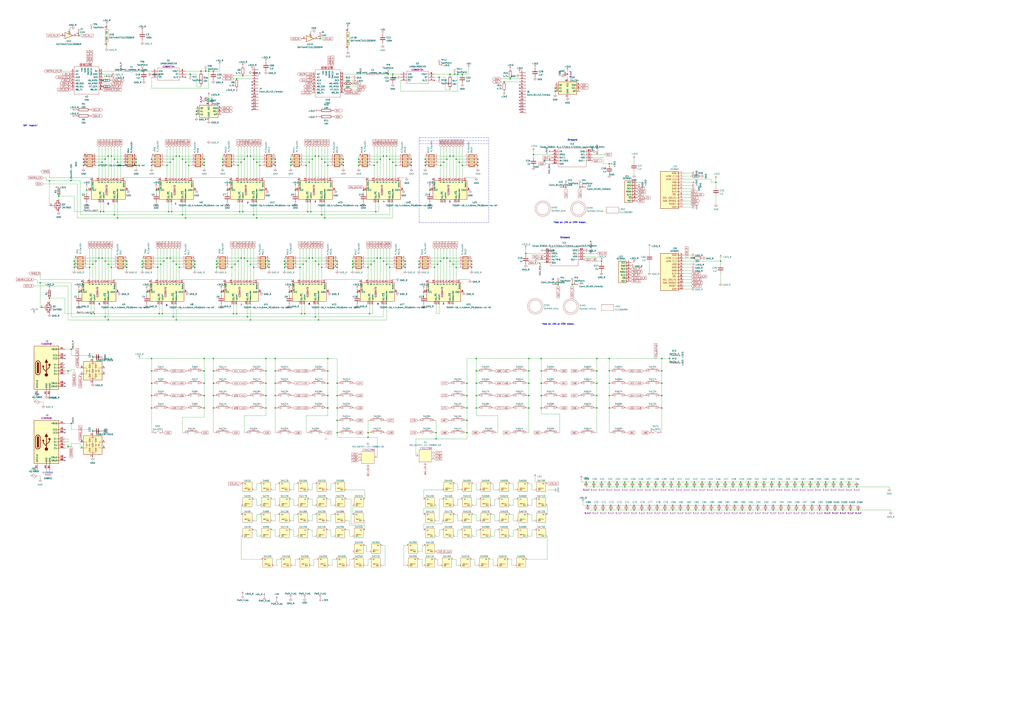
<source format=kicad_sch>
(kicad_sch (version 20211123) (generator eeschema)
  (paper "A1")
  (junction (at 359.41 217.17))
  (junction (at 369.57 60.96))
  (junction (at 220.98 219.71))
  (junction (at 261.62 217.17))
  (junction (at 218.44 314.96))
  (junction (at 500.38 134.62))
  (junction (at 544.83 396.24))
  (junction (at 513.08 396.24))
  (junction (at 142.24 130.81))
  (junction (at 589.28 396.24))
  (junction (at 641.35 419.1))
  (junction (at 220.98 214.63))
  (junction (at 615.95 419.1))
  (junction (at 369.57 214.63))
  (junction (at 392.43 130.81))
  (junction (at 391.16 335.28))
  (junction (at 344.17 217.17))
  (junction (at 238.76 135.89))
  (junction (at 76.2 217.17))
  (junction (at 276.86 314.96))
  (junction (at 269.24 304.8))
  (junction (at 247.65 257.81))
  (junction (at 414.02 67.31))
  (junction (at 320.04 219.71))
  (junction (at 218.44 325.12))
  (junction (at 614.68 400.05))
  (junction (at 248.92 217.17))
  (junction (at 251.46 214.63))
  (junction (at 177.8 214.63))
  (junction (at 124.46 335.28))
  (junction (at 543.56 294.64))
  (junction (at 692.15 415.29))
  (junction (at 652.78 396.24))
  (junction (at 233.68 214.63))
  (junction (at 563.88 400.05))
  (junction (at 487.68 400.05))
  (junction (at 140.97 173.99))
  (junction (at 88.9 217.17))
  (junction (at 160.02 219.71))
  (junction (at 175.26 325.12))
  (junction (at 171.45 81.28))
  (junction (at 615.95 415.29))
  (junction (at 256.54 130.81))
  (junction (at 137.16 135.89))
  (junction (at 519.43 400.05))
  (junction (at 85.09 173.99))
  (junction (at 226.06 294.64))
  (junction (at 577.85 415.29))
  (junction (at 111.76 130.81))
  (junction (at 646.43 400.05))
  (junction (at 281.94 133.35))
  (junction (at 377.19 133.35))
  (junction (at 68.58 135.89))
  (junction (at 652.78 400.05))
  (junction (at 544.83 400.05))
  (junction (at 372.11 217.17))
  (junction (at 161.29 93.98))
  (junction (at 195.58 214.63))
  (junction (at 596.9 415.29))
  (junction (at 444.5 304.8))
  (junction (at 317.5 217.17))
  (junction (at 138.43 173.99))
  (junction (at 116.84 214.63))
  (junction (at 603.25 415.29))
  (junction (at 543.56 304.8))
  (junction (at 116.84 219.71))
  (junction (at 546.1 419.1))
  (junction (at 86.36 130.81))
  (junction (at 466.09 60.96))
  (junction (at 81.28 135.89))
  (junction (at 490.22 335.28))
  (junction (at 584.2 415.29))
  (junction (at 455.93 74.93))
  (junction (at 379.73 60.96))
  (junction (at 139.7 133.35))
  (junction (at 149.86 130.81))
  (junction (at 40.64 148.59))
  (junction (at 539.75 415.29))
  (junction (at 565.15 415.29))
  (junction (at 195.58 135.89))
  (junction (at 609.6 415.29))
  (junction (at 434.34 294.64))
  (junction (at 379.73 135.89))
  (junction (at 464.82 153.67))
  (junction (at 347.98 240.03))
  (junction (at 679.45 415.29))
  (junction (at 226.06 133.35))
  (junction (at 144.78 128.27))
  (junction (at 246.38 219.71))
  (junction (at 392.43 135.89))
  (junction (at 590.55 419.1))
  (junction (at 307.34 135.89))
  (junction (at 565.15 419.1))
  (junction (at 391.16 294.64))
  (junction (at 111.76 135.89))
  (junction (at 96.52 133.35))
  (junction (at 595.63 396.24))
  (junction (at 48.26 161.29))
  (junction (at 309.88 133.35))
  (junction (at 160.02 217.17))
  (junction (at 293.37 240.03))
  (junction (at 186.69 156.21))
  (junction (at 543.56 314.96))
  (junction (at 532.13 396.24))
  (junction (at 182.88 135.89))
  (junction (at 289.56 214.63))
  (junction (at 552.45 419.1))
  (junction (at 208.28 130.81))
  (junction (at 481.33 396.24))
  (junction (at 383.54 345.44))
  (junction (at 238.76 130.81))
  (junction (at 527.05 415.29))
  (junction (at 74.93 257.81))
  (junction (at 360.68 63.5))
  (junction (at 372.11 128.27))
  (junction (at 144.78 217.17))
  (junction (at 543.56 325.12))
  (junction (at 139.7 212.09))
  (junction (at 99.06 135.89))
  (junction (at 218.44 294.64))
  (junction (at 434.34 314.96))
  (junction (at 294.64 135.89))
  (junction (at 383.54 325.12))
  (junction (at 513.08 400.05))
  (junction (at 64.77 240.03))
  (junction (at 367.03 130.81))
  (junction (at 175.26 314.96))
  (junction (at 58.42 287.02))
  (junction (at 532.13 400.05))
  (junction (at 374.65 130.81))
  (junction (at 570.23 396.24))
  (junction (at 318.77 60.96))
  (junction (at 104.14 214.63))
  (junction (at 358.14 355.6))
  (junction (at 194.31 257.81))
  (junction (at 134.62 214.63))
  (junction (at 444.5 314.96))
  (junction (at 431.8 208.28))
  (junction (at 361.95 214.63))
  (junction (at 276.86 214.63))
  (junction (at 309.88 212.09))
  (junction (at 698.5 419.1))
  (junction (at 269.24 294.64))
  (junction (at 458.47 233.68))
  (junction (at 596.9 419.1))
  (junction (at 665.48 400.05))
  (junction (at 391.16 325.12))
  (junction (at 175.26 294.64))
  (junction (at 364.49 212.09))
  (junction (at 116.84 217.17))
  (junction (at 168.91 58.42))
  (junction (at 571.5 419.1))
  (junction (at 684.53 396.24))
  (junction (at 276.86 219.71))
  (junction (at 198.12 133.35))
  (junction (at 269.24 335.28))
  (junction (at 635 415.29))
  (junction (at 356.87 219.71))
  (junction (at 218.44 335.28))
  (junction (at 692.15 419.1))
  (junction (at 210.82 133.35))
  (junction (at 256.54 212.09))
  (junction (at 514.35 415.29))
  (junction (at 647.7 415.29))
  (junction (at 690.88 400.05))
  (junction (at 500.38 335.28))
  (junction (at 233.68 217.17))
  (junction (at 584.2 419.1))
  (junction (at 193.04 217.17))
  (junction (at 252.73 173.99))
  (junction (at 506.73 400.05))
  (junction (at 337.82 133.35))
  (junction (at 546.1 415.29))
  (junction (at 175.26 304.8))
  (junction (at 104.14 219.71))
  (junction (at 525.78 400.05))
  (junction (at 678.18 400.05))
  (junction (at 68.58 133.35))
  (junction (at 646.43 396.24))
  (junction (at 175.26 335.28))
  (junction (at 73.66 219.71))
  (junction (at 237.49 240.03))
  (junction (at 551.18 400.05))
  (junction (at 167.64 304.8))
  (junction (at 361.95 135.89))
  (junction (at 494.03 400.05))
  (junction (at 654.05 415.29))
  (junction (at 264.16 130.81))
  (junction (at 666.75 415.29))
  (junction (at 660.4 419.1))
  (junction (at 344.17 219.71))
  (junction (at 495.3 419.1))
  (junction (at 254 133.35))
  (junction (at 514.35 419.1))
  (junction (at 261.62 262.89))
  (junction (at 673.1 415.29))
  (junction (at 621.03 400.05))
  (junction (at 200.66 212.09))
  (junction (at 671.83 396.24))
  (junction (at 640.08 396.24))
  (junction (at 627.38 396.24))
  (junction (at 666.75 419.1))
  (junction (at 671.83 400.05))
  (junction (at 205.74 217.17))
  (junction (at 621.03 396.24))
  (junction (at 647.7 419.1))
  (junction (at 137.16 212.09))
  (junction (at 576.58 400.05))
  (junction (at 129.54 219.71))
  (junction (at 312.42 212.09))
  (junction (at 582.93 396.24))
  (junction (at 276.86 217.17))
  (junction (at 317.5 128.27))
  (junction (at 83.82 133.35))
  (junction (at 171.45 58.42))
  (junction (at 383.54 355.6))
  (junction (at 373.38 60.96))
  (junction (at 506.73 396.24))
  (junction (at 77.47 257.81))
  (junction (at 250.19 257.81))
  (junction (at 320.04 130.81))
  (junction (at 289.56 217.17))
  (junction (at 494.03 214.63))
  (junction (at 156.21 60.96))
  (junction (at 698.5 415.29))
  (junction (at 558.8 419.1))
  (junction (at 199.39 62.23))
  (junction (at 369.57 128.27))
  (junction (at 500.38 400.05))
  (junction (at 577.85 419.1))
  (junction (at 167.64 325.12))
  (junction (at 374.65 219.71))
  (junction (at 194.31 64.77))
  (junction (at 635 419.1))
  (junction (at 383.54 335.28))
  (junction (at 205.74 128.27))
  (junction (at 633.73 396.24))
  (junction (at 501.65 415.29))
  (junction (at 628.65 419.1))
  (junction (at 276.86 355.6))
  (junction (at 557.53 396.24))
  (junction (at 203.2 128.27))
  (junction (at 576.58 396.24))
  (junction (at 685.8 415.29))
  (junction (at 104.14 217.17))
  (junction (at 601.98 400.05))
  (junction (at 132.08 217.17))
  (junction (at 332.74 214.63))
  (junction (at 387.35 217.17))
  (junction (at 203.2 260.35))
  (junction (at 633.73 400.05))
  (junction (at 571.5 415.29))
  (junction (at 198.12 212.09))
  (junction (at 703.58 400.05))
  (junction (at 203.2 214.63))
  (junction (at 500.38 294.64))
  (junction (at 269.24 135.89))
  (junction (at 488.95 419.1))
  (junction (at 226.06 135.89))
  (junction (at 167.64 135.89))
  (junction (at 226.06 314.96))
  (junction (at 519.43 396.24))
  (junction (at 391.16 314.96))
  (junction (at 220.98 217.17))
  (junction (at 302.26 355.6))
  (junction (at 82.55 173.99))
  (junction (at 679.45 419.1))
  (junction (at 495.3 415.29))
  (junction (at 508 415.29))
  (junction (at 308.61 173.99))
  (junction (at 563.88 396.24))
  (junction (at 181.61 240.03))
  (junction (at 591.82 214.63))
  (junction (at 142.24 214.63))
  (junction (at 601.98 396.24))
  (junction (at 276.86 345.44))
  (junction (at 64.77 29.21))
  (junction (at 294.64 130.81))
  (junction (at 673.1 419.1))
  (junction (at 303.53 257.81))
  (junction (at 419.1 64.77))
  (junction (at 152.4 179.07))
  (junction (at 704.85 419.1))
  (junction (at 641.35 415.29))
  (junction (at 76.2 354.33))
  (junction (at 226.06 304.8))
  (junction (at 434.34 325.12))
  (junction (at 177.8 219.71))
  (junction (at 337.82 135.89))
  (junction (at 182.88 133.35))
  (junction (at 520.7 419.1))
  (junction (at 455.93 72.39))
  (junction (at 142.24 260.35))
  (junction (at 196.85 173.99))
  (junction (at 654.05 419.1))
  (junction (at 622.3 419.1))
  (junction (at 88.9 262.89))
  (junction (at 582.93 400.05))
  (junction (at 392.43 133.35))
  (junction (at 83.82 212.09))
  (junction (at 264.16 176.53))
  (junction (at 659.13 396.24))
  (junction (at 167.64 335.28))
  (junction (at 322.58 133.35))
  (junction (at 175.26 58.42))
  (junction (at 353.06 156.21))
  (junction (at 322.58 60.96))
  (junction (at 552.45 415.29))
  (junction (at 525.78 396.24))
  (junction (at 124.46 325.12))
  (junction (at 595.63 400.05))
  (junction (at 161.29 91.44))
  (junction (at 490.22 304.8))
  (junction (at 349.25 130.81))
  (junction (at 233.68 219.71))
  (junction (at 590.55 415.29))
  (junction (at 91.44 219.71))
  (junction (at 149.86 176.53))
  (junction (at 476.25 153.67))
  (junction (at 332.74 217.17))
  (junction (at 68.58 130.81))
  (junction (at 88.9 128.27))
  (junction (at 86.36 214.63))
  (junction (at 608.33 400.05))
  (junction (at 490.22 325.12))
  (junction (at 660.4 415.29))
  (junction (at 488.95 415.29))
  (junction (at 144.78 262.89))
  (junction (at 226.06 130.81))
  (junction (at 557.53 400.05))
  (junction (at 208.28 219.71))
  (junction (at 697.23 400.05))
  (junction (at 147.32 128.27))
  (junction (at 264.16 219.71))
  (junction (at 167.64 294.64))
  (junction (at 259.08 260.35))
  (junction (at 494.03 396.24))
  (junction (at 294.64 133.35))
  (junction (at 434.34 335.28))
  (junction (at 266.7 179.07))
  (junction (at 160.02 214.63))
  (junction (at 434.34 304.8))
  (junction (at 208.28 176.53))
  (junction (at 307.34 214.63))
  (junction (at 538.48 400.05))
  (junction (at 501.65 419.1))
  (junction (at 344.17 214.63))
  (junction (at 312.42 130.81))
  (junction (at 500.38 325.12))
  (junction (at 289.56 219.71))
  (junction (at 93.98 130.81))
  (junction (at 177.8 217.17))
  (junction (at 570.23 400.05))
  (junction (at 549.91 294.64))
  (junction (at 685.8 419.1))
  (junction (at 218.44 304.8))
  (junction (at 128.27 156.21))
  (junction (at 444.5 294.64))
  (junction (at 551.18 396.24))
  (junction (at 55.88 304.8))
  (junction (at 640.08 400.05))
  (junction (at 298.45 156.21))
  (junction (at 55.88 367.03))
  (junction (at 259.08 128.27))
  (junction (at 226.06 325.12))
  (junction (at 589.28 400.05))
  (junction (at 213.36 135.89))
  (junction (at 678.18 396.24))
  (junction (at 182.88 130.81))
  (junction (at 391.16 304.8))
  (junction (at 60.96 214.63))
  (junction (at 304.8 217.17))
  (junction (at 614.68 396.24))
  (junction (at 165.1 58.42))
  (junction (at 199.39 173.99))
  (junction (at 81.28 212.09))
  (junction (at 130.81 257.81))
  (junction (at 533.4 419.1))
  (junction (at 238.76 133.35))
  (junction (at 387.35 214.63))
  (junction (at 33.02 232.41))
  (junction (at 302.26 219.71))
  (junction (at 276.86 335.28))
  (junction (at 500.38 304.8))
  (junction (at 364.49 133.35))
  (junction (at 71.12 156.21))
  (junction (at 96.52 179.07))
  (junction (at 124.46 130.81))
  (junction (at 154.94 135.89))
  (junction (at 487.68 396.24))
  (junction (at 190.5 219.71))
  (junction (at 358.14 360.68))
  (junction (at 543.56 335.28))
  (junction (at 349.25 135.89))
  (junction (at 40.64 245.11))
  (junction (at 588.01 149.86))
  (junction (at 387.35 219.71))
  (junction (at 438.15 127))
  (junction (at 383.54 314.96))
  (junction (at 205.74 262.89))
  (junction (at 533.4 415.29))
  (junction (at 254 212.09))
  (junction (at 469.9 233.68))
  (junction (at 367.03 212.09))
  (junction (at 259.08 214.63))
  (junction (at 337.82 130.81))
  (junction (at 527.05 419.1))
  (junction (at 375.92 60.96))
  (junction (at 200.66 130.81))
  (junction (at 226.06 335.28))
  (junction (at 538.48 396.24))
  (junction (at 482.6 415.29))
  (junction (at 91.44 128.27))
  (junction (at 111.76 133.35))
  (junction (at 262.89 31.75))
  (junction (at 444.5 335.28))
  (junction (at 325.12 135.89))
  (junction (at 167.64 130.81))
  (junction (at 167.64 314.96))
  (junction (at 58.42 347.98))
  (junction (at 281.94 135.89))
  (junction (at 76.2 293.37))
  (junction (at 60.96 217.17))
  (junction (at 314.96 128.27))
  (junction (at 539.75 419.1))
  (junction (at 349.25 133.35))
  (junction (at 124.46 294.64))
  (junction (at 242.57 156.21))
  (junction (at 558.8 415.29))
  (junction (at 60.96 219.71))
  (junction (at 603.25 419.1))
  (junction (at 167.64 133.35))
  (junction (at 500.38 314.96))
  (junction (at 269.24 314.96))
  (junction (at 93.98 176.53))
  (junction (at 116.84 58.42))
  (junction (at 191.77 257.81))
  (junction (at 152.4 133.35))
  (junction (at 508 419.1))
  (junction (at 281.94 130.81))
  (junction (at 697.23 396.24))
  (junction (at 609.6 419.1))
  (junction (at 78.74 214.63))
  (junction (at 490.22 314.96))
  (junction (at 124.46 133.35))
  (junction (at 659.13 400.05))
  (junction (at 622.3 415.29))
  (junction (at 120.65 240.03))
  (junction (at 251.46 135.89))
  (junction (at 261.62 128.27))
  (junction (at 266.7 133.35))
  (junction (at 684.53 400.05))
  (junction (at 500.38 396.24))
  (junction (at 86.36 260.35))
  (junction (at 444.5 325.12))
  (junction (at 628.65 415.29))
  (junction (at 490.22 294.64))
  (junction (at 608.33 396.24))
  (junction (at 302.26 359.41))
  (junction (at 210.82 179.07))
  (junction (at 124.46 314.96))
  (junction (at 124.46 135.89))
  (junction (at 520.7 415.29))
  (junction (at 133.35 257.81))
  (junction (at 124.46 304.8))
  (junction (at 627.38 400.05))
  (junction (at 314.96 214.63))
  (junction (at 269.24 325.12))
  (junction (at 665.48 396.24))
  (junction (at 690.88 396.24))
  (junction (at 255.27 173.99))
  (junction (at 332.74 219.71))
  (junction (at 147.32 219.71))
  (junction (at 276.86 325.12))
  (junction (at 118.11 58.42))
  (no_connect (at 53.34 378.46))
  (no_connect (at 53.34 294.64))
  (no_connect (at 53.34 375.92))
  (no_connect (at 53.34 292.1))
  (no_connect (at 53.34 355.6))
  (no_connect (at 207.01 67.31))
  (no_connect (at 207.01 69.85))
  (no_connect (at 207.01 72.39))
  (no_connect (at 207.01 74.93))
  (no_connect (at 207.01 77.47))
  (no_connect (at 207.01 80.01))
  (no_connect (at 207.01 82.55))
  (no_connect (at 207.01 85.09))
  (no_connect (at 426.72 69.85))
  (no_connect (at 426.72 82.55))
  (no_connect (at 426.72 85.09))
  (no_connect (at 426.72 87.63))
  (no_connect (at 426.72 90.17))
  (no_connect (at 426.72 72.39))
  (no_connect (at 426.72 74.93))
  (no_connect (at 426.72 77.47))
  (no_connect (at 426.72 80.01))
  (no_connect (at 207.01 87.63))
  (no_connect (at 207.01 90.17))
  (no_connect (at 53.34 317.5))
  (no_connect (at 53.34 314.96))
  (no_connect (at 53.34 353.06))
  (wire (pts (xy 360.68 435.61) (xy 363.22 435.61)))
  (wire (pts (xy 91.44 128.27) (xy 101.6 128.27)))
  (wire (pts (xy 53.34 287.02) (xy 58.42 287.02)))
  (wire (pts (xy 193.04 204.47) (xy 193.04 217.17)))
  (wire (pts (xy 266.7 179.07) (xy 322.58 179.07)))
  (wire (pts (xy 104.14 217.17) (xy 104.14 219.71)))
  (wire (pts (xy 60.96 214.63) (xy 60.96 217.17)))
  (wire (pts (xy 161.29 93.98) (xy 161.29 96.52)))
  (wire (pts (xy 317.5 128.27) (xy 317.5 146.05)))
  (wire (pts (xy 66.04 176.53) (xy 93.98 176.53)))
  (wire (pts (xy 53.34 245.11) (xy 53.34 257.81)))
  (wire (pts (xy 273.05 459.74) (xy 275.59 459.74)))
  (wire (pts (xy 81.28 135.89) (xy 81.28 146.05)))
  (wire (pts (xy 367.03 212.09) (xy 377.19 212.09)))
  (wire (pts (xy 288.29 410.21) (xy 284.48 410.21)))
  (wire (pts (xy 58.42 304.8) (xy 55.88 304.8)))
  (wire (pts (xy 289.56 73.66) (xy 293.37 73.66)))
  (wire (pts (xy 293.37 240.03) (xy 293.37 242.57)))
  (polyline (pts (xy 401.32 182.88) (xy 401.32 113.03)))
  (wire (pts (xy 596.9 415.29) (xy 590.55 415.29)))
  (wire (pts (xy 227.33 464.82) (xy 227.33 459.74)))
  (wire (pts (xy 344.17 453.39) (xy 346.71 453.39)))
  (wire (pts (xy 114.3 294.64) (xy 124.46 294.64)))
  (wire (pts (xy 365.76 73.66) (xy 369.57 73.66)))
  (wire (pts (xy 256.54 435.61) (xy 254 435.61)))
  (wire (pts (xy 641.35 419.1) (xy 647.7 419.1)))
  (wire (pts (xy 361.95 464.82) (xy 359.41 464.82)))
  (wire (pts (xy 30.48 232.41) (xy 33.02 232.41)))
  (wire (pts (xy 436.88 422.91) (xy 434.34 422.91)))
  (wire (pts (xy 363.22 427.99) (xy 363.22 430.53)))
  (wire (pts (xy 91.44 120.65) (xy 91.44 128.27)))
  (wire (pts (xy 269.24 120.65) (xy 269.24 135.89)))
  (wire (pts (xy 58.42 364.49) (xy 66.04 364.49)))
  (wire (pts (xy 448.31 134.62) (xy 453.39 134.62)))
  (wire (pts (xy 391.16 415.29) (xy 391.16 410.21)))
  (wire (pts (xy 238.76 135.89) (xy 238.76 138.43)))
  (wire (pts (xy 449.58 415.29) (xy 449.58 422.91)))
  (wire (pts (xy 356.87 60.96) (xy 369.57 60.96)))
  (wire (pts (xy 309.88 120.65) (xy 309.88 133.35)))
  (wire (pts (xy 256.54 402.59) (xy 256.54 397.51)))
  (wire (pts (xy 500.38 314.96) (xy 500.38 325.12)))
  (wire (pts (xy 285.75 464.82) (xy 287.02 464.82)))
  (wire (pts (xy 494.03 400.05) (xy 500.38 400.05)))
  (wire (pts (xy 561.34 160.02) (xy 567.69 160.02)))
  (wire (pts (xy 149.86 120.65) (xy 149.86 130.81)))
  (wire (pts (xy 193.04 128.27) (xy 203.2 128.27)))
  (wire (pts (xy 383.54 294.64) (xy 383.54 314.96)))
  (wire (pts (xy 60.96 219.71) (xy 60.96 222.25)))
  (wire (pts (xy 551.18 298.45) (xy 549.91 298.45)))
  (wire (pts (xy 375.92 435.61) (xy 378.46 435.61)))
  (wire (pts (xy 218.44 304.8) (xy 218.44 314.96)))
  (wire (pts (xy 187.96 217.17) (xy 193.04 217.17)))
  (wire (pts (xy 466.09 60.96) (xy 466.09 64.77)))
  (wire (pts (xy 226.06 128.27) (xy 226.06 130.81)))
  (wire (pts (xy 254 120.65) (xy 254 133.35)))
  (wire (pts (xy 187.96 219.71) (xy 190.5 219.71)))
  (wire (pts (xy 287.02 427.99) (xy 287.02 431.8)))
  (wire (pts (xy 271.78 435.61) (xy 269.24 435.61)))
  (wire (pts (xy 294.64 135.89) (xy 294.64 138.43)))
  (wire (pts (xy 167.64 294.64) (xy 167.64 304.8)))
  (wire (pts (xy 487.68 400.05) (xy 494.03 400.05)))
  (wire (pts (xy 130.81 250.19) (xy 130.81 257.81)))
  (wire (pts (xy 264.16 219.71) (xy 264.16 229.87)))
  (wire (pts (xy 314.96 214.63) (xy 314.96 229.87)))
  (wire (pts (xy 334.01 464.82) (xy 331.47 464.82)))
  (wire (pts (xy 254 212.09) (xy 254 229.87)))
  (wire (pts (xy 444.5 294.64) (xy 444.5 304.8)))
  (wire (pts (xy 93.98 166.37) (xy 93.98 176.53)))
  (wire (pts (xy 309.88 375.92) (xy 309.88 359.41)))
  (wire (pts (xy 58.42 232.41) (xy 58.42 260.35)))
  (wire (pts (xy 506.73 396.24) (xy 500.38 396.24)))
  (wire (pts (xy 205.74 120.65) (xy 205.74 128.27)))
  (wire (pts (xy 361.95 204.47) (xy 361.95 214.63)))
  (wire (pts (xy 346.71 464.82) (xy 346.71 459.74)))
  (wire (pts (xy 322.58 60.96) (xy 328.93 60.96)))
  (wire (pts (xy 152.4 60.96) (xy 156.21 60.96)))
  (wire (pts (xy 561.34 222.25) (xy 567.69 222.25)))
  (wire (pts (xy 198.12 120.65) (xy 198.12 133.35)))
  (wire (pts (xy 228.6 440.69) (xy 226.06 440.69)))
  (wire (pts (xy 421.64 440.69) (xy 421.64 435.61)))
  (wire (pts (xy 660.4 415.29) (xy 654.05 415.29)))
  (wire (pts (xy 299.72 427.99) (xy 299.72 430.53)))
  (wire (pts (xy 259.08 214.63) (xy 266.7 214.63)))
  (wire (pts (xy 666.75 419.1) (xy 673.1 419.1)))
  (wire (pts (xy 358.14 360.68) (xy 358.14 355.6)))
  (wire (pts (xy 73.66 219.71) (xy 73.66 229.87)))
  (wire (pts (xy 144.78 262.89) (xy 205.74 262.89)))
  (wire (pts (xy 78.74 133.35) (xy 83.82 133.35)))
  (wire (pts (xy 317.5 128.27) (xy 327.66 128.27)))
  (wire (pts (xy 208.28 120.65) (xy 208.28 130.81)))
  (wire (pts (xy 83.82 212.09) (xy 83.82 229.87)))
  (wire (pts (xy 375.92 60.96) (xy 379.73 60.96)))
  (wire (pts (xy 53.34 257.81) (xy 74.93 257.81)))
  (wire (pts (xy 132.08 204.47) (xy 132.08 217.17)))
  (wire (pts (xy 147.32 128.27) (xy 147.32 146.05)))
  (wire (pts (xy 281.94 60.96) (xy 300.99 60.96)))
  (wire (pts (xy 276.86 314.96) (xy 276.86 325.12)))
  (wire (pts (xy 391.16 427.99) (xy 391.16 422.91)))
  (wire (pts (xy 293.37 237.49) (xy 293.37 240.03)))
  (wire (pts (xy 177.8 212.09) (xy 177.8 214.63)))
  (wire (pts (xy 543.56 314.96) (xy 543.56 325.12)))
  (wire (pts (xy 167.64 325.12) (xy 167.64 314.96)))
  (wire (pts (xy 48.26 161.29) (xy 48.26 163.83)))
  (wire (pts (xy 266.7 133.35) (xy 266.7 146.05)))
  (wire (pts (xy 378.46 427.99) (xy 375.92 427.99)))
  (wire (pts (xy 111.76 130.81) (xy 111.76 133.35)))
  (wire (pts (xy 469.9 233.68) (xy 469.9 234.95)))
  (wire (pts (xy 439.42 402.59) (xy 436.88 402.59)))
  (wire (pts (xy 436.88 402.59) (xy 436.88 397.51)))
  (wire (pts (xy 226.06 410.21) (xy 223.52 410.21)))
  (wire (pts (xy 391.16 435.61) (xy 393.7 435.61)))
  (wire (pts (xy 488.95 415.29) (xy 482.6 415.29)))
  (wire (pts (xy 264.16 120.65) (xy 264.16 130.81)))
  (wire (pts (xy 271.78 415.29) (xy 271.78 410.21)))
  (wire (pts (xy 93.98 229.87) (xy 124.46 229.87)))
  (wire (pts (xy 243.84 219.71) (xy 246.38 219.71)))
  (wire (pts (xy 367.03 212.09) (xy 367.03 229.87)))
  (wire (pts (xy 200.66 120.65) (xy 200.66 130.81)))
  (wire (pts (xy 129.54 219.71) (xy 129.54 229.87)))
  (wire (pts (xy 374.65 459.74) (xy 372.11 459.74)))
  (wire (pts (xy 269.24 402.59) (xy 271.78 402.59)))
  (wire (pts (xy 561.34 229.87) (xy 567.69 229.87)))
  (wire (pts (xy 392.43 128.27) (xy 392.43 130.81)))
  (wire (pts (xy 322.58 166.37) (xy 322.58 179.07)))
  (wire (pts (xy 391.16 294.64) (xy 391.16 304.8)))
  (wire (pts (xy 276.86 214.63) (xy 276.86 217.17)))
  (wire (pts (xy 167.64 335.28) (xy 167.64 325.12)))
  (wire (pts (xy 186.69 156.21) (xy 186.69 158.75)))
  (wire (pts (xy 557.53 400.05) (xy 563.88 400.05)))
  (wire (pts (xy 520.7 419.1) (xy 527.05 419.1)))
  (wire (pts (xy 93.98 130.81) (xy 93.98 146.05)))
  (wire (pts (xy 167.64 133.35) (xy 167.64 135.89)))
  (wire (pts (xy 198.12 415.29) (xy 198.12 422.91)))
  (wire (pts (xy 86.36 204.47) (xy 86.36 214.63)))
  (wire (pts (xy 347.98 417.83) (xy 347.98 422.91)))
  (wire (pts (xy 673.1 415.29) (xy 666.75 415.29)))
  (wire (pts (xy 299.72 431.8) (xy 299.72 435.61)))
  (wire (pts (xy 251.46 204.47) (xy 251.46 214.63)))
  (wire (pts (xy 134.62 135.89) (xy 137.16 135.89)))
  (wire (pts (xy 289.56 415.29) (xy 289.56 422.91)))
  (wire (pts (xy 228.6 415.29) (xy 226.06 415.29)))
  (wire (pts (xy 175.26 335.28) (xy 175.26 355.6)))
  (wire (pts (xy 354.33 214.63) (xy 361.95 214.63)))
  (wire (pts (xy 271.78 427.99) (xy 271.78 422.91)))
  (wire (pts (xy 601.98 400.05) (xy 608.33 400.05)))
  (wire (pts (xy 387.35 219.71) (xy 387.35 222.25)))
  (wire (pts (xy 27.94 234.95) (xy 55.88 234.95)))
  (wire (pts (xy 561.34 237.49) (xy 567.69 237.49)))
  (wire (pts (xy 589.28 396.24) (xy 582.93 396.24)))
  (wire (pts (xy 264.16 130.81) (xy 264.16 146.05)))
  (wire (pts (xy 490.22 314.96) (xy 490.22 325.12)))
  (wire (pts (xy 156.21 60.96) (xy 161.29 60.96)))
  (wire (pts (xy 561.34 217.17) (xy 567.69 217.17)))
  (wire (pts (xy 419.1 440.69) (xy 421.64 440.69)))
  (wire (pts (xy 436.88 415.29) (xy 436.88 410.21)))
  (wire (pts (xy 27.94 325.12) (xy 30.48 325.12)))
  (wire (pts (xy 68.58 229.87) (xy 33.02 229.87)))
  (wire (pts (xy 35.56 151.13) (xy 63.5 151.13)))
  (wire (pts (xy 238.76 133.35) (xy 238.76 135.89)))
  (wire (pts (xy 144.78 250.19) (xy 144.78 262.89)))
  (wire (pts (xy 83.82 60.96) (xy 91.44 60.96)))
  (wire (pts (xy 421.64 435.61) (xy 424.18 435.61)))
  (wire (pts (xy 171.45 81.28) (xy 171.45 83.82)))
  (wire (pts (xy 71.12 212.09) (xy 81.28 212.09)))
  (wire (pts (xy 187.96 214.63) (xy 195.58 214.63)))
  (wire (pts (xy 731.52 420.37) (xy 731.52 419.1)))
  (wire (pts (xy 349.25 135.89) (xy 349.25 138.43)))
  (wire (pts (xy 264.16 176.53) (xy 320.04 176.53)))
  (wire (pts (xy 314.96 250.19) (xy 314.96 260.35)))
  (wire (pts (xy 35.56 146.05) (xy 38.1 146.05)))
  (wire (pts (xy 226.06 415.29) (xy 226.06 410.21)))
  (wire (pts (xy 364.49 204.47) (xy 364.49 212.09)))
  (wire (pts (xy 356.87 204.47) (xy 356.87 219.71)))
  (wire (pts (xy 60.96 217.17) (xy 60.96 219.71)))
  (wire (pts (xy 264.16 219.71) (xy 266.7 219.71)))
  (wire (pts (xy 226.06 440.69) (xy 226.06 435.61)))
  (wire (pts (xy 208.28 130.81) (xy 215.9 130.81)))
  (wire (pts (xy 561.34 142.24) (xy 567.69 142.24)))
  (wire (pts (xy 120.65 237.49) (xy 120.65 240.03)))
  (wire (pts (xy 233.68 212.09) (xy 233.68 214.63)))
  (wire (pts (xy 276.86 212.09) (xy 276.86 214.63)))
  (wire (pts (xy 116.84 58.42) (xy 118.11 58.42)))
  (wire (pts (xy 309.88 359.41) (xy 302.26 359.41)))
  (wire (pts (xy 551.18 396.24) (xy 544.83 396.24)))
  (wire (pts (xy 261.62 217.17) (xy 266.7 217.17)))
  (wire (pts (xy 195.58 214.63) (xy 195.58 229.87)))
  (wire (pts (xy 58.42 303.53) (xy 58.42 304.8)))
  (wire (pts (xy 281.94 66.04) (xy 289.56 66.04)))
  (wire (pts (xy 375.92 440.69) (xy 375.92 435.61)))
  (wire (pts (xy 166.37 304.8) (xy 167.64 304.8)))
  (wire (pts (xy 193.04 217.17) (xy 193.04 229.87)))
  (wire (pts (xy 203.2 204.47) (xy 203.2 214.63)))
  (wire (pts (xy 289.56 219.71) (xy 289.56 222.25)))
  (wire (pts (xy 152.4 133.35) (xy 157.48 133.35)))
  (wire (pts (xy 685.8 415.29) (xy 692.15 415.29)))
  (wire (pts (xy 205.74 250.19) (xy 205.74 262.89)))
  (wire (pts (xy 364.49 212.09) (xy 364.49 229.87)))
  (wire (pts (xy 161.29 88.9) (xy 161.29 91.44)))
  (wire (pts (xy 622.3 415.29) (xy 615.95 415.29)))
  (wire (pts (xy 294.64 130.81) (xy 294.64 133.35)))
  (wire (pts (xy 160.02 214.63) (xy 160.02 217.17)))
  (wire (pts (xy 391.16 341.63) (xy 391.16 335.28)))
  (wire (pts (xy 55.88 360.68) (xy 55.88 363.22)))
  (wire (pts (xy 256.54 212.09) (xy 256.54 229.87)))
  (wire (pts (xy 248.92 128.27) (xy 259.08 128.27)))
  (wire (pts (xy 208.28 204.47) (xy 208.28 219.71)))
  (wire (pts (xy 152.4 166.37) (xy 152.4 179.07)))
  (wire (pts (xy 223.52 402.59) (xy 226.06 402.59)))
  (wire (pts (xy 584.2 147.32) (xy 584.2 149.86)))
  (wire (pts (xy 104.14 214.63) (xy 104.14 217.17)))
  (wire (pts (xy 488.95 214.63) (xy 494.03 214.63)))
  (wire (pts (xy 458.47 233.68) (xy 458.47 234.95)))
  (wire (pts (xy 314.96 204.47) (xy 314.96 214.63)))
  (wire (pts (xy 208.28 427.99) (xy 210.82 427.99)))
  (wire (pts (xy 120.65 240.03) (xy 120.65 242.57)))
  (wire (pts (xy 81.28 204.47) (xy 81.28 212.09)))
  (wire (pts (xy 337.82 130.81) (xy 337.82 133.35)))
  (wire (pts (xy 312.42 204.47) (xy 312.42 212.09)))
  (wire (pts (xy 374.65 219.71) (xy 374.65 229.87)))
  (wire (pts (xy 449.58 402.59) (xy 454.66 402.59)))
  (wire (pts (xy 294.64 128.27) (xy 294.64 130.81)))
  (wire (pts (xy 308.61 173.99) (xy 311.15 173.99)))
  (wire (pts (xy 149.86 355.6) (xy 149.86 342.9)))
  (wire (pts (xy 347.98 402.59) (xy 363.22 402.59)))
  (wire (pts (xy 64.77 29.21) (xy 66.04 29.21)))
  (wire (pts (xy 367.03 120.65) (xy 367.03 130.81)))
  (wire (pts (xy 250.19 250.19) (xy 250.19 257.81)))
  (wire (pts (xy 304.8 217.17) (xy 304.8 229.87)))
  (wire (pts (xy 83.82 63.5) (xy 91.44 63.5)))
  (wire (pts (xy 63.5 179.07) (xy 96.52 179.07)))
  (wire (pts (xy 561.34 152.4) (xy 567.69 152.4)))
  (wire (pts (xy 561.34 232.41) (xy 567.69 232.41)))
  (wire (pts (xy 200.66 130.81) (xy 200.66 146.05)))
  (wire (pts (xy 86.36 214.63) (xy 93.98 214.63)))
  (wire (pts (xy 33.02 252.73) (xy 33.02 232.41)))
  (wire (pts (xy 140.97 173.99) (xy 196.85 173.99)))
  (wire (pts (xy 60.96 303.53) (xy 58.42 303.53)))
  (wire (pts (xy 68.58 135.89) (xy 68.58 138.43)))
  (wire (pts (xy 332.74 219.71) (xy 332.74 222.25)))
  (wire (pts (xy 549.91 294.64) (xy 543.56 294.64)))
  (wire (pts (xy 38.1 386.08) (xy 38.1 388.62)))
  (wire (pts (xy 337.82 135.89) (xy 337.82 138.43)))
  (wire (pts (xy 142.24 204.47) (xy 142.24 214.63)))
  (wire (pts (xy 269.24 135.89) (xy 269.24 146.05)))
  (wire (pts (xy 171.45 58.42) (xy 171.45 72.39)))
  (wire (pts (xy 124.46 304.8) (xy 124.46 294.64)))
  (wire (pts (xy 387.35 217.17) (xy 387.35 219.71)))
  (wire (pts (xy 441.96 215.9) (xy 447.04 215.9)))
  (wire (pts (xy 58.42 353.06) (xy 76.2 353.06)))
  (wire (pts (xy 640.08 400.05) (xy 646.43 400.05)))
  (wire (pts (xy 134.62 204.47) (xy 134.62 214.63)))
  (wire (pts (xy 614.68 400.05) (xy 621.03 400.05)))
  (wire (pts (xy 200.66 341.63) (xy 218.44 341.63)))
  (wire (pts (xy 314.96 128.27) (xy 314.96 146.05)))
  (wire (pts (xy 684.53 400.05) (xy 690.88 400.05)))
  (wire (pts (xy 364.49 133.35) (xy 364.49 146.05)))
  (wire (pts (xy 124.46 294.64) (xy 167.64 294.64)))
  (wire (pts (xy 242.57 464.82) (xy 242.57 459.74)))
  (wire (pts (xy 238.76 427.99) (xy 241.3 427.99)))
  (wire (pts (xy 665.48 396.24) (xy 659.13 396.24)))
  (wire (pts (xy 71.12 217.17) (xy 76.2 217.17)))
  (wire (pts (xy 539.75 415.29) (xy 533.4 415.29)))
  (wire (pts (xy 261.62 217.17) (xy 261.62 229.87)))
  (wire (pts (xy 692.15 415.29) (xy 698.5 415.29)))
  (wire (pts (xy 127 219.71) (xy 129.54 219.71)))
  (wire (pts (xy 149.86 342.9) (xy 167.64 342.9)))
  (wire (pts (xy 621.03 396.24) (xy 614.68 396.24)))
  (wire (pts (xy 149.86 166.37) (xy 149.86 176.53)))
  (wire (pts (xy 238.76 130.81) (xy 238.76 133.35)))
  (wire (pts (xy 171.45 58.42) (xy 175.26 58.42)))
  (wire (pts (xy 561.34 224.79) (xy 567.69 224.79)))
  (wire (pts (xy 697.23 400.05) (xy 703.58 400.05)))
  (wire (pts (xy 358.14 427.99) (xy 360.68 427.99)))
  (wire (pts (xy 241.3 422.91) (xy 243.84 422.91)))
  (wire (pts (xy 40.64 168.91) (xy 40.64 148.59)))
  (polyline (pts (xy 344.17 182.88) (xy 401.32 182.88)))
  (wire (pts (xy 391.16 325.12) (xy 391.16 335.28)))
  (wire (pts (xy 182.88 130.81) (xy 182.88 133.35)))
  (wire (pts (xy 304.8 130.81) (xy 312.42 130.81)))
  (wire (pts (xy 210.82 179.07) (xy 266.7 179.07)))
  (wire (pts (xy 633.73 396.24) (xy 627.38 396.24)))
  (wire (pts (xy 273.05 464.82) (xy 273.05 459.74)))
  (wire (pts (xy 647.7 419.1) (xy 654.05 419.1)))
  (wire (pts (xy 50.8 58.42) (xy 58.42 58.42)))
  (wire (pts (xy 243.84 217.17) (xy 248.92 217.17)))
  (wire (pts (xy 325.12 135.89) (xy 325.12 146.05)))
  (wire (pts (xy 194.31 250.19) (xy 194.31 257.81)))
  (wire (pts (xy 377.19 229.87) (xy 386.08 229.87)))
  (wire (pts (xy 622.3 419.1) (xy 628.65 419.1)))
  (wire (pts (xy 389.89 459.74) (xy 387.35 459.74)))
  (wire (pts (xy 147.32 120.65) (xy 147.32 128.27)))
  (wire (pts (xy 101.6 146.05) (xy 132.08 146.05)))
  (wire (pts (xy 697.23 396.24) (xy 703.58 396.24)))
  (wire (pts (xy 314.96 214.63) (xy 322.58 214.63)))
  (wire (pts (xy 191.77 64.77) (xy 194.31 64.77)))
  (wire (pts (xy 358.14 250.19) (xy 358.14 257.81)))
  (wire (pts (xy 405.13 459.74) (xy 402.59 459.74)))
  (wire (pts (xy 83.82 58.42) (xy 102.87 58.42)))
  (wire (pts (xy 679.45 419.1) (xy 685.8 419.1)))
  (wire (pts (xy 444.5 314.96) (xy 444.5 325.12)))
  (wire (pts (xy 55.88 262.89) (xy 88.9 262.89)))
  (wire (pts (xy 608.33 400.05) (xy 614.68 400.05)))
  (wire (pts (xy 500.38 400.05) (xy 506.73 400.05)))
  (wire (pts (xy 421.64 402.59) (xy 421.64 397.51)))
  (wire (pts (xy 495.3 419.1) (xy 501.65 419.1)))
  (wire (pts (xy 358.14 257.81) (xy 360.68 257.81)))
  (wire (pts (xy 561.34 162.56) (xy 567.69 162.56)))
  (wire (pts (xy 91.44 219.71) (xy 91.44 229.87)))
  (wire (pts (xy 167.64 128.27) (xy 167.64 130.81)))
  (wire (pts (xy 372.11 120.65) (xy 372.11 128.27)))
  (wire (pts (xy 375.92 410.21) (xy 378.46 410.21)))
  (wire (pts (xy 142.24 120.65) (xy 142.24 130.81)))
  (wire (pts (xy 377.19 464.82) (xy 374.65 464.82)))
  (wire (pts (xy 270.51 464.82) (xy 273.05 464.82)))
  (wire (pts (xy 298.45 156.21) (xy 298.45 158.75)))
  (wire (pts (xy 544.83 400.05) (xy 551.18 400.05)))
  (wire (pts (xy 299.72 212.09) (xy 309.88 212.09)))
  (wire (pts (xy 111.76 133.35) (xy 111.76 135.89)))
  (wire (pts (xy 88.9 250.19) (xy 88.9 262.89)))
  (wire (pts (xy 241.3 440.69) (xy 241.3 435.61)))
  (wire (pts (xy 137.16 135.89) (xy 137.16 146.05)))
  (wire (pts (xy 374.65 130.81) (xy 382.27 130.81)))
  (wire (pts (xy 205.74 128.27) (xy 215.9 128.27)))
  (wire (pts (xy 288.29 430.53) (xy 288.29 410.21)))
  (wire (pts (xy 55.88 307.34) (xy 53.34 307.34)))
  (wire (pts (xy 494.03 396.24) (xy 487.68 396.24)))
  (wire (pts (xy 124.46 335.28) (xy 124.46 355.6)))
  (wire (pts (xy 76.2 204.47) (xy 76.2 217.17)))
  (wire (pts (xy 276.86 325.12) (xy 276.86 335.28)))
  (wire (pts (xy 596.9 419.1) (xy 603.25 419.1)))
  (wire (pts (xy 565.15 415.29) (xy 558.8 415.29)))
  (wire (pts (xy 455.93 69.85) (xy 455.93 72.39)))
  (wire (pts (xy 576.58 400.05) (xy 582.93 400.05)))
  (wire (pts (xy 684.53 396.24) (xy 690.88 396.24)))
  (wire (pts (xy 124.46 72.39) (xy 171.45 72.39)))
  (wire (pts (xy 387.35 214.63) (xy 387.35 217.17)))
  (wire (pts (xy 210.82 435.61) (xy 208.28 435.61)))
  (wire (pts (xy 256.54 397.51) (xy 259.08 397.51)))
  (wire (pts (xy 322.58 133.35) (xy 327.66 133.35)))
  (wire (pts (xy 85.09 173.99) (xy 138.43 173.99)))
  (wire (pts (xy 259.08 204.47) (xy 259.08 214.63)))
  (wire (pts (xy 83.82 120.65) (xy 83.82 133.35)))
  (wire (pts (xy 226.06 422.91) (xy 228.6 422.91)))
  (wire (pts (xy 571.5 415.29) (xy 565.15 415.29)))
  (wire (pts (xy 86.36 214.63) (xy 86.36 229.87)))
  (wire (pts (xy 118.11 58.42) (xy 124.46 58.42)))
  (wire (pts (xy 480.06 208.28) (xy 490.22 208.28)))
  (wire (pts (xy 464.82 152.4) (xy 464.82 153.67)))
  (wire (pts (xy 116.84 219.71) (xy 116.84 222.25)))
  (wire (pts (xy 388.62 422.91) (xy 391.16 422.91)))
  (wire (pts (xy 154.94 135.89) (xy 157.48 135.89)))
  (wire (pts (xy 379.73 120.65) (xy 379.73 135.89)))
  (wire (pts (xy 284.48 427.99) (xy 287.02 427.99)))
  (wire (pts (xy 167.64 314.96) (xy 167.64 304.8)))
  (wire (pts (xy 703.58 400.05) (xy 730.25 400.05)))
  (wire (pts (xy 175.26 304.8) (xy 175.26 314.96)))
  (wire (pts (xy 369.57 128.27) (xy 369.57 146.05)))
  (wire (pts (xy 40.64 245.11) (xy 53.34 245.11)))
  (wire (pts (xy 393.7 427.99) (xy 391.16 427.99)))
  (wire (pts (xy 261.62 262.89) (xy 317.5 262.89)))
  (wire (pts (xy 144.78 128.27) (xy 144.78 146.05)))
  (wire (pts (xy 55.88 304.8) (xy 55.88 307.34)))
  (wire (pts (xy 264.16 130.81) (xy 271.78 130.81)))
  (wire (pts (xy 360.68 427.99) (xy 360.68 410.21)))
  (wire (pts (xy 372.11 217.17) (xy 377.19 217.17)))
  (wire (pts (xy 238.76 128.27) (xy 238.76 130.81)))
  (wire (pts (xy 226.06 133.35) (xy 226.06 135.89)))
  (wire (pts (xy 35.56 330.2) (xy 35.56 332.74)))
  (wire (pts (xy 527.05 415.29) (xy 520.7 415.29)))
  (wire (pts (xy 359.41 459.74) (xy 358.14 459.74)))
  (wire (pts (xy 358.14 417.83) (xy 347.98 417.83)))
  (wire (pts (xy 58.42 287.02) (xy 60.96 287.02)))
  (wire (pts (xy 78.74 214.63) (xy 78.74 229.87)))
  (wire (pts (xy 226.06 304.8) (xy 226.06 314.96)))
  (wire (pts (xy 262.89 31.75) (xy 264.16 31.75)))
  (wire (pts (xy 377.19 133.35) (xy 377.19 146.05)))
  (wire (pts (xy 359.41 135.89) (xy 361.95 135.89)))
  (wire (pts (xy 363.22 430.53) (xy 347.98 430.53)))
  (wire (pts (xy 464.82 153.67) (xy 464.82 154.94)))
  (wire (pts (xy 254 402.59) (xy 256.54 402.59)))
  (wire (pts (xy 289.56 217.17) (xy 289.56 219.71)))
  (wire (pts (xy 659.13 396.24) (xy 652.78 396.24)))
  (wire (pts (xy 259.08 214.63) (xy 259.08 229.87)))
  (wire (pts (xy 408.94 355.6) (xy 408.94 341.63)))
  (wire (pts (xy 152.4 58.42) (xy 165.1 58.42)))
  (wire (pts (xy 177.8 214.63) (xy 177.8 217.17)))
  (wire (pts (xy 420.37 464.82) (xy 420.37 459.74)))
  (wire (pts (xy 191.77 250.19) (xy 191.77 257.81)))
  (wire (pts (xy 603.25 419.1) (xy 609.6 419.1)))
  (wire (pts (xy 520.7 415.29) (xy 514.35 415.29)))
  (wire (pts (xy 205.74 262.89) (xy 261.62 262.89)))
  (wire (pts (xy 513.08 396.24) (xy 506.73 396.24)))
  (wire (pts (xy 455.93 72.39) (xy 455.93 74.93)))
  (wire (pts (xy 436.88 427.99) (xy 436.88 422.91)))
  (wire (pts (xy 406.4 427.99) (xy 406.4 422.91)))
  (wire (pts (xy 565.15 419.1) (xy 571.5 419.1)))
  (wire (pts (xy 147.32 219.71) (xy 149.86 219.71)))
  (wire (pts (xy 304.8 133.35) (xy 309.88 133.35)))
  (wire (pts (xy 40.64 386.08) (xy 40.64 388.62)))
  (wire (pts (xy 252.73 173.99) (xy 255.27 173.99)))
  (wire (pts (xy 198.12 459.74) (xy 214.63 459.74)))
  (wire (pts (xy 367.03 204.47) (xy 367.03 212.09)))
  (wire (pts (xy 66.04 148.59) (xy 66.04 176.53)))
  (wire (pts (xy 679.45 415.29) (xy 685.8 415.29)))
  (wire (pts (xy 220.98 212.09) (xy 220.98 214.63)))
  (wire (pts (xy 359.41 464.82) (xy 359.41 459.74)))
  (wire (pts (xy 558.8 419.1) (xy 565.15 419.1)))
  (wire (pts (xy 322.58 229.87) (xy 325.12 229.87)))
  (wire (pts (xy 40.64 245.11) (xy 40.64 247.65)))
  (wire (pts (xy 347.98 402.59) (xy 347.98 410.21)))
  (wire (pts (xy 561.34 149.86) (xy 567.69 149.86)))
  (wire (pts (xy 444.5 340.36) (xy 444.5 335.28)))
  (wire (pts (xy 391.16 314.96) (xy 391.16 325.12)))
  (wire (pts (xy 177.8 217.17) (xy 177.8 219.71)))
  (wire (pts (xy 74.93 257.81) (xy 77.47 257.81)))
  (wire (pts (xy 157.48 146.05) (xy 190.5 146.05)))
  (wire (pts (xy 546.1 415.29) (xy 539.75 415.29)))
  (wire (pts (xy 360.68 410.21) (xy 363.22 410.21)))
  (wire (pts (xy 431.8 208.28) (xy 431.8 209.55)))
  (wire (pts (xy 455.93 74.93) (xy 455.93 77.47)))
  (wire (pts (xy 255.27 173.99) (xy 308.61 173.99)))
  (wire (pts (xy 77.47 250.19) (xy 77.47 257.81)))
  (wire (pts (xy 346.71 459.74) (xy 344.17 459.74)))
  (wire (pts (xy 374.65 219.71) (xy 377.19 219.71)))
  (wire (pts (xy 434.34 304.8) (xy 434.34 314.96)))
  (wire (pts (xy 307.34 204.47) (xy 307.34 214.63)))
  (wire (pts (xy 271.78 422.91) (xy 274.32 422.91)))
  (wire (pts (xy 200.66 355.6) (xy 200.66 341.63)))
  (wire (pts (xy 361.95 120.65) (xy 361.95 135.89)))
  (wire (pts (xy 68.58 128.27) (xy 68.58 130.81)))
  (wire (pts (xy 671.83 396.24) (xy 665.48 396.24)))
  (wire (pts (xy 660.4 419.1) (xy 666.75 419.1)))
  (wire (pts (xy 302.26 359.41) (xy 302.26 355.6)))
  (wire (pts (xy 128.27 153.67) (xy 128.27 156.21)))
  (wire (pts (xy 55.88 367.03) (xy 58.42 367.03)))
  (wire (pts (xy 242.57 459.74) (xy 245.11 459.74)))
  (wire (pts (xy 203.2 120.65) (xy 203.2 128.27)))
  (wire (pts (xy 33.02 232.41) (xy 58.42 232.41)))
  (wire (pts (xy 242.57 156.21) (xy 242.57 158.75)))
  (wire (pts (xy 175.26 314.96) (xy 175.26 325.12)))
  (wire (pts (xy 287.02 464.82) (xy 287.02 459.74)))
  (wire (pts (xy 40.64 148.59) (xy 66.04 148.59)))
  (wire (pts (xy 383.54 294.64) (xy 391.16 294.64)))
  (wire (pts (xy 378.46 402.59) (xy 375.92 402.59)))
  (wire (pts (xy 374.65 130.81) (xy 374.65 146.05)))
  (wire (pts (xy 514.35 415.29) (xy 508 415.29)))
  (wire (pts (xy 220.98 217.17) (xy 220.98 219.71)))
  (wire (pts (xy 384.81 60.96) (xy 384.81 55.88)))
  (wire (pts (xy 124.46 63.5) (xy 124.46 72.39)))
  (wire (pts (xy 130.81 257.81) (xy 133.35 257.81)))
  (wire (pts (xy 53.34 360.68) (xy 55.88 360.68)))
  (wire (pts (xy 431.8 204.47) (xy 431.8 208.28)))
  (wire (pts (xy 405.13 402.59) (xy 405.13 397.51)))
  (wire (pts (xy 85.09 166.37) (xy 85.09 173.99)))
  (wire (pts (xy 93.98 176.53) (xy 149.86 176.53)))
  (wire (pts (xy 314.96 120.65) (xy 314.96 128.27)))
  (wire (pts (xy 91.44 66.04) (xy 92.71 66.04)))
  (wire (pts (xy 200.66 212.09) (xy 210.82 212.09)))
  (wire (pts (xy 116.84 212.09) (xy 116.84 214.63)))
  (wire (pts (xy 332.74 212.09) (xy 332.74 214.63)))
  (wire (pts (xy 582.93 400.05) (xy 589.28 400.05)))
  (wire (pts (xy 438.15 124.46) (xy 438.15 127)))
  (wire (pts (xy 304.8 204.47) (xy 304.8 217.17)))
  (wire (pts (xy 322.58 120.65) (xy 322.58 133.35)))
  (wire (pts (xy 266.7 120.65) (xy 266.7 133.35)))
  (wire (pts (xy 256.54 427.99) (xy 256.54 422.91)))
  (wire (pts (xy 373.38 440.69) (xy 375.92 440.69)))
  (wire (pts (xy 269.24 341.63) (xy 269.24 335.28)))
  (wire (pts (xy 76.2 146.05) (xy 40.64 146.05)))
  (wire (pts (xy 243.84 415.29) (xy 241.3 415.29)))
  (wire (pts (xy 388.62 415.29) (xy 391.16 415.29)))
  (wire (pts (xy 318.77 60.96) (xy 322.58 60.96)))
  (wire (pts (xy 269.24 427.99) (xy 271.78 427.99)))
  (wire (pts (xy 369.57 120.65) (xy 369.57 128.27)))
  (wire (pts (xy 356.87 219.71) (xy 356.87 229.87)))
  (wire (pts (xy 549.91 298.45) (xy 549.91 294.64)))
  (wire (pts (xy 127 217.17) (xy 132.08 217.17)))
  (wire (pts (xy 436.88 435.61) (xy 439.42 435.61)))
  (wire (pts (xy 241.3 397.51) (xy 243.84 397.51)))
  (wire (pts (xy 226.06 435.61) (xy 223.52 435.61)))
  (wire (pts (xy 374.65 120.65) (xy 374.65 130.81)))
  (wire (pts (xy 307.34 214.63) (xy 307.34 229.87)))
  (wire (pts (xy 476.25 153.67) (xy 476.25 154.94)))
  (wire (pts (xy 646.43 396.24) (xy 640.08 396.24)))
  (wire (pts (xy 546.1 419.1) (xy 552.45 419.1)))
  (wire (pts (xy 392.43 130.81) (xy 392.43 133.35)))
  (wire (pts (xy 246.38 219.71) (xy 246.38 229.87)))
  (wire (pts (xy 501.65 415.29) (xy 495.3 415.29)))
  (wire (pts (xy 337.82 133.35) (xy 337.82 135.89)))
  (wire (pts (xy 519.43 396.24) (xy 513.08 396.24)))
  (wire (pts (xy 595.63 400.05) (xy 601.98 400.05)))
  (wire (pts (xy 74.93 250.19) (xy 74.93 257.81)))
  (wire (pts (xy 223.52 427.99) (xy 226.06 427.99)))
  (wire (pts (xy 494.03 214.63) (xy 494.03 215.9)))
  (wire (pts (xy 58.42 347.98) (xy 60.96 347.98)))
  (wire (pts (xy 86.36 130.81) (xy 86.36 146.05)))
  (wire (pts (xy 186.69 153.67) (xy 186.69 156.21)))
  (wire (pts (xy 191.77 257.81) (xy 194.31 257.81)))
  (wire (pts (xy 199.39 166.37) (xy 199.39 173.99)))
  (wire (pts (xy 243.84 440.69) (xy 241.3 440.69)))
  (wire (pts (xy 353.06 153.67) (xy 353.06 156.21)))
  (wire (pts (xy 139.7 212.09) (xy 139.7 229.87)))
  (wire (pts (xy 261.62 204.47) (xy 261.62 217.17)))
  (wire (pts (xy 304.8 135.89) (xy 307.34 135.89)))
  (wire (pts (xy 500.38 294.64) (xy 543.56 294.64)))
  (wire (pts (xy 690.88 400.05) (xy 697.23 400.05)))
  (wire (pts (xy 171.45 78.74) (xy 171.45 81.28)))
  (wire (pts (xy 243.84 212.09) (xy 254 212.09)))
  (polyline (pts (xy 266.7 360.68) (xy 269.24 360.68)))
  (wire (pts (xy 476.25 152.4) (xy 476.25 153.67)))
  (wire (pts (xy 561.34 157.48) (xy 567.69 157.48)))
  (wire (pts (xy 96.52 133.35) (xy 101.6 133.35)))
  (wire (pts (xy 304.8 128.27) (xy 314.96 128.27)))
  (wire (pts (xy 127 214.63) (xy 134.62 214.63)))
  (wire (pts (xy 128.27 156.21) (xy 128.27 158.75)))
  (wire (pts (xy 349.25 128.27) (xy 349.25 130.81)))
  (wire (pts (xy 372.11 204.47) (xy 372.11 217.17)))
  (wire (pts (xy 38.1 146.05) (xy 38.1 148.59)))
  (wire (pts (xy 287.02 459.74) (xy 289.56 459.74)))
  (wire (pts (xy 405.13 397.51) (xy 403.86 397.51)))
  (wire (pts (xy 392.43 133.35) (xy 392.43 135.89)))
  (wire (pts (xy 480.06 210.82) (xy 488.95 210.82)))
  (wire (pts (xy 210.82 427.99) (xy 210.82 422.91)))
  (wire (pts (xy 160.02 219.71) (xy 160.02 222.25)))
  (wire (pts (xy 704.85 419.1) (xy 731.52 419.1)))
  (wire (pts (xy 477.52 393.7) (xy 477.52 396.24)))
  (wire (pts (xy 434.34 325.12) (xy 434.34 335.28)))
  (wire (pts (xy 379.73 135.89) (xy 382.27 135.89)))
  (wire (pts (xy 210.82 397.51) (xy 213.36 397.51)))
  (wire (pts (xy 271.78 402.59) (xy 271.78 397.51)))
  (wire (pts (xy 276.86 345.44) (xy 276.86 355.6)))
  (wire (pts (xy 138.43 166.37) (xy 138.43 173.99)))
  (wire (pts (xy 506.73 400.05) (xy 513.08 400.05)))
  (wire (pts (xy 406.4 440.69) (xy 406.4 435.61)))
  (wire (pts (xy 500.38 304.8) (xy 500.38 314.96)))
  (wire (pts (xy 261.62 128.27) (xy 261.62 146.05)))
  (wire (pts (xy 190.5 204.47) (xy 190.5 219.71)))
  (wire (pts (xy 198.12 204.47) (xy 198.12 212.09)))
  (wire (pts (xy 692.15 419.1) (xy 698.5 419.1)))
  (wire (pts (xy 134.62 130.81) (xy 142.24 130.81)))
  (wire (pts (xy 261.62 128.27) (xy 271.78 128.27)))
  (wire (pts (xy 309.88 133.35) (xy 309.88 146.05)))
  (wire (pts (xy 690.88 396.24) (xy 697.23 396.24)))
  (wire (pts (xy 354.33 219.71) (xy 356.87 219.71)))
  (wire (pts (xy 361.95 214.63) (xy 361.95 229.87)))
  (wire (pts (xy 104.14 219.71) (xy 104.14 222.25)))
  (wire (pts (xy 208.28 176.53) (xy 264.16 176.53)))
  (wire (pts (xy 271.78 440.69) (xy 271.78 435.61)))
  (wire (pts (xy 389.89 464.82) (xy 389.89 459.74)))
  (wire (pts (xy 551.18 400.05) (xy 557.53 400.05)))
  (wire (pts (xy 60.96 161.29) (xy 60.96 173.99)))
  (wire (pts (xy 218.44 325.12) (xy 218.44 335.28)))
  (wire (pts (xy 248.92 133.35) (xy 254 133.35)))
  (wire (pts (xy 307.34 120.65) (xy 307.34 135.89)))
  (wire (pts (xy 241.3 410.21) (xy 238.76 410.21)))
  (wire (pts (xy 379.73 60.96) (xy 384.81 60.96)))
  (wire (pts (xy 25.4 386.08) (xy 30.48 386.08)))
  (wire (pts (xy 57.15 22.86) (xy 57.15 24.13)))
  (wire (pts (xy 391.16 402.59) (xy 391.16 397.51)))
  (wire (pts (xy 53.34 347.98) (xy 58.42 347.98)))
  (wire (pts (xy 646.43 400.05) (xy 652.78 400.05)))
  (wire (pts (xy 584.2 419.1) (xy 590.55 419.1)))
  (wire (pts (xy 533.4 203.2) (xy 533.4 208.28)))
  (wire (pts (xy 281.94 135.89) (xy 281.94 138.43)))
  (wire (pts (xy 66.04 364.49) (xy 66.04 368.3)))
  (wire (pts (xy 144.78 217.17) (xy 144.78 229.87)))
  (wire (pts (xy 175.26 325.12) (xy 175.26 335.28)))
  (wire (pts (xy 96.52 120.65) (xy 96.52 133.35)))
  (wire (pts (xy 287.02 440.69) (xy 287.02 435.61)))
  (wire (pts (xy 87.63 39.37) (xy 87.63 38.1)))
  (wire (pts (xy 144.78 204.47) (xy 144.78 217.17)))
  (wire (pts (xy 40.64 140.97) (xy 40.64 146.05)))
  (wire (pts (xy 194.31 257.81) (xy 247.65 257.81)))
  (wire (pts (xy 346.71 453.39) (xy 346.71 448.31)))
  (wire (pts (xy 424.18 427.99) (xy 421.64 427.99)))
  (wire (pts (xy 414.02 67.31) (xy 426.72 67.31)))
  (wire (pts (xy 654.05 415.29) (xy 647.7 415.29)))
  (wire (pts (xy 289.56 214.63) (xy 289.56 217.17)))
  (wire (pts (xy 317.5 217.17) (xy 317.5 229.87)))
  (wire (pts (xy 140.97 166.37) (xy 140.97 173.99)))
  (wire (pts (xy 312.42 212.09) (xy 312.42 229.87)))
  (wire (pts (xy 424.18 402.59) (xy 421.64 402.59)))
  (wire (pts (xy 213.36 415.29) (xy 210.82 415.29)))
  (wire (pts (xy 469.9 232.41) (xy 469.9 233.68)))
  (wire (pts (xy 359.41 204.47) (xy 359.41 217.17)))
  (wire (pts (xy 320.04 204.47) (xy 320.04 219.71)))
  (wire (pts (xy 83.82 68.58) (xy 91.44 68.58)))
  (wire (pts (xy 434.34 335.28) (xy 434.34 355.6)))
  (wire (pts (xy 482.6 419.1) (xy 488.95 419.1)))
  (wire (pts (xy 195.58 120.65) (xy 195.58 135.89)))
  (wire (pts (xy 203.2 214.63) (xy 210.82 214.63)))
  (wire (pts (xy 539.75 419.1) (xy 546.1 419.1)))
  (wire (pts (xy 346.71 448.31) (xy 347.98 448.31)))
  (wire (pts (xy 205.74 128.27) (xy 205.74 146.05)))
  (wire (pts (xy 436.88 397.51) (xy 434.34 397.51)))
  (wire (pts (xy 320.04 120.65) (xy 320.04 130.81)))
  (wire (pts (xy 331.47 448.31) (xy 334.01 448.31)))
  (wire (pts (xy 177.8 219.71) (xy 177.8 222.25)))
  (wire (pts (xy 561.34 167.64) (xy 567.69 167.64)))
  (wire (pts (xy 490.22 294.64) (xy 500.38 294.64)))
  (wire (pts (xy 137.16 212.09) (xy 137.16 229.87)))
  (wire (pts (xy 628.65 415.29) (xy 622.3 415.29)))
  (wire (pts (xy 88.9 217.17) (xy 93.98 217.17)))
  (wire (pts (xy 561.34 227.33) (xy 567.69 227.33)))
  (wire (pts (xy 60.96 173.99) (xy 82.55 173.99)))
  (wire (pts (xy 198.12 212.09) (xy 198.12 229.87)))
  (wire (pts (xy 199.39 173.99) (xy 252.73 173.99)))
  (wire (pts (xy 220.98 219.71) (xy 220.98 222.25)))
  (wire (pts (xy 298.45 153.67) (xy 298.45 156.21)))
  (wire (pts (xy 180.34 58.42) (xy 180.34 53.34)))
  (wire (pts (xy 377.19 120.65) (xy 377.19 133.35)))
  (wire (pts (xy 523.24 149.86) (xy 525.78 149.86)))
  (wire (pts (xy 132.08 217.17) (xy 132.08 229.87)))
  (wire (pts (xy 406.4 410.21) (xy 408.94 410.21)))
  (wire (pts (xy 500.38 396.24) (xy 494.03 396.24)))
  (wire (pts (xy 78.74 135.89) (xy 81.28 135.89)))
  (wire (pts (xy 276.86 219.71) (xy 276.86 222.25)))
  (wire (pts (xy 584.2 149.86) (xy 588.01 149.86)))
  (wire (pts (xy 347.98 430.53) (xy 347.98 435.61)))
  (wire (pts (xy 482.6 415.29) (xy 478.79 415.29)))
  (wire (pts (xy 438.15 127) (xy 438.15 129.54)))
  (wire (pts (xy 139.7 133.35) (xy 139.7 146.05)))
  (wire (pts (xy 525.78 396.24) (xy 519.43 396.24)))
  (wire (pts (xy 336.55 135.89) (xy 337.82 135.89)))
  (wire (pts (xy 302.26 464.82) (xy 302.26 459.74)))
  (wire (pts (xy 139.7 212.09) (xy 149.86 212.09)))
  (wire (pts (xy 360.68 440.69) (xy 360.68 435.61)))
  (wire (pts (xy 271.78 146.05) (xy 302.26 146.05)))
  (wire (pts (xy 40.64 325.12) (xy 40.894 325.12)))
  (wire (pts (xy 341.63 374.65) (xy 341.63 360.68)))
  (wire (pts (xy 320.04 219.71) (xy 322.58 219.71)))
  (wire (pts (xy 525.78 400.05) (xy 532.13 400.05)))
  (wire (pts (xy 359.41 217.17) (xy 359.41 229.87)))
  (polyline (pts (xy 344.17 118.11) (xy 401.32 118.11)))
  (wire (pts (xy 82.55 166.37) (xy 82.55 173.99)))
  (wire (pts (xy 198.12 133.35) (xy 198.12 146.05)))
  (wire (pts (xy 88.9 128.27) (xy 88.9 146.05)))
  (wire (pts (xy 561.34 170.18) (xy 567.69 170.18)))
  (wire (pts (xy 359.41 128.27) (xy 369.57 128.27)))
  (wire (pts (xy 266.7 166.37) (xy 266.7 179.07)))
  (wire (pts (xy 344.17 212.09) (xy 344.17 214.63)))
  (wire (pts (xy 264.16 204.47) (xy 264.16 219.71)))
  (wire (pts (xy 299.72 464.82) (xy 302.26 464.82)))
  (wire (pts (xy 500.38 335.28) (xy 500.38 355.6)))
  (wire (pts (xy 71.12 156.21) (xy 71.12 158.75)))
  (wire (pts (xy 200.66 204.47) (xy 200.66 212.09)))
  (wire (pts (xy 259.08 260.35) (xy 314.96 260.35)))
  (wire (pts (xy 256.54 410.21) (xy 254 410.21)))
  (wire (pts (xy 369.57 214.63) (xy 369.57 229.87)))
  (wire (pts (xy 133.35 250.19) (xy 133.35 257.81)))
  (wire (pts (xy 53.34 304.8) (xy 55.88 304.8)))
  (wire (pts (xy 434.34 415.29) (xy 436.88 415.29)))
  (wire (pts (xy 99.06 135.89) (xy 101.6 135.89)))
  (wire (pts (xy 129.54 204.47) (xy 129.54 219.71)))
  (wire (pts (xy 306.07 250.19) (xy 306.07 257.81)))
  (wire (pts (xy 88.9 262.89) (xy 144.78 262.89)))
  (wire (pts (xy 237.49 240.03) (xy 237.49 242.57)))
  (wire (pts (xy 408.94 427.99) (xy 406.4 427.99)))
  (wire (pts (xy 303.53 453.39) (xy 300.99 453.39)))
  (wire (pts (xy 490.22 304.8) (xy 490.22 314.96)))
  (wire (pts (xy 436.88 440.69) (xy 436.88 435.61)))
  (wire (pts (xy 377.19 133.35) (xy 382.27 133.35)))
  (wire (pts (xy 374.65 204.47) (xy 374.65 219.71)))
  (wire (pts (xy 419.1 64.77) (xy 411.48 64.77)))
  (wire (pts (xy 200.66 212.09) (xy 200.66 229.87)))
  (wire (pts (xy 387.35 212.09) (xy 387.35 214.63)))
  (wire (pts (xy 405.13 464.82) (xy 405.13 459.74)))
  (wire (pts (xy 289.56 212.09) (xy 289.56 214.63)))
  (wire (pts (xy 576.58 396.24) (xy 570.23 396.24)))
  (wire (pts (xy 64.77 237.49) (xy 64.77 240.03)))
  (wire (pts (xy 255.27 166.37) (xy 255.27 173.99)))
  (wire (pts (xy 269.24 314.96) (xy 269.24 325.12)))
  (wire (pts (xy 641.35 415.29) (xy 635 415.29)))
  (wire (pts (xy 205.74 217.17) (xy 210.82 217.17)))
  (wire (pts (xy 68.58 133.35) (xy 68.58 135.89)))
  (wire (pts (xy 33.02 391.16) (xy 33.02 393.7)))
  (wire (pts (xy 520.7 130.81) (xy 520.7 133.35)))
  (wire (pts (xy 603.25 415.29) (xy 596.9 415.29)))
  (wire (pts (xy 181.61 240.03) (xy 181.61 242.57)))
  (wire (pts (xy 314.325 36.83) (xy 314.325 35.56)))
  (wire (pts (xy 167.64 294.64) (xy 175.26 294.64)))
  (wire (pts (xy 375.92 402.59) (xy 375.92 397.51)))
  (wire (pts (xy 393.7 402.59) (xy 391.16 402.59)))
  (wire (pts (xy 513.08 400.05) (xy 519.43 400.05)))
  (wire (pts (xy 543.56 335.28) (xy 543.56 355.6)))
  (wire (pts (xy 203.2 128.27) (xy 203.2 146.05)))
  (wire (pts (xy 561.34 209.55) (xy 567.69 209.55)))
  (wire (pts (xy 271.78 397.51) (xy 274.32 397.51)))
  (wire (pts (xy 257.81 459.74) (xy 260.35 459.74)))
  (wire (pts (xy 289.56 440.69) (xy 287.02 440.69)))
  (wire (pts (xy 161.29 60.96) (xy 161.29 71.12)))
  (wire (pts (xy 337.82 128.27) (xy 337.82 130.81)))
  (wire (pts (xy 490.22 335.28) (xy 490.22 355.6)))
  (wire (pts (xy 652.78 396.24) (xy 646.43 396.24)))
  (wire (pts (xy 439.42 392.43) (xy 439.42 397.51)))
  (wire (pts (xy 160.02 217.17) (xy 160.02 219.71)))
  (wire (pts (xy 262.89 31.75) (xy 261.62 31.75)))
  (wire (pts (xy 124.46 128.27) (xy 124.46 130.81)))
  (wire (pts (xy 250.19 257.81) (xy 303.53 257.81)))
  (wire (pts (xy 391.16 440.69) (xy 391.16 435.61)))
  (wire (pts (xy 25.4 386.08) (xy 25.4 391.16)))
  (wire (pts (xy 325.12 135.89) (xy 327.66 135.89)))
  (wire (pts (xy 372.11 128.27) (xy 382.27 128.27)))
  (wire (pts (xy 210.82 120.65) (xy 210.82 133.35)))
  (wire (pts (xy 406.4 415.29) (xy 406.4 410.21)))
  (wire (pts (xy 113.03 58.42) (xy 116.84 58.42)))
  (wire (pts (xy 93.98 120.65) (xy 93.98 130.81)))
  (wire (pts (xy 421.64 427.99) (xy 421.64 422.91)))
  (wire (pts (xy 53.34 365.76) (xy 55.88 365.76)))
  (wire (pts (xy 281.94 71.12) (xy 293.37 71.12)))
  (wire (pts (xy 364.49 120.65) (xy 364.49 133.35)))
  (wire (pts (xy 247.65 250.19) (xy 247.65 257.81)))
  (wire (pts (xy 218.44 314.96) (xy 218.44 325.12)))
  (wire (pts (xy 375.92 422.91) (xy 373.38 422.91)))
  (wire (pts (xy 558.8 415.29) (xy 552.45 415.29)))
  (wire (pts (xy 251.46 341.63) (xy 269.24 341.63)))
  (wire (pts (xy 533.4 419.1) (xy 539.75 419.1)))
  (wire (pts (xy 210.82 133.35) (xy 215.9 133.35)))
  (wire (pts (xy 422.91 464.82) (xy 420.37 464.82)))
  (wire (pts (xy 111.76 135.89) (xy 111.76 138.43)))
  (wire (pts (xy 438.15 127) (xy 453.39 127)))
  (wire (pts (xy 137.16 204.47) (xy 137.16 212.09)))
  (wire (pts (xy 111.76 128.27) (xy 111.76 130.81)))
  (wire (pts (xy 434.34 294.64) (xy 434.34 304.8)))
  (wire (pts (xy 294.64 133.35) (xy 294.64 135.89)))
  (wire (pts (xy 241.3 415.29) (xy 241.3 410.21)))
  (wire (pts (xy 33.02 224.79) (xy 33.02 229.87)))
  (wire (pts (xy 208.28 166.37) (xy 208.28 176.53)))
  (wire (pts (xy 127 212.09) (xy 137.16 212.09)))
  (wire (pts (xy 365.76 63.5) (xy 365.76 73.66)))
  (wire (pts (xy 698.5 415.29) (xy 704.85 415.29)))
  (wire (pts (xy 444.5 304.8) (xy 444.5 314.96)))
  (wire (pts (xy 299.72 430.53) (xy 288.29 430.53)))
  (wire (pts (xy 240.03 464.82) (xy 242.57 464.82)))
  (wire (pts (xy 218.44 294.64) (xy 218.44 304.8)))
  (wire (pts (xy 561.34 154.94) (xy 567.69 154.94)))
  (wire (pts (xy 88.9 204.47) (xy 88.9 217.17)))
  (wire (pts (xy 328.93 74.93) (xy 375.92 74.93)))
  (wire (pts (xy 104.14 212.09) (xy 104.14 214.63)))
  (wire (pts (xy 233.68 217.17) (xy 233.68 219.71)))
  (wire (pts (xy 500.38 134.62) (xy 500.38 135.89)))
  (wire (pts (xy 543.56 304.8) (xy 543.56 314.96)))
  (wire (pts (xy 58.42 22.86) (xy 57.15 22.86)))
  (wire (pts (xy 552.45 419.1) (xy 558.8 419.1)))
  (wire (pts (xy 64.77 240.03) (xy 64.77 242.57)))
  (wire (pts (xy 590.55 415.29) (xy 584.2 415.29)))
  (wire (pts (xy 281.94 130.81) (xy 281.94 133.35)))
  (wire (pts (xy 160.02 212.09) (xy 160.02 214.63)))
  (wire (pts (xy 486.41 127) (xy 496.57 127)))
  (wire (pts (xy 256.54 120.65) (xy 256.54 130.81)))
  (wire (pts (xy 142.24 214.63) (xy 142.24 229.87)))
  (wire (pts (xy 77.47 257.81) (xy 130.81 257.81)))
  (wire (pts (xy 408.94 402.59) (xy 405.13 402.59)))
  (wire (pts (xy 372.11 128.27) (xy 372.11 146.05)))
  (wire (pts (xy 356.87 63.5) (xy 360.68 63.5)))
  (wire (pts (xy 142.24 260.35) (xy 203.2 260.35)))
  (wire (pts (xy 601.98 396.24) (xy 595.63 396.24)))
  (wire (pts (xy 134.62 128.27) (xy 144.78 128.27)))
  (wire (pts (xy 353.06 156.21) (xy 353.06 158.75)))
  (wire (pts (xy 302.26 355.6) (xy 302.26 345.44)))
  (wire (pts (xy 259.08 250.19) (xy 259.08 260.35)))
  (wire (pts (xy 86.36 250.19) (xy 86.36 260.35)))
  (wire (pts (xy 248.92 217.17) (xy 248.92 229.87)))
  (wire (pts (xy 256.54 204.47) (xy 256.54 212.09)))
  (wire (pts (xy 538.48 396.24) (xy 532.13 396.24)))
  (wire (pts (xy 309.88 212.09) (xy 309.88 229.87)))
  (wire (pts (xy 312.42 130.81) (xy 312.42 146.05)))
  (wire (pts (xy 495.3 415.29) (xy 488.95 415.29)))
  (wire (pts (xy 76.2 293.37) (xy 76.2 294.64)))
  (wire (pts (xy 538.48 400.05) (xy 544.83 400.05)))
  (wire (pts (xy 73.66 204.47) (xy 73.66 219.71)))
  (wire (pts (xy 408.94 341.63) (xy 391.16 341.63)))
  (wire (pts (xy 659.13 400.05) (xy 665.48 400.05)))
  (wire (pts (xy 182.88 133.35) (xy 182.88 135.89)))
  (wire (pts (xy 431.8 208.28) (xy 447.04 208.28)))
  (wire (pts (xy 325.12 120.65) (xy 325.12 135.89)))
  (wire (pts (xy 383.54 325.12) (xy 383.54 335.28)))
  (wire (pts (xy 241.3 435.61) (xy 238.76 435.61)))
  (wire (pts (xy 30.48 229.87) (xy 30.48 232.41)))
  (wire (pts (xy 116.84 34.29) (xy 116.84 33.02)))
  (wire (pts (xy 248.92 130.81) (xy 256.54 130.81)))
  (wire (pts (xy 481.33 396.24) (xy 477.52 396.24)))
  (wire (pts (xy 595.63 396.24) (xy 589.28 396.24)))
  (wire (pts (xy 167.64 130.81) (xy 167.64 133.35)))
  (wire (pts (xy 167.64 135.89) (xy 167.64 138.43)))
  (wire (pts (xy 194.31 64.77) (xy 207.01 64.77)))
  (wire (pts (xy 375.92 60.96) (xy 375.92 74.93)))
  (wire (pts (xy 300.99 448.31) (xy 299.72 448.31)))
  (wire (pts (xy 375.92 427.99) (xy 375.92 422.91)))
  (wire (pts (xy 187.96 212.09) (xy 198.12 212.09)))
  (wire (pts (xy 527.05 419.1) (xy 533.4 419.1)))
  (wire (pts (xy 81.28 212.09) (xy 81.28 229.87)))
  (wire (pts (xy 544.83 396.24) (xy 538.48 396.24)))
  (wire (pts (xy 577.85 419.1) (xy 584.2 419.1)))
  (wire (pts (xy 251.46 214.63) (xy 251.46 229.87)))
  (wire (pts (xy 205.74 204.47) (xy 205.74 217.17)))
  (wire (pts (xy 302.26 359.41) (xy 276.86 359.41)))
  (wire (pts (xy 561.34 144.78) (xy 567.69 144.78)))
  (wire (pts (xy 256.54 212.09) (xy 266.7 212.09)))
  (wire (pts (xy 276.86 335.28) (xy 276.86 345.44)))
  (wire (pts (xy 257.81 464.82) (xy 257.81 459.74)))
  (wire (pts (xy 590.55 419.1) (xy 596.9 419.1)))
  (wire (pts (xy 224.79 464.82) (xy 227.33 464.82)))
  (wire (pts (xy 27.94 325.12) (xy 27.94 330.2)))
  (wire (pts (xy 226.06 135.89) (xy 226.06 138.43)))
  (wire (pts (xy 678.18 400.05) (xy 684.53 400.05)))
  (wire (pts (xy 614.68 396.24) (xy 608.33 396.24)))
  (wire (pts (xy 193.04 130.81) (xy 200.66 130.81)))
  (wire (pts (xy 144.78 120.65) (xy 144.78 128.27)))
  (wire (pts (xy 563.88 400.05) (xy 570.23 400.05)))
  (wire (pts (xy 391.16 294.64) (xy 434.34 294.64)))
  (wire (pts (xy 247.65 257.81) (xy 250.19 257.81)))
  (wire (pts (xy 203.2 260.35) (xy 259.08 260.35)))
  (wire (pts (xy 83.82 204.47) (xy 83.82 212.09)))
  (wire (pts (xy 96.52 133.35) (xy 96.52 146.05)))
  (wire (pts (xy 203.2 214.63) (xy 203.2 229.87)))
  (wire (pts (xy 344.17 217.17) (xy 344.17 219.71)))
  (wire (pts (xy 588.01 149.86) (xy 588.01 147.32)))
  (wire (pts (xy 486.41 129.54) (xy 495.3 129.54)))
  (wire (pts (xy 142.24 250.19) (xy 142.24 260.35)))
  (polyline (pts (xy 344.17 113.03) (xy 401.32 113.03)))
  (wire (pts (xy 582.93 396.24) (xy 576.58 396.24)))
  (wire (pts (xy 374.65 464.82) (xy 374.65 459.74)))
  (wire (pts (xy 518.16 215.9) (xy 520.7 215.9)))
  (wire (pts (xy 259.08 128.27) (xy 259.08 146.05)))
  (wire (pts (xy 149.86 229.87) (xy 185.42 229.87)))
  (wire (pts (xy 671.83 400.05) (xy 678.18 400.05)))
  (wire (pts (xy 269.24 304.8) (xy 269.24 314.96)))
  (wire (pts (xy 196.85 173.99) (xy 199.39 173.99)))
  (wire (pts (xy 317.5 204.47) (xy 317.5 217.17)))
  (wire (pts (xy 591.82 224.79) (xy 591.82 232.41)))
  (wire (pts (xy 154.94 135.89) (xy 154.94 146.05)))
  (wire (pts (xy 403.86 415.29) (xy 406.4 415.29)))
  (wire (pts (xy 181.61 237.49) (xy 181.61 240.03)))
  (wire (pts (xy 264.16 166.37) (xy 264.16 176.53)))
  (wire (pts (xy 730.25 401.32) (xy 730.25 400.05)))
  (wire (pts (xy 533.4 415.29) (xy 527.05 415.29)))
  (wire (pts (xy 71.12 214.63) (xy 78.74 214.63)))
  (wire (pts (xy 444.5 294.64) (xy 490.22 294.64)))
  (wire (pts (xy 500.38 325.12) (xy 500.38 335.28)))
  (wire (pts (xy 165.1 58.42) (xy 168.91 58.42)))
  (wire (pts (xy 269.24 325.12) (xy 269.24 335.28)))
  (wire (pts (xy 543.56 304.8) (xy 543.56 294.64)))
  (wire (pts (xy 124.46 304.8) (xy 124.46 314.96)))
  (wire (pts (xy 256.54 25.4) (xy 255.27 25.4)))
  (wire (pts (xy 647.7 415.29) (xy 641.35 415.29)))
  (wire (pts (xy 83.82 212.09) (xy 93.98 212.09)))
  (wire (pts (xy 561.34 219.71) (xy 567.69 219.71)))
  (wire (pts (xy 134.62 133.35) (xy 139.7 133.35)))
  (wire (pts (xy 508 415.29) (xy 501.65 415.29)))
  (wire (pts (xy 561.34 234.95) (xy 567.69 234.95)))
  (wire (pts (xy 519.43 400.05) (xy 525.78 400.05)))
  (wire (pts (xy 198.12 440.69) (xy 198.12 459.74)))
  (wire (pts (xy 313.69 464.82) (xy 316.23 464.82)))
  (wire (pts (xy 142.24 214.63) (xy 149.86 214.63)))
  (wire (pts (xy 207.01 62.23) (xy 199.39 62.23)))
  (wire (pts (xy 588.01 161.29) (xy 588.01 167.64)))
  (wire (pts (xy 444.5 325.12) (xy 444.5 335.28)))
  (wire (pts (xy 449.58 459.74) (xy 433.07 459.74)))
  (polyline (pts (xy 344.17 113.03) (xy 344.17 182.88)))
  (wire (pts (xy 421.64 397.51) (xy 419.1 397.51)))
  (wire (pts (xy 55.88 367.03) (xy 55.88 368.3)))
  (wire (pts (xy 64.77 29.21) (xy 63.5 29.21)))
  (wire (pts (xy 369.57 214.63) (xy 377.19 214.63)))
  (wire (pts (xy 561.34 147.32) (xy 584.2 147.32)))
  (wire (pts (xy 226.06 402.59) (xy 226.06 397.51)))
  (wire (pts (xy 218.44 341.63) (xy 218.44 335.28)))
  (wire (pts (xy 63.5 302.26) (xy 66.04 302.26)))
  (wire (pts (xy 495.3 129.54) (xy 495.3 134.62)))
  (wire (pts (xy 76.2 354.33) (xy 76.2 355.6)))
  (wire (pts (xy 358.14 415.29) (xy 358.14 417.83)))
  (wire (pts (xy 698.5 419.1) (xy 704.85 419.1)))
  (wire (pts (xy 256.54 440.69) (xy 256.54 435.61)))
  (wire (pts (xy 383.54 314.96) (xy 383.54 325.12)))
  (wire (pts (xy 281.94 63.5) (xy 289.56 63.5)))
  (wire (pts (xy 577.85 415.29) (xy 571.5 415.29)))
  (wire (pts (xy 302.26 219.71) (xy 302.26 229.87)))
  (wire (pts (xy 55.88 365.76) (xy 55.88 367.03)))
  (wire (pts (xy 302.26 459.74) (xy 303.53 459.74)))
  (wire (pts (xy 226.06 314.96) (xy 226.06 325.12)))
  (wire (pts (xy 274.32 415.29) (xy 271.78 415.29)))
  (wire (pts (xy 154.94 120.65) (xy 154.94 135.89)))
  (wire (pts (xy 55.88 234.95) (xy 55.88 262.89)))
  (wire (pts (xy 256.54 422.91) (xy 259.08 422.91)))
  (wire (pts (xy 68.58 130.81) (xy 68.58 133.35)))
  (wire (pts (xy 86.36 260.35) (xy 142.24 260.35)))
  (wire (pts (xy 233.68 214.63) (xy 233.68 217.17)))
  (wire (pts (xy 208.28 219.71) (xy 208.28 229.87)))
  (wire (pts (xy 226.06 130.81) (xy 226.06 133.35)))
  (wire (pts (xy 271.78 410.21) (xy 269.24 410.21)))
  (wire (pts (xy 137.16 120.65) (xy 137.16 135.89)))
  (wire (pts (xy 195.58 135.89) (xy 195.58 146.05)))
  (wire (pts (xy 287.02 431.8) (xy 299.72 431.8)))
  (wire (pts (xy 320.04 166.37) (xy 320.04 176.53)))
  (wire (pts (xy 317.5 217.17) (xy 322.58 217.17)))
  (wire (pts (xy 139.7 120.65) (xy 139.7 133.35)))
  (wire (pts (xy 55.88 368.3) (xy 53.34 368.3)))
  (wire (pts (xy 91.44 219.71) (xy 93.98 219.71)))
  (wire (pts (xy 226.06 427.99) (xy 226.06 422.91)))
  (wire (pts (xy 383.54 360.68) (xy 358.14 360.68)))
  (wire (pts (xy 359.41 130.81) (xy 367.03 130.81)))
  (wire (pts (xy 666.75 415.29) (xy 660.4 415.29)))
  (wire (pts (xy 161.29 71.12) (xy 165.1 71.12)))
  (wire (pts (xy 124.46 314.96) (xy 124.46 325.12)))
  (wire (pts (xy 391.16 410.21) (xy 393.7 410.21)))
  (wire (pts (xy 341.63 360.68) (xy 358.14 360.68)))
  (wire (pts (xy 420.37 459.74) (xy 417.83 459.74)))
  (wire (pts (xy 251.46 120.65) (xy 251.46 135.89)))
  (wire (pts (xy 138.43 173.99) (xy 140.97 173.99)))
  (wire (pts (xy 354.33 212.09) (xy 364.49 212.09)))
  (wire (pts (xy 514.35 419.1) (xy 520.7 419.1)))
  (wire (pts (xy 508 419.1) (xy 514.35 419.1)))
  (wire (pts (xy 332.74 217.17) (xy 332.74 219.71)))
  (wire (pts (xy 449.58 440.69) (xy 449.58 459.74)))
  (wire (pts (xy 255.27 25.4) (xy 255.27 26.67)))
  (wire (pts (xy 71.12 219.71) (xy 73.66 219.71)))
  (wire (pts (xy 276.86 359.41) (xy 276.86 355.6)))
  (wire (pts (xy 608.33 396.24) (xy 601.98 396.24)))
  (wire (pts (xy 561.34 212.09) (xy 568.96 212.09)))
  (wire (pts (xy 210.82 422.91) (xy 213.36 422.91)))
  (wire (pts (xy 299.72 410.21) (xy 299.72 402.59)))
  (wire (pts (xy 88.9 217.17) (xy 88.9 229.87)))
  (wire (pts (xy 434.34 314.96) (xy 434.34 325.12)))
  (wire (pts (xy 302.26 204.47) (xy 302.26 219.71)))
  (wire (pts (xy 259.08 440.69) (xy 256.54 440.69)))
  (wire (pts (xy 375.92 397.51) (xy 373.38 397.51)))
  (wire (pts (xy 261.62 120.65) (xy 261.62 128.27)))
  (wire (pts (xy 269.24 294.64) (xy 276.86 294.64)))
  (wire (pts (xy 434.34 294.64) (xy 444.5 294.64)))
  (wire (pts (xy 331.47 464.82) (xy 331.47 448.31)))
  (wire (pts (xy 481.33 400.05) (xy 487.68 400.05)))
  (wire (pts (xy 367.03 130.81) (xy 367.03 146.05)))
  (wire (pts (xy 82.55 173.99) (xy 85.09 173.99)))
  (wire (pts (xy 500.38 294.64) (xy 500.38 304.8)))
  (wire (pts (xy 615.95 415.29) (xy 609.6 415.29)))
  (wire (pts (xy 532.13 400.05) (xy 538.48 400.05)))
  (wire (pts (xy 58.42 260.35) (xy 86.36 260.35)))
  (wire (pts (xy 300.99 453.39) (xy 300.99 448.31)))
  (wire (pts (xy 99.06 120.65) (xy 99.06 135.89)))
  (wire (pts (xy 248.92 204.47) (xy 248.92 217.17)))
  (wire (pts (xy 570.23 396.24) (xy 563.88 396.24)))
  (wire (pts (xy 60.96 306.07) (xy 60.96 303.53)))
  (wire (pts (xy 203.2 250.19) (xy 203.2 260.35)))
  (wire (pts (xy 58.42 287.02) (xy 58.42 292.1)))
  (wire (pts (xy 96.52 166.37) (xy 96.52 179.07)))
  (wire (pts (xy 175.26 294.64) (xy 218.44 294.64)))
  (wire (pts (xy 571.5 419.1) (xy 577.85 419.1)))
  (wire (pts (xy 210.82 415.29) (xy 210.82 410.21)))
  (wire (pts (xy 60.96 212.09) (xy 60.96 214.63)))
  (wire (pts (xy 627.38 400.05) (xy 633.73 400.05)))
  (wire (pts (xy 139.7 204.47) (xy 139.7 212.09)))
  (wire (pts (xy 134.62 214.63) (xy 134.62 229.87)))
  (wire (pts (xy 665.48 400.05) (xy 671.83 400.05)))
  (wire (pts (xy 307.34 135.89) (xy 307.34 146.05)))
  (wire (pts (xy 685.8 419.1) (xy 692.15 419.1)))
  (wire (pts (xy 388.62 440.69) (xy 391.16 440.69)))
  (wire (pts (xy 312.42 212.09) (xy 322.58 212.09)))
  (wire (pts (xy 81.28 120.65) (xy 81.28 135.89)))
  (wire (pts (xy 215.9 146.05) (xy 246.38 146.05)))
  (wire (pts (xy 633.73 400.05) (xy 640.08 400.05)))
  (wire (pts (xy 152.4 133.35) (xy 152.4 146.05)))
  (wire (pts (xy 299.72 214.63) (xy 307.34 214.63)))
  (wire (pts (xy 373.38 415.29) (xy 375.92 415.29)))
  (wire (pts (xy 88.9 120.65) (xy 88.9 128.27)))
  (wire (pts (xy 327.66 146.05) (xy 334.01 146.05)))
  (wire (pts (xy 243.84 214.63) (xy 251.46 214.63)))
  (wire (pts (xy 358.14 440.69) (xy 360.68 440.69)))
  (wire (pts (xy 76.2 217.17) (xy 76.2 229.87)))
  (wire (pts (xy 55.88 363.22) (xy 53.34 363.22)))
  (wire (pts (xy 124.46 133.35) (xy 124.46 135.89)))
  (wire (pts (xy 144.78 217.17) (xy 149.86 217.17)))
  (wire (pts (xy 349.25 130.81) (xy 349.25 133.35)))
  (wire (pts (xy 392.43 135.89) (xy 392.43 138.43)))
  (wire (pts (xy 375.92 415.29) (xy 375.92 410.21)))
  (wire (pts (xy 246.38 204.47) (xy 246.38 219.71)))
  (wire (pts (xy 116.84 214.63) (xy 116.84 217.17)))
  (wire (pts (xy 359.41 133.35) (xy 364.49 133.35)))
  (wire (pts (xy 369.57 204.47) (xy 369.57 214.63)))
  (wire (pts (xy 76.2 292.1) (xy 76.2 293.37)))
  (wire (pts (xy 269.24 294.64) (xy 269.24 304.8)))
  (wire (pts (xy 149.86 130.81) (xy 149.86 146.05)))
  (wire (pts (xy 439.42 427.99) (xy 436.88 427.99)))
  (wire (pts (xy 208.28 130.81) (xy 208.28 146.05)))
  (wire (pts (xy 627.38 396.24) (xy 621.03 396.24)))
  (wire (pts (xy 226.06 335.28) (xy 226.06 355.6)))
  (wire (pts (xy 609.6 419.1) (xy 615.95 419.1)))
  (wire (pts (xy 490.22 325.12) (xy 490.22 335.28)))
  (wire (pts (xy 83.82 133.35) (xy 83.82 146.05)))
  (wire (pts (xy 116.84 217.17) (xy 116.84 219.71)))
  (wire (pts (xy 149.86 130.81) (xy 157.48 130.81)))
  (wire (pts (xy 78.74 204.47) (xy 78.74 214.63)))
  (wire (pts (xy 91.44 204.47) (xy 91.44 219.71)))
  (wire (pts (xy 369.57 60.96) (xy 373.38 60.96)))
  (wire (pts (xy 563.88 396.24) (xy 557.53 396.24)))
  (wire (pts (xy 344.17 219.71) (xy 344.17 222.25)))
  (wire (pts (xy 332.74 214.63) (xy 332.74 217.17)))
  (wire (pts (xy 403.86 422.91) (xy 406.4 422.91)))
  (wire (pts (xy 251.46 135.89) (xy 251.46 146.05)))
  (wire (pts (xy 256.54 130.81) (xy 256.54 146.05)))
  (wire (pts (xy 152.4 120.65) (xy 152.4 133.35)))
  (wire (pts (xy 322.58 133.35) (xy 322.58 146.05)))
  (wire (pts (xy 266.7 133.35) (xy 271.78 133.35)))
  (wire (pts (xy 488.95 210.82) (xy 488.95 214.63)))
  (wire (pts (xy 93.98 130.81) (xy 101.6 130.81)))
  (wire (pts (xy 210.82 402.59) (xy 210.82 397.51)))
  (wire (pts (xy 218.44 294.64) (xy 226.06 294.64)))
  (wire (pts (xy 372.11 217.17) (xy 372.11 229.87)))
  (wire (pts (xy 406.4 435.61) (xy 408.94 435.61)))
  (wire (pts (xy 383.54 355.6) (xy 383.54 360.68)))
  (wire (pts (xy 584.2 415.29) (xy 577.85 415.29)))
  (wire (pts (xy 124.46 135.89) (xy 124.46 138.43)))
  (wire (pts (xy 248.92 135.89) (xy 251.46 135.89)))
  (wire (pts (xy 490.22 294.64) (xy 490.22 304.8)))
  (wire (pts (xy 251.46 355.6) (xy 251.46 341.63)))
  (wire (pts (xy 344.17 214.63) (xy 344.17 217.17)))
  (wire (pts (xy 303.53 250.19) (xy 303.53 257.81)))
  (wire (pts (xy 199.39 62.23) (xy 191.77 62.23)))
  (wire (pts (xy 561.34 214.63) (xy 591.82 214.63)))
  (wire (pts (xy 124.46 130.81) (xy 124.46 133.35)))
  (wire (pts (xy 40.64 386.08) (xy 40.894 386.08)))
  (wire (pts (xy 570.23 400.05) (xy 576.58 400.05)))
  (wire (pts (xy 63.5 151.13) (xy 63.5 179.07)))
  (wire (pts (xy 532.13 396.24) (xy 525.78 396.24)))
  (wire (pts (xy 175.26 58.42) (xy 180.34 58.42)))
  (wire (pts (xy 133.35 257.81) (xy 191.77 257.81)))
  (wire (pts (xy 91.44 128.27) (xy 91.44 146.05)))
  (wire (pts (xy 303.53 257.81) (xy 306.07 257.81)))
  (wire (pts (xy 213.36 135.89) (xy 213.36 146.05)))
  (wire (pts (xy 520.7 140.97) (xy 520.7 143.51)))
  (wire (pts (xy 168.91 58.42) (xy 171.45 58.42)))
  (wire (pts (xy 227.33 459.74) (xy 229.87 459.74)))
  (wire (pts (xy 628.65 419.1) (xy 635 419.1)))
  (wire (pts (xy 255.27 464.82) (xy 257.81 464.82)))
  (wire (pts (xy 549.91 292.1) (xy 551.18 292.1)))
  (wire (pts (xy 208.28 402.59) (xy 210.82 402.59)))
  (wire (pts (xy 269.24 135.89) (xy 271.78 135.89)))
  (wire (pts (xy 561.34 165.1) (xy 567.69 165.1)))
  (wire (pts (xy 549.91 294.64) (xy 549.91 292.1)))
  (wire (pts (xy 256.54 415.29) (xy 256.54 410.21)))
  (wire (pts (xy 276.86 217.17) (xy 276.86 219.71)))
  (wire (pts (xy 459.74 340.36) (xy 444.5 340.36)))
  (wire (pts (xy 175.26 294.64) (xy 175.26 304.8)))
  (wire (pts (xy 226.06 294.64) (xy 226.06 304.8)))
  (wire (pts (xy 552.45 415.29) (xy 546.1 415.29)))
  (wire (pts (xy 533.4 215.9) (xy 533.4 223.52)))
  (wire (pts (xy 266.7 229.87) (xy 297.18 229.87)))
  (wire (pts (xy 436.88 410.21) (xy 439.42 410.21)))
  (wire (pts (xy 86.36 120.65) (xy 86.36 130.81)))
  (wire (pts (xy 147.32 219.71) (xy 147.32 229.87)))
  (wire (pts (xy 673.1 419.1) (xy 679.45 419.1)))
  (wire (pts (xy 347.98 464.82) (xy 346.71 464.82)))
  (wire (pts (xy 287.02 435.61) (xy 284.48 435.61)))
  (wire (pts (xy 220.98 214.63) (xy 220.98 217.17)))
  (wire (pts (xy 213.36 440.69) (xy 210.82 440.69)))
  (wire (pts (xy 30.48 391.16) (xy 33.02 391.16)))
  (wire (pts (xy 226.06 325.12) (xy 226.06 335.28)))
  (wire (pts (xy 233.68 219.71) (xy 233.68 222.25)))
  (wire (pts (xy 210.82 440.69) (xy 210.82 435.61)))
  (wire (pts (xy 167.64 342.9) (xy 167.64 335.28)))
  (wire (pts (xy 488.95 419.1) (xy 495.3 419.1)))
  (wire (pts (xy 78.74 128.27) (xy 88.9 128.27)))
  (wire (pts (xy 621.03 400.05) (xy 627.38 400.05)))
  (wire (pts (xy 317.5 250.19) (xy 317.5 262.89)))
  (wire (pts (xy 679.45 415.29) (xy 673.1 415.29)))
  (wire (pts (xy 58.42 367.03) (xy 58.42 364.49)))
  (wire (pts (xy 391.16 304.8) (xy 391.16 314.96)))
  (wire (pts (xy 316.23 448.31) (xy 313.69 448.31)))
  (wire (pts (xy 96.52 179.07) (xy 152.4 179.07)))
  (wire (pts (xy 615.95 419.1) (xy 622.3 419.1)))
  (wire (pts (xy 407.67 464.82) (xy 405.13 464.82)))
  (wire (pts (xy 254 204.47) (xy 254 212.09)))
  (wire (pts (xy 48.26 161.29) (xy 60.96 161.29)))
  (wire (pts (xy 274.32 440.69) (xy 271.78 440.69)))
  (wire (pts (xy 328.93 66.04) (xy 328.93 74.93)))
  (wire (pts (xy 635 419.1) (xy 641.35 419.1)))
  (wire (pts (xy 459.74 355.6) (xy 459.74 340.36)))
  (wire (pts (xy 210.82 229.87) (xy 241.3 229.87)))
  (wire (pts (xy 259.08 120.65) (xy 259.08 128.27)))
  (wire (pts (xy 210.82 133.35) (xy 210.82 146.05)))
  (wire (pts (xy 99.06 135.89) (xy 99.06 146.05)))
  (wire (pts (xy 213.36 135.89) (xy 215.9 135.89)))
  (wire (pts (xy 458.47 232.41) (xy 458.47 233.68)))
  (wire (pts (xy 226.06 397.51) (xy 228.6 397.51)))
  (wire (pts (xy 182.88 128.27) (xy 182.88 130.81)))
  (wire (pts (xy 238.76 402.59) (xy 241.3 402.59)))
  (wire (pts (xy 27.94 229.87) (xy 30.48 229.87)))
  (wire (pts (xy 182.88 135.89) (xy 182.88 138.43)))
  (wire (pts (xy 208.28 219.71) (xy 210.82 219.71)))
  (wire (pts (xy 205.74 217.17) (xy 205.74 229.87)))
  (wire (pts (xy 419.1 415.29) (xy 421.64 415.29)))
  (wire (pts (xy 311.15 166.37) (xy 311.15 173.99)))
  (wire (pts (xy 421.64 422.91) (xy 419.1 422.91)))
  (wire (pts (xy 213.36 120.65) (xy 213.36 135.89)))
  (wire (pts (xy 383.54 345.44) (xy 383.54 355.6)))
  (wire (pts (xy 421.64 410.21) (xy 424.18 410.21)))
  (wire (pts (xy 309.88 204.47) (xy 309.88 212.09)))
  (wire (pts (xy 210.82 410.21) (xy 208.28 410.21)))
  (wire (pts (xy 149.86 176.53) (xy 208.28 176.53)))
  (wire (pts (xy 196.85 166.37) (xy 196.85 173.99)))
  (wire (pts (xy 317.5 120.65) (xy 317.5 128.27)))
  (wire (pts (xy 487.68 396.24) (xy 481.33 396.24)))
  (wire (pts (xy 373.38 60.96) (xy 375.92 60.96)))
  (wire (pts (xy 501.65 419.1) (xy 508 419.1)))
  (wire (pts (xy 195.58 204.47) (xy 195.58 214.63)))
  (wire (pts (xy 285.75 41.91) (xy 285.75 40.64)))
  (wire (pts (xy 78.74 130.81) (xy 86.36 130.81)))
  (wire (pts (xy 354.33 217.17) (xy 359.41 217.17)))
  (wire (pts (xy 242.57 153.67) (xy 242.57 156.21)))
  (wire (pts (xy 635 415.29) (xy 628.65 415.29)))
  (wire (pts (xy 312.42 120.65) (xy 312.42 130.81)))
  (wire (pts (xy 543.56 325.12) (xy 543.56 335.28)))
  (wire (pts (xy 403.86 440.69) (xy 406.4 440.69)))
  (wire (pts (xy 478.79 412.75) (xy 478.79 415.29)))
  (wire (pts (xy 193.04 135.89) (xy 195.58 135.89)))
  (wire (pts (xy 349.25 133.35) (xy 349.25 135.89)))
  (wire (pts (xy 591.82 214.63) (xy 591.82 217.17)))
  (wire (pts (xy 361.95 135.89) (xy 361.95 146.05)))
  (wire (pts (xy 142.24 130.81) (xy 142.24 146.05)))
  (wire (pts (xy 411.48 67.31) (xy 414.02 67.31)))
  (wire (pts (xy 347.98 237.49) (xy 347.98 240.03)))
  (wire (pts (xy 190.5 219.71) (xy 190.5 229.87)))
  (wire (pts (xy 33.02 330.2) (xy 35.56 330.2)))
  (wire (pts (xy 320.04 130.81) (xy 320.04 146.05)))
  (wire (pts (xy 259.08 415.29) (xy 256.54 415.29)))
  (wire (pts (xy 654.05 419.1) (xy 660.4 419.1)))
  (wire (pts (xy 360.68 63.5) (xy 365.76 63.5)))
  (wire (pts (xy 71.12 156.21) (xy 72.39 156.21)))
  (wire (pts (xy 466.09 58.42) (xy 466.09 60.96)))
  (wire (pts (xy 652.78 400.05) (xy 659.13 400.05)))
  (wire (pts (xy 495.3 134.62) (xy 500.38 134.62)))
  (wire (pts (xy 678.18 396.24) (xy 671.83 396.24)))
  (wire (pts (xy 76.2 353.06) (xy 76.2 354.33)))
  (wire (pts (xy 299.72 217.17) (xy 304.8 217.17)))
  (wire (pts (xy 281.94 133.35) (xy 281.94 135.89)))
  (wire (pts (xy 299.72 402.59) (xy 284.48 402.59)))
  (wire (pts (xy 311.15 60.96) (xy 318.77 60.96)))
  (wire (pts (xy 237.49 237.49) (xy 237.49 240.03)))
  (wire (pts (xy 254 427.99) (xy 256.54 427.99)))
  (wire (pts (xy 252.73 166.37) (xy 252.73 173.99)))
  (wire (pts (xy 383.54 335.28) (xy 383.54 345.44)))
  (wire (pts (xy 588.01 153.67) (xy 588.01 149.86)))
  (wire (pts (xy 316.23 464.82) (xy 316.23 448.31)))
  (wire (pts (xy 308.61 166.37) (xy 308.61 173.99)))
  (wire (pts (xy 261.62 250.19) (xy 261.62 262.89)))
  (wire (pts (xy 193.04 133.35) (xy 198.12 133.35)))
  (wire (pts (xy 347.98 240.03) (xy 347.98 242.57)))
  (wire (pts (xy 241.3 402.59) (xy 241.3 397.51)))
  (wire (pts (xy 392.43 464.82) (xy 389.89 464.82)))
  (wire (pts (xy 241.3 427.99) (xy 241.3 422.91)))
  (wire (pts (xy 557.53 396.24) (xy 551.18 396.24)))
  (wire (pts (xy 360.68 250.19) (xy 360.68 257.81)))
  (wire (pts (xy 38.1 148.59) (xy 40.64 148.59)))
  (wire (pts (xy 640.08 396.24) (xy 633.73 396.24)))
  (wire (pts (xy 147.32 128.27) (xy 157.48 128.27)))
  (polyline (pts (xy 344.17 115.57) (xy 401.32 115.57)))
  (wire (pts (xy 388.62 397.51) (xy 391.16 397.51)))
  (wire (pts (xy 71.12 153.67) (xy 71.12 156.21)))
  (wire (pts (xy 124.46 325.12) (xy 124.46 335.28)))
  (wire (pts (xy 254 133.35) (xy 254 146.05)))
  (wire (pts (xy 379.73 135.89) (xy 379.73 146.05)))
  (wire (pts (xy 434.34 440.69) (xy 436.88 440.69)))
  (wire (pts (xy 226.06 294.64) (xy 269.24 294.64)))
  (wire (pts (xy 358.14 355.6) (xy 358.14 345.44)))
  (wire (pts (xy 276.86 294.64) (xy 276.86 314.96)))
  (wire (pts (xy 678.18 396.24) (xy 684.53 396.24)))
  (wire (pts (xy 382.27 146.05) (xy 391.16 146.05)))
  (wire (pts (xy 147.32 204.47) (xy 147.32 219.71)))
  (wire (pts (xy 591.82 212.09) (xy 591.82 214.63)))
  (wire (pts (xy 58.42 347.98) (xy 58.42 353.06)))
  (wire (pts (xy 58.42 292.1) (xy 76.2 292.1)))
  (wire (pts (xy 421.64 415.29) (xy 421.64 410.21)))
  (wire (pts (xy 320.04 219.71) (xy 320.04 229.87)))
  (wire (pts (xy 161.29 91.44) (xy 161.29 93.98)))
  (wire (pts (xy 152.4 179.07) (xy 210.82 179.07)))
  (wire (pts (xy 589.28 400.05) (xy 595.63 400.05)))
  (wire (pts (xy 299.72 219.71) (xy 302.26 219.71)))
  (wire (pts (xy 609.6 415.29) (xy 603.25 415.29)))
  (wire (pts (xy 281.94 128.27) (xy 281.94 130.81)))
  (wire (pts (xy 426.72 64.77) (xy 419.1 64.77)))
  (wire (pts (xy 210.82 166.37) (xy 210.82 179.07)))
  (wire (pts (xy 320.04 130.81) (xy 327.66 130.81)))
  (text "C479750" (at 34.798 389.382 0) (effects (font (size 1.27 1.27)) (justify left bottom)))
  (text "7" (at 197.358 251.46 0) (effects (font (size 1.27 1.27) bold) (justify left bottom)))
  (text "1" (at 143.51 168.402 0) (effects (font (size 1.27 1.27) bold) (justify left bottom)))
  (text "2" (at 202.692 167.64 0) (effects (font (size 1.27 1.27) bold) (justify left bottom)))
  (text "SPI \"matrix\"" (at 19.05 104.14 0) (effects (font (size 1.27 1.27) (thickness 0.254) bold) (justify left bottom)))
  (text "3" (at 258.064 166.624 0) (effects (font (size 1.27 1.27) bold) (justify left bottom)))
  (text "6" (at 136.144 251.714 0) (effects (font (size 1.27 1.27) bold) (justify left bottom)))
  (text "Onboard" (at 466.09 115.824 0) (effects (font (size 1.27 1.27) bold) (justify left bottom)))
  (text "4" (at 314.452 166.624 0) (effects (font (size 1.27 1.27) bold) (justify left bottom)))
  (text "8" (at 253.238 250.698 0) (effects (font (size 1.27 1.27) bold) (justify left bottom)))
  (text "*Add an LRA or ERM motor." (at 444.754 267.208 0) (effects (font (size 1.27 1.27) bold) (justify left bottom)))
  (text "3" (at 363.474 250.444 0) (effects (font (size 1.27 1.27) bold) (justify left bottom)))
  (text "0" (at 88.138 168.402 0) (effects (font (size 1.27 1.27) bold) (justify left bottom)))
  (text "5" (at 80.772 250.698 0) (effects (font (size 1.27 1.27) bold) (justify left bottom)))
  (text "9" (at 309.626 250.698 0) (effects (font (size 1.27 1.27) bold) (justify left bottom)))
  (text "3" (at 368.554 166.624 0) (effects (font (size 1.27 1.27) bold) (justify left bottom)))
  (text "Onboard" (at 459.994 196.088 0) (effects (font (size 1.27 1.27) bold) (justify left bottom)))
  (text "*Add an LRA or ERM motor." (at 454.406 183.642 0) (effects (font (size 1.27 1.27) bold) (justify left bottom)))
  (label "SCL_BGA_R" (at 486.41 208.28 90))
  (label "Matrix_Latch_R" (at 62.865 257.81 0))
  (label "VBUS_R" (at 60.96 287.02 90))
  (label "VBUS_R" (at 100.33 58.42 90))
  (label "VBUS" (at 60.96 347.98 90))
  (label "SDA_BGA" (at 452.12 134.62 270))
  (label "SCL_BGA" (at 491.49 127 90))
  (label "Matrix_Latch" (at 68.58 173.99 0))
  (label "+3v3_R" (at 85.09 63.5 0))
  (label "SDA_BGA_R" (at 444.5 215.9 270))
  (label "VBUS" (at 297.18 60.96 90))
  (global_label "k06" (shape input) (at 88.9 204.47 90) (property "Intersheet References" "${INTERSHEET_REFS}" (effects hide)))
  (global_label "k78" (shape input) (at 254 120.65 90) (property "Intersheet References" "${INTERSHEET_REFS}" (effects hide)))
  (global_label "k32" (shape input) (at 134.62 355.6 0) (property "Intersheet References" "${INTERSHEET_REFS}" (effects hide)))
  (global_label "k65" (shape input) (at 419.1 325.12 180) (property "Intersheet References" "${INTERSHEET_REFS}" (effects hide)))
  (global_label "MOSI_R" (shape input) (at 567.69 232.41 0) (property "Intersheet References" "${INTERSHEET_REFS}" (effects hide)))
  (global_label "k37" (shape input) (at 266.7 355.6 0) (property "Intersheet References" "${INTERSHEET_REFS}" (effects hide)))
  (global_label "k38" (shape input) (at 292.1 355.6 0) (property "Intersheet References" "${INTERSHEET_REFS}" (effects hide)))
  (global_label "k32" (shape input) (at 302.26 204.47 90) (property "Intersheet References" "${INTERSHEET_REFS}" (effects hide)))
  (global_label "SCL" (shape bidirectional) (at 256.54 73.66 180) (property "Intersheet References" "${INTERSHEET_REFS}" (effects hide)))
  (global_label "LEDK_R" (shape input) (at 563.88 212.09 90) (property "Intersheet References" "${INTERSHEET_REFS}" (effects hide)))
  (global_label "k87" (shape input) (at 307.34 120.65 90) (property "Intersheet References" "${INTERSHEET_REFS}" (effects hide)))
  (global_label "k15" (shape input) (at 203.2 335.28 180) (property "Intersheet References" "${INTERSHEET_REFS}" (effects hide)))
  (global_label "k65" (shape input) (at 210.82 120.65 90) (property "Intersheet References" "${INTERSHEET_REFS}" (effects hide)))
  (global_label "k58" (shape input) (at 149.86 120.65 90) (property "Intersheet References" "${INTERSHEET_REFS}" (effects hide)))
  (global_label "MOSI" (shape input) (at 523.24 157.48 0) (property "Intersheet References" "${INTERSHEET_REFS}" (effects hide)))
  (global_label "k59" (shape input) (at 474.98 304.8 180) (property "Intersheet References" "${INTERSHEET_REFS}" (effects hide)))
  (global_label "k29" (shape input) (at 294.64 378.46 180) (property "Intersheet References" "${INTERSHEET_REFS}" (effects hide)))
  (global_label "k62" (shape input) (at 459.74 325.12 0) (property "Intersheet References" "${INTERSHEET_REFS}" (effects hide)))
  (global_label "k46" (shape input) (at 372.11 204.47 90) (property "Intersheet References" "${INTERSHEET_REFS}" (effects hide)))
  (global_label "k50" (shape input) (at 93.98 120.65 90) (property "Intersheet References" "${INTERSHEET_REFS}" (effects hide)))
  (global_label "DC" (shape input) (at 523.24 160.02 0) (property "Intersheet References" "${INTERSHEET_REFS}" (effects hide)))
  (global_label "k23" (shape input) (at 208.28 204.47 90) (property "Intersheet References" "${INTERSHEET_REFS}" (effects hide)))
  (global_label "k34" (shape input) (at 190.5 355.6 0) (property "Intersheet References" "${INTERSHEET_REFS}" (effects hide)))
  (global_label "k87" (shape input) (at 368.3 345.44 180) (property "Intersheet References" "${INTERSHEET_REFS}" (effects hide)))
  (global_label "k76" (shape input) (at 342.9 345.44 180) (property "Intersheet References" "${INTERSHEET_REFS}" (effects hide)))
  (global_label "k36" (shape input) (at 312.42 204.47 90) (property "Intersheet References" "${INTERSHEET_REFS}" (effects hide)))
  (global_label "SDA" (shape bidirectional) (at 274.32 95.885 0) (property "Intersheet References" "${INTERSHEET_REFS}" (effects hide)))
  (global_label "k35" (shape input) (at 309.88 204.47 90) (property "Intersheet References" "${INTERSHEET_REFS}" (effects hide)))
  (global_label "k62" (shape input) (at 139.7 120.65 90) (property "Intersheet References" "${INTERSHEET_REFS}" (effects hide)))
  (global_label "k27" (shape input) (at 254 204.47 90) (property "Intersheet References" "${INTERSHEET_REFS}" (effects hide)))
  (global_label "k88" (shape input) (at 361.95 120.65 90) (property "Intersheet References" "${INTERSHEET_REFS}" (effects hide)))
  (global_label "SCL_R" (shape bidirectional) (at 181.61 91.44 0) (property "Intersheet References" "${INTERSHEET_REFS}" (effects hide)))
  (global_label "k07" (shape input) (at 152.4 335.28 180) (property "Intersheet References" "${INTERSHEET_REFS}" (effects hide)))
  (global_label "k16" (shape input) (at 241.3 304.8 0) (property "Intersheet References" "${INTERSHEET_REFS}" (effects hide)))
  (global_label "SCK_R" (shape output) (at 91.44 71.12 0) (property "Intersheet References" "${INTERSHEET_REFS}" (effects hide)))
  (global_label "k12" (shape input) (at 139.7 204.47 90) (property "Intersheet References" "${INTERSHEET_REFS}" (effects hide)))
  (global_label "k18" (shape input) (at 195.58 204.47 90) (property "Intersheet References" "${INTERSHEET_REFS}" (effects hide)))
  (global_label "k61" (shape input) (at 459.74 314.96 0) (property "Intersheet References" "${INTERSHEET_REFS}" (effects hide)))
  (global_label "k07" (shape input) (at 91.44 204.47 90) (property "Intersheet References" "${INTERSHEET_REFS}" (effects hide)))
  (global_label "k16" (shape input) (at 190.5 204.47 90) (property "Intersheet References" "${INTERSHEET_REFS}" (effects hide)))
  (global_label "MATRIX_CS" (shape input) (at 35.56 146.05 180) (property "Intersheet References" "${INTERSHEET_REFS}" (effects hide)))
  (global_label "k54" (shape input) (at 83.82 120.65 90) (property "Intersheet References" "${INTERSHEET_REFS}" (effects hide)))
  (global_label "SDA_R" (shape bidirectional) (at 58.42 68.58 180) (property "Intersheet References" "${INTERSHEET_REFS}" (effects hide)))
  (global_label "k72" (shape input) (at 269.24 120.65 90) (property "Intersheet References" "${INTERSHEET_REFS}" (effects hide)))
  (global_label "k03" (shape input) (at 81.28 204.47 90) (property "Intersheet References" "${INTERSHEET_REFS}" (effects hide)))
  (global_label "k56" (shape input) (at 154.94 120.65 90) (property "Intersheet References" "${INTERSHEET_REFS}" (effects hide)))
  (global_label "LED_3v_R" (shape input) (at 49.53 29.21 180) (property "Intersheet References" "${INTERSHEET_REFS}" (effects hide)))
  (global_label "k55" (shape input) (at 81.28 120.65 90) (property "Intersheet References" "${INTERSHEET_REFS}" (effects hide)))
  (global_label "k02" (shape input) (at 78.74 204.47 90) (property "Intersheet References" "${INTERSHEET_REFS}" (effects hide)))
  (global_label "LED_3v" (shape input) (at 247.65 31.75 180) (property "Intersheet References" "${INTERSHEET_REFS}" (effects hide)))
  (global_label "k10" (shape input) (at 190.5 314.96 0) (property "Intersheet References" "${INTERSHEET_REFS}" (effects hide)))
  (global_label "k56" (shape input) (at 474.98 335.28 180) (property "Intersheet References" "${INTERSHEET_REFS}" (effects hide)))
  (global_label "LED_5v" (shape input) (at 449.58 397.51 0) (property "Intersheet References" "${INTERSHEET_REFS}" (effects hide)))
  (global_label "k01" (shape input) (at 76.2 204.47 90) (property "Intersheet References" "${INTERSHEET_REFS}" (effects hide)))
  (global_label "SCL_R" (shape bidirectional) (at 74.93 90.17 0) (property "Intersheet References" "${INTERSHEET_REFS}" (effects hide)))
  (global_label "k95" (shape input) (at 379.73 120.65 90) (property "Intersheet References" "${INTERSHEET_REFS}" (effects hide)))
  (global_label "k79" (shape input) (at 251.46 120.65 90) (property "Intersheet References" "${INTERSHEET_REFS}" (effects hide)))
  (global_label "k30" (shape input) (at 294.64 375.92 180) (property "Intersheet References" "${INTERSHEET_REFS}" (effects hide)))
  (global_label "OLED_CS" (shape input) (at 523.24 162.56 0) (property "Intersheet References" "${INTERSHEET_REFS}" (effects hide)))
  (global_label "k13" (shape input) (at 142.24 204.47 90) (property "Intersheet References" "${INTERSHEET_REFS}" (effects hide)))
  (global_label "k31" (shape input) (at 264.16 204.47 90) (property "Intersheet References" "${INTERSHEET_REFS}" (effects hide)))
  (global_label "SCK_R" (shape input) (at 27.94 234.95 180) (property "Intersheet References" "${INTERSHEET_REFS}" (effects hide)))
  (global_label "k70" (shape input) (at 198.12 120.65 90) (property "Intersheet References" "${INTERSHEET_REFS}" (effects hide)))
  (global_label "LED_3v" (shape input) (at 256.54 76.2 180) (property "Intersheet References" "${INTERSHEET_REFS}" (effects hide)))
  (global_label "k83" (shape input) (at 444.5 355.6 180) (property "Intersheet References" "${INTERSHEET_REFS}" (effects hide)))
  (global_label "k22" (shape input) (at 205.74 204.47 90) (property "Intersheet References" "${INTERSHEET_REFS}" (effects hide)))
  (global_label "k64" (shape input) (at 213.36 120.65 90) (property "Intersheet References" "${INTERSHEET_REFS}" (effects hide)))
  (global_label "k43" (shape input) (at 364.49 204.47 90) (property "Intersheet References" "${INTERSHEET_REFS}" (effects hide)))
  (global_label "k73" (shape input) (at 368.3 325.12 180) (property "Intersheet References" "${INTERSHEET_REFS}" (effects hide)))
  (global_label "k21" (shape input) (at 203.2 204.47 90) (property "Intersheet References" "${INTERSHEET_REFS}" (effects hide)))
  (global_label "k80" (shape input) (at 533.4 355.6 180) (property "Intersheet References" "${INTERSHEET_REFS}" (effects hide)))
  (global_label "RST_R" (shape input) (at 518.16 231.14 0) (property "Intersheet References" "${INTERSHEET_REFS}" (effects hide)))
  (global_label "k58" (shape input) (at 474.98 314.96 180) (property "Intersheet References" "${INTERSHEET_REFS}" (effects hide)))
  (global_label "k77" (shape input) (at 356.87 372.11 0) (property "Intersheet References" "${INTERSHEET_REFS}" (effects hide)))
  (global_label "SCL_R" (shape bidirectional) (at 58.42 71.12 180) (property "Intersheet References" "${INTERSHEET_REFS}" (effects hide)))
  (global_label "k05" (shape input) (at 86.36 204.47 90) (property "Intersheet References" "${INTERSHEET_REFS}" (effects hide)))
  (global_label "k14" (shape input) (at 203.2 325.12 180) (property "Intersheet References" "${INTERSHEET_REFS}" (effects hide)))
  (global_label "SCL" (shape bidirectional) (at 274.32 90.805 0) (property "Intersheet References" "${INTERSHEET_REFS}" (effects hide)))
  (global_label "k63" (shape input) (at 459.74 335.28 0) (property "Intersheet References" "${INTERSHEET_REFS}" (effects hide)))
  (global_label "OLED_CS" (shape output) (at 256.54 66.04 180) (property "Intersheet References" "${INTERSHEET_REFS}" (effects hide)))
  (global_label "k40" (shape input) (at 356.87 204.47 90) (property "Intersheet References" "${INTERSHEET_REFS}" (effects hide)))
  (global_label "k18" (shape input) (at 241.3 325.12 0) (property "Intersheet References" "${INTERSHEET_REFS}" (effects hide)))
  (global_label "k85" (shape input) (at 393.7 355.6 180) (property "Intersheet References" "${INTERSHEET_REFS}" (effects hide)))
  (global_label "k72" (shape input) (at 368.3 314.96 180) (property "Intersheet References" "${INTERSHEET_REFS}" (effects hide)))
  (global_label "SCL_R" (shape input) (at 490.22 208.28 0) (property "Intersheet References" "${INTERSHEET_REFS}" (effects hide)))
  (global_label "k17" (shape input) (at 241.3 314.96 0) (property "Intersheet References" "${INTERSHEET_REFS}" (effects hide)))
  (global_label "k26" (shape input) (at 251.46 204.47 90) (property "Intersheet References" "${INTERSHEET_REFS}" (effects hide)))
  (global_label "k66" (shape input) (at 208.28 120.65 90) (property "Intersheet References" "${INTERSHEET_REFS}" (effects hide)))
  (global_label "k33" (shape input) (at 304.8 204.47 90) (property "Intersheet References" "${INTERSHEET_REFS}" (effects hide)))
  (global_label "MOSI" (shape output) (at 289.56 68.58 0) (property "Intersheet References" "${INTERSHEET_REFS}" (effects hide)))
  (global_label "k86" (shape input) (at 368.3 355.6 180) (property "Intersheet References" "${INTERSHEET_REFS}" (effects hide)))
  (global_label "k53" (shape input) (at 515.62 314.96 0) (property "Intersheet References" "${INTERSHEET_REFS}" (effects hide)))
  (global_label "k82" (shape input) (at 320.04 120.65 90) (property "Intersheet References" "${INTERSHEET_REFS}" (effects hide)))
  (global_label "OUT+" (shape input) (at 476.25 154.94 270) (property "Intersheet References" "${INTERSHEET_REFS}" (effects hide)))
  (global_label "k47" (shape input) (at 374.65 204.47 90) (property "Intersheet References" "${INTERSHEET_REFS}" (effects hide)))
  (global_label "k06" (shape input) (at 152.4 325.12 180) (property "Intersheet References" "${INTERSHEET_REFS}" (effects hide)))
  (global_label "k92" (shape input) (at 372.11 120.65 90) (property "Intersheet References" "${INTERSHEET_REFS}" (effects hide)))
  (global_label "k31" (shape input) (at 294.64 373.38 180) (property "Intersheet References" "${INTERSHEET_REFS}" (effects hide)))
  (global_label "k64" (shape input) (at 419.1 335.28 180) (property "Intersheet References" "${INTERSHEET_REFS}" (effects hide)))
  (global_label "k59" (shape input) (at 147.32 120.65 90) (property "Intersheet References" "${INTERSHEET_REFS}" (effects hide)))
  (global_label "k23" (shape input) (at 254 335.28 180) (property "Intersheet References" "${INTERSHEET_REFS}" (effects hide)))
  (global_label "k05" (shape input) (at 152.4 314.96 180) (property "Intersheet References" "${INTERSHEET_REFS}" (effects hide)))
  (global_label "k25" (shape input) (at 292.1 325.12 0) (property "Intersheet References" "${INTERSHEET_REFS}" (effects hide)))
  (global_label "k69" (shape input) (at 406.4 314.96 0) (property "Intersheet References" "${INTERSHEET_REFS}" (effects hide)))
  (global_label "k21" (shape input) (at 254 314.96 180) (property "Intersheet References" "${INTERSHEET_REFS}" (effects hide)))
  (global_label "k04" (shape input) (at 152.4 304.8 180) (property "Intersheet References" "${INTERSHEET_REFS}" (effects hide)))
  (global_label "COMMS_R_OUT" (shape input) (at 63.5 302.26 90) (property "Intersheet References" "${INTERSHEET_REFS}" (effects hide)))
  (global_label "MISO" (shape output) (at 40.64 140.97 180) (property "Intersheet References" "${INTERSHEET_REFS}" (effects hide)))
  (global_label "COMMS_R" (shape input) (at 66.04 307.34 270) (property "Intersheet References" "${INTERSHEET_REFS}" (effects hide)))
  (global_label "k76" (shape input) (at 259.08 120.65 90) (property "Intersheet References" "${INTERSHEET_REFS}" (effects hide)))
  (global_label "k93" (shape input) (at 374.65 120.65 90) (property "Intersheet References" "${INTERSHEET_REFS}" (effects hide)))
  (global_label "k68" (shape input) (at 406.4 304.8 0) (property "Intersheet References" "${INTERSHEET_REFS}" (effects hide)))
  (global_label "k11" (shape input) (at 190.5 304.8 0) (property "Intersheet References" "${INTERSHEET_REFS}" (effects hide)))
  (global_label "k81" (shape input) (at 515.62 355.6 0) (property "Intersheet References" "${INTERSHEET_REFS}" (effects hide)))
  (global_label "OUT-_R" (shape input) (at 458.47 234.95 270) (property "Intersheet References" "${INTERSHEET_REFS}" (effects hide)))
  (global_label "SCL" (shape input) (at 496.57 127 0) (property "Intersheet References" "${INTERSHEET_REFS}" (effects hide)))
  (global_label "k60" (shape input) (at 144.78 120.65 90) (property "Intersheet References" "${INTERSHEET_REFS}" (effects hide)))
  (global_label "k20" (shape input) (at 200.66 204.47 90) (property "Intersheet References" "${INTERSHEET_REFS}" (effects hide)))
  (global_label "k52" (shape input) (at 88.9 120.65 90) (property "Intersheet References" "${INTERSHEET_REFS}" (effects hide)))
  (global_label "SWDIO_R" (shape input) (at 72.39 52.07 90) (property "Intersheet References" "${INTERSHEET_REFS}" (effects hide)))
  (global_label "k00" (shape input) (at 73.66 204.47 90) (property "Intersheet References" "${INTERSHEET_REFS}" (effects hide)))
  (global_label "k94" (shape input) (at 377.19 120.65 90) (property "Intersheet References" "${INTERSHEET_REFS}" (effects hide)))
  (global_label "SDA_R" (shape input) (at 441.96 215.9 180) (property "Intersheet References" "${INTERSHEET_REFS}" (effects hide)))
  (global_label "SDA" (shape bidirectional) (at 411.48 64.77 180) (property "Intersheet References" "${INTERSHEET_REFS}" (effects hide)))
  (global_label "k19" (shape input) (at 198.12 204.47 90) (property "Intersheet References" "${INTERSHEET_REFS}" (effects hide)))
  (global_label "SCK" (shape input) (at 523.24 154.94 0) (property "Intersheet References" "${INTERSHEET_REFS}" (effects hide)))
  (global_label "k08" (shape input) (at 190.5 335.28 0) (property "Intersheet References" "${INTERSHEET_REFS}" (effects hide)))
  (global_label "k48" (shape input) (at 99.06 120.65 90) (property "Intersheet References" "${INTERSHEET_REFS}" (effects hide)))
  (global_label "k79" (shape input) (at 356.87 377.19 0) (property "Intersheet References" "${INTERSHEET_REFS}" (effects hide)))
  (global_label "k50" (shape input) (at 528.32 314.96 180) (property "Intersheet References" "${INTERSHEET_REFS}" (effects hide)))
  (global_label "k24" (shape input) (at 292.1 314.96 0) (property "Intersheet References" "${INTERSHEET_REFS}" (effects hide)))
  (global_label "COMMS_R" (shape input) (at 60.96 306.07 270) (property "Intersheet References" "${INTERSHEET_REFS}" (effects hide)))
  (global_label "k77" (shape input) (at 256.54 120.65 90) (property "Intersheet References" "${INTERSHEET_REFS}" (effects hide)))
  (global_label "SCL_R" (shape bidirectional) (at 191.77 64.77 180) (property "Intersheet References" "${INTERSHEET_REFS}" (effects hide)))
  (global_label "k84" (shape input) (at 314.96 120.65 90) (property "Intersheet References" "${INTERSHEET_REFS}" (effects hide)))
  (global_label "k44" (shape input) (at 367.03 204.47 90) (property "Intersheet References" "${INTERSHEET_REFS}" (effects hide)))
  (global_label "k74" (shape input) (at 368.3 335.28 180) (property "Intersheet References" "${INTERSHEET_REFS}" (effects hide)))
  (global_label "k71" (shape input) (at 195.58 120.65 90) (property "Intersheet References" "${INTERSHEET_REFS}" (effects hide)))
  (global_label "k91" (shape input) (at 369.57 120.65 90) (property "Intersheet References" "${INTERSHEET_REFS}" (effects hide)))
  (global_label "k90" (shape input) (at 367.03 120.65 90) (property "Intersheet References" "${INTERSHEET_REFS}" (effects hide)))
  (global_label "k03" (shape input) (at 139.7 304.8 0) (property "Intersheet References" "${INTERSHEET_REFS}" (effects hide)))
  (global_label "MOSI_R" (shape output) (at 92.71 66.04 0) (property "Intersheet References" "${INTERSHEET_REFS}" (effects hide)))
  (global_label "RST" (shape output) (at 567.69 167.64 0) (property "Intersheet References" "${INTERSHEET_REFS}" (effects hide)))
  (global_label "k52" (shape input) (at 515.62 304.8 0) (property "Intersheet References" "${INTERSHEET_REFS}" (effects hide)))
  (global_label "OLED_CS_R" (shape output) (at 58.42 63.5 180) (property "Intersheet References" "${INTERSHEET_REFS}" (effects hide)))
  (global_label "OUT-_R" (shape input) (at 480.06 213.36 0) (property "Intersheet References" "${INTERSHEET_REFS}" (effects hide)))
  (global_label "SCK_R" (shape input) (at 518.16 220.98 0) (property "Intersheet References" "${INTERSHEET_REFS}" (effects hide)))
  (global_label "k53" (shape input) (at 86.36 120.65 90) (property "Intersheet References" "${INTERSHEET_REFS}" (effects hide)))
  (global_label "RST" (shape input) (at 523.24 165.1 0) (property "Intersheet References" "${INTERSHEET_REFS}" (effects hide)))
  (global_label "SCK" (shape input) (at 35.56 151.13 180) (property "Intersheet References" "${INTERSHEET_REFS}" (effects hide)))
  (global_label "MATRIX_CS_R" (shape input) (at 27.94 229.87 180) (property "Intersheet References" "${INTERSHEET_REFS}" (effects hide)))
  (global_label "k51" (shape input) (at 528.32 304.8 180) (property "Intersheet References" "${INTERSHEET_REFS}" (effects hide)))
  (global_label "k48" (shape input) (at 528.32 335.28 180) (property "Intersheet References" "${INTERSHEET_REFS}" (effects hide)))
  (global_label "RST_R" (shape input) (at 567.69 234.95 0) (property "Intersheet References" "${INTERSHEET_REFS}" (effects hide)))
  (global_label "k75" (shape input) (at 261.62 120.65 90) (property "Intersheet References" "${INTERSHEET_REFS}" (effects hide)))
  (global_label "OLED_CS_R" (shape input) (at 518.16 228.6 0) (property "Intersheet References" "${INTERSHEET_REFS}" (effects hide)))
  (global_label "SWDIO" (shape input) (at 270.51 54.61 90) (property "Intersheet References" "${INTERSHEET_REFS}" (effects hide)))
  (global_label "COMMS_R_OUT" (shape input) (at 83.82 73.66 0) (property "Intersheet References" "${INTERSHEET_REFS}" (effects hide)))
  (global_label "k22" (shape input) (at 254 325.12 180) (property "Intersheet References" "${INTERSHEET_REFS}" (effects hide)))
  (global_label "COMMS" (shape input) (at 58.42 367.03 270) (property "Intersheet References" "${INTERSHEET_REFS}" (effects hide)))
  (global_label "k24" (shape input) (at 246.38 204.47 90) (property "Intersheet References" "${INTERSHEET_REFS}" (effects hide)))
  (global_label "k83" (shape input) (at 317.5 120.65 90) (property "Intersheet References" "${INTERSHEET_REFS}" (effects hide)))
  (global_label "k38" (shape input) (at 317.5 204.47 90) (property "Intersheet References" "${INTERSHEET_REFS}" (effects hide)))
  (global_label "MOSI_R" (shape input) (at 518.16 223.52 0) (property "Intersheet References" "${INTERSHEET_REFS}" (effects hide)))
  (global_label "k49" (shape input) (at 96.52 120.65 90) (property "Intersheet References" "${INTERSHEET_REFS}" (effects hide)))
  (global_label "SWCLK_R" (shape input) (at 74.93 52.07 90) (property "Intersheet References" "${INTERSHEET_REFS}" (effects hide)))
  (global_label "k15" (shape input) (at 147.32 204.47 90) (property "Intersheet References" "${INTERSHEET_REFS}" (effects hide)))
  (global_label "k86" (shape input) (at 309.88 120.65 90) (property "Intersheet References" "${INTERSHEET_REFS}" (effects hide)))
  (global_label "SDA_R" (shape bidirectional) (at 74.93 95.25 0) (property "Intersheet References" "${INTERSHEET_REFS}" (effects hide)))
  (global_label "SDA" (shape input) (at 448.31 134.62 180) (property "Intersheet References" "${INTERSHEET_REFS}" (effects hide)))
  (global_label "RST_R" (shape output) (at 58.42 66.04 180) (property "Intersheet References" "${INTERSHEET_REFS}" (effects hide)))
  (global_label "k28" (shape input) (at 256.54 204.47 90) (property "Intersheet References" "${INTERSHEET_REFS}" (effects hide)))
  (global_label "key_pullup" (shape input) (at 538.48 294.64 90) (property "Intersheet References" "${INTERSHEET_REFS}" (effects hide)))
  (global_label "k14" (shape input) (at 144.78 204.47 90) (property "Intersheet References" "${INTERSHEET_REFS}" (effects hide)))
  (global_label "k80" (shape input) (at 325.12 120.65 90) (property "Intersheet References" "${INTERSHEET_REFS}" (effects hide)))
  (global_label "SCK" (shape output) (at 567.69 162.56 0) (property "Intersheet References" "${INTERSHEET_REFS}" (effects hide)))
  (global_label "SCL" (shape bidirectional) (at 476.25 72.39 0) (property "Intersheet References" "${INTERSHEET_REFS}" (effects hide)))
  (global_label "SDA" (shape bidirectional) (at 476.25 69.85 0) (property "Intersheet References" "${INTERSHEET_REFS}" (effects hide)))
  (global_label "LED_5v_out" (shape input) (at 358.14 453.39 0) (property "Intersheet References" "${INTERSHEET_REFS}" (effects hide)))
  (global_label "k68" (shape input) (at 203.2 120.65 90) (property "Intersheet References" "${INTERSHEET_REFS}" (effects hide)))
  (global_label "LED_5v" (shape input) (at 264.16 31.75 0) (property "Intersheet References" "${INTERSHEET_REFS}" (effects hide)))
  (global_label "k45" (shape input) (at 369.57 204.47 90) (property "Intersheet References" "${INTERSHEET_REFS}" (effects hide)))
  (global_label "k78" (shape input) (at 356.87 374.65 0) (property "Intersheet References" "${INTERSHEET_REFS}" (effects hide)))
  (global_label "SDA_R" (shape bidirectional) (at 181.61 88.9 0) (property "Intersheet References" "${INTERSHEET_REFS}" (effects hide)))
  (global_label "SCK" (shape output) (at 293.37 73.66 0) (property "Intersheet References" "${INTERSHEET_REFS}" (effects hide)))
  (global_label "MATRIX_CS" (shape output) (at 256.54 60.96 180) (property "Intersheet References" "${INTERSHEET_REFS}" (effects hide)))
  (global_label "k67" (shape input) (at 205.74 120.65 90) (property "Intersheet References" "${INTERSHEET_REFS}" (effects hide)))
  (global_label "OUT-" (shape input) (at 464.82 154.94 270) (property "Intersheet References" "${INTERSHEET_REFS}" (effects hide)))
  (global_label "MATRIX_CS_R" (shape output) (at 50.8 58.42 180) (property "Intersheet References" "${INTERSHEET_REFS}" (effects hide)))
  (global_label "k81" (shape input) (at 322.58 120.65 90) (property "Intersheet References" "${INTERSHEET_REFS}" (effects hide)))
  (global_label "DC_R" (shape input) (at 518.16 226.06 0) (property "Intersheet References" "${INTERSHEET_REFS}" (effects hide)))
  (global_label "SDA" (shape bidirectional) (at 256.54 71.12 180) (property "Intersheet References" "${INTERSHEET_REFS}" (effects hide)))
  (global_label "k39" (shape input) (at 292.1 345.44 0) (property "Intersheet References" "${INTERSHEET_REFS}" (effects hide)))
  (global_label "k61" (shape input) (at 142.24 120.65 90) (property "Intersheet References" "${INTERSHEET_REFS}" (effects hide)))
  (global_label "DC_R" (shape input) (at 567.69 224.79 0) (property "Intersheet References" "${INTERSHEET_REFS}" (effects hide)))
  (global_label "k84" (shape input) (at 419.1 355.6 180) (property "Intersheet References" "${INTERSHEET_REFS}" (effects hide)))
  (global_label "COMMS_OUT" (shape input) (at 66.04 363.22 90) (property "Intersheet References" "${INTERSHEET_REFS}" (effects hide)))
  (global_label "k69" (shape input) (at 200.66 120.65 90) (property "Intersheet References" "${INTERSHEET_REFS}" (effects hide)))
  (global_label "k02" (shape input) (at 139.7 314.96 0) (property "Intersheet References" "${INTERSHEET_REFS}" (effects hide)))
  (global_label "k08" (shape input) (at 129.54 204.47 90) (property "Intersheet References" "${INTERSHEET_REFS}" (effects hide)))
  (global_label "k66" (shape input) (at 419.1 314.96 180) (property "Intersheet References" "${INTERSHEET_REFS}" (effects hide)))
  (global_label "SWCLK" (shape input) (at 273.05 54.61 90) (property "Intersheet References" "${INTERSHEET_REFS}" (effects hide)))
  (global_label "k73" (shape input) (at 266.7 120.65 90) (property "Intersheet References" "${INTERSHEET_REFS}" (effects hide)))
  (global_label "SDA_R" (shape bidirectional) (at 191.77 62.23 180) (property "Intersheet References" "${INTERSHEET_REFS}" (effects hide)))
  (global_label "k39" (shape input) (at 320.04 204.47 90) (property "Intersheet References" "${INTERSHEET_REFS}" (effects hide)))
  (global_label "k17" (shape input) (at 193.04 204.47 90) (property "Intersheet References" "${INTERSHEET_REFS}" (effects hide)))
  (global_label "k19" (shape input) (at 241.3 335.28 0) (property "Intersheet References" "${INTERSHEET_REFS}" (effects hide)))
  (global_label "k34" (shape input) (at 307.34 204.47 90) (property "Intersheet References" "${INTERSHEET_REFS}" (effects hide)))
  (global_label "k28" (shape input) (at 317.5 355.6 0) (property "Intersheet References" "${INTERSHEET_REFS}" (effects hide)))
  (global_label "k20" (shape input) (at 254 304.8 180) (property "Intersheet References" "${INTERSHEET_REFS}" (effects hide)))
  (global_label "k13" (shape input) (at 203.2 314.96 180) (property "Intersheet References" "${INTERSHEET_REFS}" (effects hide)))
  (global_label "k25" (shape input) (at 248.92 204.47 90) (property "Intersheet References" "${INTERSHEET_REFS}" (effects hide)))
  (global_label "COMMS_OUT" (shape input) (at 281.94 76.2 0) (property "Intersheet References" "${INTERSHEET_REFS}" (effects hide)))
  (global_label "k27" (shape input) (at 317.5 345.44 0) (property "Intersheet References" "${INTERSHEET_REFS}" (effects hide)))
  (global_label "k85" (shape input) (at 312.42 120.65 90) (property "Intersheet References" "${INTERSHEET_REFS}" (effects hide)))
  (global_label "OLED_CS" (shape output) (at 567.69 160.02 0) (property "Intersheet References" "${INTERSHEET_REFS}" (effects hide)))
  (global_label "DC" (shape output) (at 256.54 63.5 180) (property "Intersheet References" "${INTERSHEET_REFS}" (effects hide)))
  (global_label "k01" (shape input) (at 139.7 325.12 0) (property "Intersheet References" "${INTERSHEET_REFS}" (effects hide)))
  (global_label "k33" (shape input) (at 165.1 355.6 0) (property "Intersheet References" "${INTERSHEET_REFS}" (effects hide)))
  (global_label "k82" (shape input) (at 474.98 355.6 180) (property "Intersheet References" "${INTERSHEET_REFS}" (effects hide)))
  (global_label "k42" (shape input) (at 361.95 204.47 90) (property "Intersheet References" "${INTERSHEET_REFS}" (effects hide)))
  (global_label "k11" (shape input) (at 137.16 204.47 90) (property "Intersheet References" "${INTERSHEET_REFS}" (effects hide)))
  (global_label "RST" (shape output) (at 256.54 68.58 180) (property "Intersheet References" "${INTERSHEET_REFS}" (effects hide)))
  (global_label "k04" (shape input) (at 83.82 204.47 90) (property "Intersheet References" "${INTERSHEET_REFS}" (effects hide)))
  (global_label "k75" (shape input) (at 342.9 355.6 180) (property "Intersheet References" "${INTERSHEET_REFS}" (effects hide)))
  (global_label "k41" (shape input) (at 359.41 204.47 90) (property "Intersheet References" "${INTERSHEET_REFS}" (effects hide)))
  (global_label "k35" (shape input) (at 215.9 355.6 0) (property "Intersheet References" "${INTERSHEET_REFS}" (effects hide)))
  (global_label "k67" (shape input) (at 419.1 304.8 180) (property "Intersheet References" "${INTERSHEET_REFS}" (effects hide)))
  (global_label "MISO" (shape input) (at 293.37 71.12 0) (property "Intersheet References" "${INTERSHEET_REFS}" (effects hide)))
  (global_label "OUT+" (shape input) (at 453.39 129.54 180) (property "Intersheet References" "${INTERSHEET_REFS}" (effects hide)))
  (global_label "k63" (shape input) (at 137.16 120.65 90) (property "Intersheet References" "${INTERSHEET_REFS}" (effects hide)))
  (global_label "k10" (shape input) (at 134.62 204.47 90) (property "Intersheet References" "${INTERSHEET_REFS}" (effects hide)))
  (global_label "k57" (shape input) (at 474.98 325.12 180) (property "Intersheet References" "${INTERSHEET_REFS}" (effects hide)))
  (global_label "k12" (shape input) (at 203.2 304.8 180) (property "Intersheet References" "${INTERSHEET_REFS}" (effects hide)))
  (global_label "k60" (shape input) (at 459.74 304.8 0) (property "Intersheet References" "${INTERSHEET_REFS}" (effects hide)))
  (global_label "LED_3v_R" (shape input) (at 58.42 73.66 180) (property "Intersheet References" "${INTERSHEET_REFS}" (effects hide)))
  (global_label "key_pullup" (shape input) (at 298.45 153.67 180) (property "Intersheet References" "${INTERSHEET_REFS}" (effects hide)))
  (global_label "k00" (shape input) (at 139.7 335.28 0) (property "Intersheet References" "${INTERSHEET_REFS}" (effects hide)))
  (global_label "k55" (shape input) (at 515.62 335.28 0) (property "Intersheet References" "${INTERSHEET_REFS}" (effects hide)))
  (global_label "MOSI" (shape output) (at 567.69 165.1 0) (property "Intersheet References" "${INTERSHEET_REFS}" (effects hide)))
  (global_label "SCK_R" (shape input) (at 567.69 229.87 0) (property "Intersheet References" "${INTERSHEET_REFS}" (effects hide)))
  (global_label "LED_5v_r" (shape input) (at 66.04 29.21 0) (property "Intersheet References" "${INTERSHEET_REFS}" (effects hide)))
  (global_label "k37" (shape input) (at 314.96 204.47 90) (property "Intersheet References" "${INTERSHEET_REFS}" (effects hide)))
  (global_label "OUT-" (shape input) (at 486.41 132.08 0) (property "Intersheet References" "${INTERSHEET_REFS}" (effects hide)))
  (global_label "OUT+_R" (shape input) (at 447.04 210.82 180) (property "Intersheet References" "${INTERSHEET_REFS}" (effects hide)))
  (global_label "OLED_CS_R" (shape input) (at 567.69 227.33 0) (property "Intersheet References" "${INTERSHEET_REFS}" (effects hide)))
  (global_label "k89" (shape input) (at 364.49 120.65 90) (property "Intersheet References" "${INTERSHEET_REFS}" (effects hide)))
  (global_label "DC_R" (shape output) (at 58.42 60.96 180) (property "Intersheet References" "${INTERSHEET_REFS}" (effects hide)))
  (global_label "k49" (shape input) (at 528.32 325.12 180) (property "Intersheet References" "${INTERSHEET_REFS}" (effects hide)))
  (global_label "k29" (shape input) (at 259.08 204.47 90) (property "Intersheet References" "${INTERSHEET_REFS}" (effects hide)))
  (global_label "k54" (shape input) (at 515.62 325.12 0) (property "Intersheet References" "${INTERSHEET_REFS}" (effects hide)))
  (global_label "OUT+_R" (shape input) (at 469.9 234.95 270) (property "Intersheet References" "${INTERSHEET_REFS}" (effects hide)))
  (global_label "MISO_R" (shape output) (at 33.02 224.79 180) (property "Intersheet References" "${INTERSHEET_REFS}" (effects hide)))
  (global_label "k74" (shape input) (at 264.16 120.65 90) (property "Intersheet References" "${INTERSHEET_REFS}" (effects hide)))
  (global_label "k09" (shape input) (at 132.08 204.47 90) (property "Intersheet References" "${INTERSHEET_REFS}" (effects hide)))
  (global_label "SCL" (shape bidirectional) (at 411.48 67.31 180) (property "Intersheet References" "${INTERSHEET_REFS}" (effects hide)))
  (global_label "k51" (shape input) (at 91.44 120.65 90) (property "Intersheet References" "${INTERSHEET_REFS}" (effects hide)))
  (global_label "DC" (shape output) (at 567.69 157.48 0) (property "Intersheet References" "${INTERSHEET_REFS}" (effects hide)))
  (global_label "k57" (shape input) (at 152.4 120.65 90) (property "Intersheet References" "${INTERSHEET_REFS}" (effects hide)))
  (global_label "LED_5v_r" (shape input) (at 198.12 397.51 180) (property "Intersheet References" "${INTERSHEET_REFS}" (effects hide)))
  (global_label "k70" (shape input) (at 406.4 325.12 0) (property "Intersheet References" "${INTERSHEET_REFS}" (effects hide)))
  (global_label "k26" (shape input) (at 292.1 335.28 0) (property "Intersheet References" "${INTERSHEET_REFS}" (effects hide)))
  (global_label "MISO_R" (shape input) (at 91.44 68.58 0) (property "Intersheet References" "${INTERSHEET_REFS}" (effects hide)))
  (global_label "k36" (shape input) (at 241.3 355.6 0) (property "Intersheet References" "${INTERSHEET_REFS}" (effects hide)))
  (global_label "k71" (shape input) (at 406.4 335.28 0) (property "Intersheet References" "${INTERSHEET_REFS}" (effects hide)))
  (global_label "k30" (shape input) (at 261.62 204.47 90) (property "Intersheet References" "${INTERSHEET_REFS}" (effects hide)))
  (global_label "k09" (shape input) (at 190.5 325.12 0) (property "Intersheet References" "${INTERSHEET_REFS}" (effects hide)))
  (symbol (lib_id "power:GND") (at 337.82 138.43 0) (unit 1)
    (property "Reference" "#PWR094" (effects hide))
    (property "Value" "GND" (at 337.947 142.8242 0))
  )
  (symbol (lib_id "power:+3V3") (at 353.06 153.67 0) (unit 1)
    (property "Reference" "#PWR0100" (effects hide))
    (property "Value" "+3V3" (at 353.06 150.0942 0))
  )
  (symbol (lib_id "power:GND") (at 71.12 166.37 0) (unit 1)
    (property "Reference" "#PWR021" (effects hide))
    (property "Value" "GND" (at 71.12 170.8134 0))
  )
  (symbol (lib_id "power:GND") (at 588.01 167.64 0) (unit 1)
    (property "Reference" "#PWR0206" (effects hide))
    (property "Value" "GND" (at 588.137 172.0342 0))
  )
  (symbol (lib_id "kbd:SW_PUSH_LED-2022_103") (at 535.94 325.12 0) (mirror y) (unit 1)
    (property "Reference" "SW72" (at 535.94 321.7695 0))
    (property "Value" "SW_PUSH_LED-SK" (effects hide))
    (property "Footprint" "prettylib:MX_ChocV1V2_HS-rot" (effects hide))
  )
  (symbol (lib_id "kbd:GND_R") (at 160.02 222.25 0) (unit 1)
    (property "Reference" "#PWR0172" (effects hide))
    (property "Value" "GND_R" (at 161.925 223.9538 0) (effects (justify left)))
  )
  (symbol (lib_id "Connector:Conn_01x01_Female") (at 481.33 153.67 0) (unit 1)
    (property "Reference" "J12" (at 482.0412 152.8353 0) (effects (justify left)))
    (property "Value" "Conn_01x01_Female" (at 482.0412 155.3722 0) (effects (justify left)))
    (property "Footprint" "prettylib:1X01_OVAL" (effects hide))
  )
  (symbol (lib_id "kbd:SW_PUSH_LED-2022_103") (at 482.6 304.8 0) (mirror y) (unit 1)
    (property "Reference" "SW60" (at 482.6 301.4495 0))
    (property "Value" "SW_PUSH_LED-SK" (effects hide))
    (property "Footprint" "prettylib:MX_ChocV1V2_HS-rot" (effects hide))
  )
  (symbol (lib_id "kbd:cap_100nF_16v_0402") (at 546.1 416.56 0) (unit 1)
    (property "Reference" "C79" (at 544.83 412.75 0) (effects (justify left)))
    (property "Value" "cap_100nF_16v_0402" (effects hide))
    (property "Footprint" "kbd:C_0402_1005Metric-no silk" (effects hide))
    (property "MPN" "CL05B104KO5NNNC" (effects hide))
    (property "Mfg" "Samsung" (effects hide))
    (property "Display value" "0.1uF" (at 543.56 421.64 0) (effects (justify left)))
    (property "LCSC" "C1525" (effects hide))
  )
  (symbol (lib_id "kbd:SW_PUSH_LED-2022_103") (at 375.92 345.44 0) (mirror y) (unit 1)
    (property "Reference" "SW43" (at 375.92 342.0895 0))
    (property "Value" "SW_PUSH_LED-SK" (effects hide))
    (property "Footprint" "prettylib:MX_ChocV1V2_HS" (effects hide))
  )
  (symbol (lib_id "kbd:+5V_R") (at 116.84 25.4 0) (unit 1)
    (property "Reference" "#PWR0160" (effects hide))
    (property "Value" "+5V_R" (at 116.84 21.8242 0))
  )
  (symbol (lib_name "MC74HC589ADTR2G_1") (lib_id "UniChunky:MC74HC589ADTR2G") (at 87.63 156.21 90) (unit 1)
    (property "Reference" "U6" (at 97.79 135.89 90))
    (property "Value" "TSSOP-16_4.4x5mm_P0.65mm-no ref" (at 100.3269 135.89 90))
    (property "Footprint" "kbd:TSSOP-16_4.4x5mm_P0.65mm-no ref" (effects hide))
    (property "Datasheet" "https://www.onsemi.com/pdf/datasheet/mc74hc589a-d.pdf" (effects hide))
    (property "LCSC" "C233472" (at 87.63 156.21 0))
  )
  (symbol (lib_id "Connector:Conn_01x14_Female") (at 212.09 72.39 0) (unit 1)
    (property "Reference" "J4" (at 212.8012 72.8253 0) (effects (justify left)))
    (property "Value" "Conn_01x12_Female" (at 212.8012 75.3622 0) (effects (justify left)))
    (property "Footprint" "prettylib:FPC-SMD_FPC05012-09200-.5mm" (effects hide))
    (property "LCSC" "C479750" (effects hide))
  )
  (symbol (lib_id "kbd:SW_PUSH_LED-2022_103-r") (at 248.92 400.05 0) (mirror y) (unit 2)
    (property "Reference" "SW16" (at 248.92 394.97 0))
    (property "Value" "SW_PUSH_LED-SK" (effects hide))
    (property "Footprint" "prettylib:MX_ChocV1V2_HS" (effects hide))
  )
  (symbol (lib_id "Connector:TestPoint") (at 360.68 63.5 180) (unit 1)
    (property "Reference" "TP10" (at 362.077 65.9673 0) (effects (justify right)))
    (property "Value" "TestPoint" (at 362.077 68.5042 0) (effects (justify right)))
    (property "Footprint" "TestPoint:TestPoint_THTPad_1.0x1.0mm_Drill0.5mm" (effects hide))
  )
  (symbol (lib_id "kbd:+3V3_R") (at 431.8 204.47 0) (unit 1)
    (property "Reference" "#PWR0191" (effects hide))
    (property "Value" "+3V3_R" (at 431.8 200.8942 0))
  )
  (symbol (lib_id "Device:C") (at 237.49 246.38 0) (unit 1)
    (property "Reference" "C8" (at 233.68 243.84 0) (effects (justify left)))
    (property "Value" "100n" (at 234.95 252.73 0) (effects (justify left)))
    (property "Footprint" "kbd:C_0402_1005Metric-no silk" (effects hide))
    (property "LCSC" "C1525" (effects hide))
  )
  (symbol (lib_id "kbd:SW_PUSH_LED-2022_103") (at 426.72 314.96 0) (mirror y) (unit 1)
    (property "Reference" "SW51" (at 426.72 311.6095 0))
    (property "Value" "SW_PUSH_LED-SK" (effects hide))
    (property "Footprint" "prettylib:MX_ChocV1V2_HS" (effects hide))
  )
  (symbol (lib_id "power:+3V3") (at 262.89 491.49 180) (unit 1)
    (property "Reference" "#PWR0233" (effects hide))
    (property "Value" "+3V3" (at 264.287 493.1938 0) (effects (justify right)))
  )
  (symbol (lib_id "kbd:SW_PUSH_LED-2022_103") (at 482.6 314.96 0) (mirror y) (unit 1)
    (property "Reference" "SW61" (at 482.6 311.6095 0))
    (property "Value" "SW_PUSH_LED-SK" (effects hide))
    (property "Footprint" "prettylib:MX_ChocV1V2_HS" (effects hide))
  )
  (symbol (lib_id "power:+3V3") (at 289.56 66.04 270) (unit 1)
    (property "Reference" "#PWR081" (effects hide))
    (property "Value" "+3V3" (at 292.735 66.4738 90) (effects (justify left)))
  )
  (symbol (lib_id "kbd:SW_PUSH_LED-2022_103-r") (at 233.68 355.6 0) (unit 1)
    (property "Reference" "SW25" (at 233.68 352.2495 0))
    (property "Value" "SW_PUSH_LED-SK" (effects hide))
    (property "Footprint" "prettylib:MX_ChocV1V2_HS" (effects hide))
  )
  (symbol (lib_id "power:GND") (at 567.69 142.24 90) (unit 1)
    (property "Reference" "#PWR0197" (effects hide))
    (property "Value" "GND" (at 572.0842 142.113 0))
  )
  (symbol (lib_id "kbd:SW_PUSH_LED-2022_103") (at 397.51 462.28 0) (unit 2)
    (property "Reference" "SW59" (at 397.51 457.2 0))
    (property "Value" "SW_PUSH_LED-SK" (effects hide))
    (property "Footprint" "prettylib:MX_ChocV1V2_HS-rot" (effects hide))
  )
  (symbol (lib_id "kbd:cap_100nF_16v_0402") (at 698.5 416.56 0) (unit 1)
    (property "Reference" "C103" (at 697.23 412.75 0) (effects (justify left)))
    (property "Value" "cap_100nF_16v_0402" (effects hide))
    (property "Footprint" "kbd:C_0402_1005Metric-no silk" (effects hide))
    (property "MPN" "CL05B104KO5NNNC" (effects hide))
    (property "Mfg" "Samsung" (effects hide))
    (property "Display value" "0.1uF" (at 695.96 421.64 0) (effects (justify left)))
    (property "LCSC" "C1525" (effects hide))
  )
  (symbol (lib_id "Device:C") (at 438.15 133.35 0) (mirror y) (unit 1)
    (property "Reference" "C16" (at 435.61 132.08 0) (effects (justify left)))
    (property "Value" "1u" (at 435.61 134.62 0) (effects (justify left)))
    (property "Footprint" "SeaPicro:C_0402_1005Metric" (effects hide))
    (property "LCSC" "C52923" (effects hide))
    (property "MPN " "CL10A105KB8NNNC" (effects hide))
    (property "Manufacturer" "Samsung Electro-Mechanics" (effects hide))
    (property "JLC Basic" "Y" (effects hide))
  )
  (symbol (lib_id "kbd:SW_PUSH_LED-2022_103") (at 452.12 314.96 0) (mirror y) (unit 1)
    (property "Reference" "SW56" (at 452.12 311.6095 0))
    (property "Value" "SW_PUSH_LED-SK" (effects hide))
    (property "Footprint" "prettylib:MX_ChocV1V2_HS" (effects hide))
  )
  (symbol (lib_name "MC74HC589ADTR2G_2") (lib_id "UniChunky:MC74HC589ADTR2G") (at 308.61 240.03 90) (unit 1)
    (property "Reference" "U17" (at 330.2 250.1931 90))
    (property "Value" "TSSOP-16_4.4x5mm_P0.65mm-no ref" (at 330.2 252.73 90))
    (property "Footprint" "kbd:TSSOP-16_4.4x5mm_P0.65mm-no ref" (effects hide))
    (property "Datasheet" "https://www.onsemi.com/pdf/datasheet/mc74hc589a-d.pdf" (effects hide))
    (property "LCSC" "C233472" (at 308.61 240.03 0))
  )
  (symbol (lib_id "kbd:SW_PUSH_LED-2022_103") (at 368.3 412.75 0) (mirror y) (unit 2)
    (property "Reference" "SW46" (at 368.3 407.67 0))
    (property "Value" "SW_PUSH_LED-SK" (effects hide))
    (property "Footprint" "prettylib:MX_ChocV1V2_HS" (effects hide))
  )
  (symbol (lib_id "UniChunky:R") (at 267.97 90.805 90) (unit 1)
    (property "Reference" "R10" (at 267.97 86.0638 90))
    (property "Value" "10k" (at 267.97 88.6007 90))
    (property "Footprint" "Resistor_SMD:R_0402_1005Metric_Pad0.72x0.64mm_HandSolder" (effects hide))
    (property "LCSC" "C25744" (effects hide))
  )
  (symbol (lib_id "kbd:SW_PUSH_LED-2022_103-r") (at 309.88 355.6 0) (unit 1)
    (property "Reference" "SW37" (at 309.88 352.2495 0))
    (property "Value" "SW_PUSH_LED-SK" (effects hide))
    (property "Footprint" "prettylib:MX_ChocV1V2_HS" (effects hide))
  )
  (symbol (lib_id "Device:C") (at 181.61 246.38 0) (unit 1)
    (property "Reference" "C6" (at 177.8 243.84 0) (effects (justify left)))
    (property "Value" "100n" (at 179.07 252.73 0) (effects (justify left)))
    (property "Footprint" "kbd:C_0402_1005Metric-no silk" (effects hide))
    (property "LCSC" "C1525" (effects hide))
  )
  (symbol (lib_id "kbd:IPS_LCD__gc9a01_240X240") (at 514.35 223.52 0) (mirror y) (unit 1)
    (property "Reference" "J13" (at 511.556 210.82 0) (effects (justify left)))
    (property "Value" "GC9A01" (at 513.842 212.598 0) (effects (justify left)))
    (property "Footprint" "prettylib:GC9A01-biggers hole" (effects hide))
  )
  (symbol (lib_id "power:GND") (at 466.09 80.01 0) (unit 1)
    (property "Reference" "#PWR0103" (effects hide))
    (property "Value" "GND" (at 466.09 84.4534 0))
  )
  (symbol (lib_id "power:+3.3V") (at 525.78 149.86 270) (unit 1)
    (property "Reference" "#PWR0128" (effects hide))
    (property "Value" "+3.3V" (at 530.1742 150.241 0))
  )
  (symbol (lib_id "kbd:SW_PUSH_LED-2022_103-r") (at 261.62 304.8 0) (mirror y) (unit 1)
    (property "Reference" "SW26" (at 261.62 301.4495 0))
    (property "Value" "SW_PUSH_LED-SK" (effects hide))
    (property "Footprint" "prettylib:MX_ChocV1V2_HS" (effects hide))
  )
  (symbol (lib_id "DRV2605YZFT:DRV2605YZFT") (at 447.04 205.74 0) (unit 1)
    (property "Reference" "IC1" (at 463.55 199.551 0))
    (property "Value" "Texas_DSBGA-9_1.4715x1.4715mm_Layout3x3_P0.5mm" (at 463.55 202.0879 0))
    (property "Footprint" "Package_BGA:Texas_DSBGA-9_1.4715x1.4715mm_Layout3x3_P0.5mm" (effects hide))
    (property "Datasheet" "https://datasheet.datasheetarchive.com/originals/distributors/Datasheets-DGA5/483543.pdf" (effects hide))
    (property "Description" "Haptic Driver for ERM/LRA with Built-In Library and Smart Loop Architecture" (effects hide))
    (property "Height" "0.625" (effects hide))
    (property "Manufacturer_Name" "Texas Instruments" (effects hide))
    (property "Manufacturer_Part_Number" "DRV2605YZFT" (effects hide))
    (property "Mouser Part Number" "595-DRV2605YZFT" (effects hide))
    (property "Mouser Price/Stock" "https://www.mouser.co.uk/ProductDetail/Texas-Instruments/DRV2605YZFT?qs=9Zb5cNRUa0b%2FMs2UcUX7cQ%3D%3D" (effects hide))
    (property "Arrow Part Number" "DRV2605YZFT" (effects hide))
    (property "Arrow Price/Stock" "https://www.arrow.com/en/products/drv2605yzft/texas-instruments?region=nac" (effects hide))
    (property "LCSC" "C81079" (effects hide))
  )
  (symbol (lib_id "Djinn-rescue:Ferrite_Bead_Small-Device") (at 27.94 391.16 90) (mirror x) (unit 1)
    (property "Reference" "FB1" (at 27.94 385.1402 90))
    (property "Value" "4A/0805" (at 27.94 387.4516 90))
    (property "Footprint" "Inductor_SMD:L_0805_2012Metric_Pad1.15x1.40mm_HandSolder" (effects hide))
    (property "LCSC" "C2847222" (effects hide))
  )
  (symbol (lib_id "kbd:cap_100nF_16v_0402") (at 544.83 397.51 0) (unit 1)
    (property "Reference" "C39" (at 543.56 393.7 0) (effects (justify left)))
    (property "Value" "cap_100nF_16v_0402" (effects hide))
    (property "Footprint" "kbd:C_0402_1005Metric-no silk" (effects hide))
    (property "MPN" "CL05B104KO5NNNC" (effects hide))
    (property "Mfg" "Samsung" (effects hide))
    (property "Display value" "0.1uF" (at 542.29 402.59 0) (effects (justify left)))
    (property "LCSC" "C1525" (effects hide))
  )
  (symbol (lib_id "kbd:SW_PUSH_LED-2022_103-r") (at 208.28 355.6 0) (unit 1)
    (property "Reference" "SW20" (at 208.28 352.2495 0))
    (property "Value" "SW_PUSH_LED-SK" (effects hide))
    (property "Footprint" "prettylib:MX_ChocV1V2_HS" (effects hide))
  )
  (symbol (lib_id "kbd:+3V3_R") (at 91.44 63.5 270) (unit 1)
    (property "Reference" "#PWR0158" (effects hide))
    (property "Value" "+3V3_R" (at 94.615 63.9338 90) (effects (justify left)))
  )
  (symbol (lib_id "kbd:R_Pack04-10k") (at 73.66 133.35 90) (mirror x) (unit 1)
    (property "Reference" "RN2" (at 62.5632 132.872 0) (effects (justify left)))
    (property "Value" "R_Pack04-10k" (at 58.42 134.62 0) (effects (justify left)))
    (property "Footprint" "kbd:R_Array_Concave_4x0603-no silk" (effects hide))
    (property "MPN" " 667-EXB-V8V512JV" (effects hide))
    (property "LCSC" "C3033965" (effects hide))
  )
  (symbol (lib_id "kbd:GND_R") (at 567.69 222.25 90) (unit 1)
    (property "Reference" "#PWR0202" (effects hide))
    (property "Value" "GND_R" (at 570.865 222.6838 90) (effects (justify right)))
  )
  (symbol (lib_id "kbd:cap_100nF_16v_0402") (at 654.05 416.56 0) (unit 1)
    (property "Reference" "C96" (at 652.78 412.75 0) (effects (justify left)))
    (property "Value" "cap_100nF_16v_0402" (effects hide))
    (property "Footprint" "kbd:C_0402_1005Metric-no silk" (effects hide))
    (property "MPN" "CL05B104KO5NNNC" (effects hide))
    (property "Mfg" "Samsung" (effects hide))
    (property "Display value" "0.1uF" (at 651.51 421.64 0) (effects (justify left)))
    (property "LCSC" "C1525" (effects hide))
  )
  (symbol (lib_id "kbd:SW_PUSH_LED-2022_103") (at 398.78 425.45 0) (unit 2)
    (property "Reference" "SW57" (at 398.78 420.37 0))
    (property "Value" "SW_PUSH_LED-SK" (effects hide))
    (property "Footprint" "prettylib:MX_ChocV1V2_HS-rot" (effects hide))
  )
  (symbol (lib_id "kbd:SW_PUSH_LED-2022_103") (at 444.5 438.15 0) (mirror y) (unit 2)
    (property "Reference" "SW73" (at 444.5 433.07 0))
    (property "Value" "SW_PUSH_LED-SK" (effects hide))
    (property "Footprint" "prettylib:MX_ChocV1V2_HS" (effects hide))
  )
  (symbol (lib_id "kbd:GND_R") (at 38.1 325.12 0) (unit 1)
    (property "Reference" "#PWR0115" (effects hide))
    (property "Value" "GND_R" (at 40.005 326.8238 0) (effects (justify left)))
  )
  (symbol (lib_name "MC74HC589ADTR2G_8") (lib_id "UniChunky:MC74HC589ADTR2G") (at 80.01 240.03 90) (unit 1)
    (property "Reference" "U5" (at 101.6 250.1931 90))
    (property "Value" "TSSOP-16_4.4x5mm_P0.65mm-no ref" (at 101.6 252.73 90))
    (property "Footprint" "kbd:TSSOP-16_4.4x5mm_P0.65mm-no ref" (effects hide))
    (property "Datasheet" "https://www.onsemi.com/pdf/datasheet/mc74hc589a-d.pdf" (effects hide))
    (property "LCSC" "C233472" (at 80.01 240.03 0))
  )
  (symbol (lib_id "Device:C") (at 120.65 246.38 0) (unit 1)
    (property "Reference" "C4" (at 116.84 243.84 0) (effects (justify left)))
    (property "Value" "100n" (at 118.11 252.73 0) (effects (justify left)))
    (property "Footprint" "kbd:C_0402_1005Metric-no silk" (effects hide))
    (property "LCSC" "C1525" (effects hide))
  )
  (symbol (lib_id "power:GND") (at 48.26 173.99 0) (unit 1)
    (property "Reference" "#PWR010" (effects hide))
    (property "Value" "GND" (at 48.26 178.4334 0))
  )
  (symbol (lib_id "power:PWR_FLAG") (at 262.89 491.49 0) (unit 1)
    (property "Reference" "#FLG0105" (effects hide))
    (property "Value" "PWR_FLAG" (at 262.89 487.9142 0))
  )
  (symbol (lib_id "kbd:R_Pack04-10k") (at 182.88 217.17 90) (mirror x) (unit 1)
    (property "Reference" "RN9" (at 180.34 204.47 0) (effects (justify left)))
    (property "Value" "R_Pack04" (at 182.88 199.39 0) (effects (justify left)))
    (property "Footprint" "kbd:R_Array_Concave_4x0603-no silk" (effects hide))
    (property "MPN" " 667-EXB-V8V512JV" (effects hide))
    (property "LCSC" "C3033965" (effects hide))
  )
  (symbol (lib_id "kbd:R_Pack04-10k") (at 271.78 214.63 270) (mirror x) (unit 1)
    (property "Reference" "RN15" (at 271.78 209.55 0) (effects (justify left)))
    (property "Value" "R_Pack04" (at 269.24 209.55 0) (effects (justify left)))
    (property "Footprint" "kbd:R_Array_Concave_4x0603-no silk" (effects hide))
    (property "MPN" " 667-EXB-V8V512JV" (effects hide))
    (property "LCSC" "C3033965" (effects hide))
  )
  (symbol (lib_id "kbd:xiao") (at 71.12 66.04 0) (unit 1)
    (property "Reference" "U2" (at 71.12 79.3734 0))
    (property "Value" "xiao" (at 71.12 81.9103 0))
    (property "Footprint" "prettylib:xiao" (effects hide))
    (property "MPN" "Seeed Studio XIAO RP2040" (effects hide))
  )
  (symbol (lib_id "kbd:SW_PUSH_LED-2022_103") (at 353.06 438.15 0) (mirror y) (unit 2)
    (property "Reference" "SW42" (at 353.06 433.07 0))
    (property "Value" "SW_PUSH_LED-SK" (effects hide))
    (property "Footprint" "prettylib:MX_ChocV1V2_HS-rot" (effects hide))
  )
  (symbol (lib_id "kbd:+3V3_R") (at 447.04 205.74 90) (unit 1)
    (property "Reference" "#PWR0193" (effects hide))
    (property "Value" "+3V3_R" (at 447.675 206.1738 90) (effects (justify right)))
  )
  (symbol (lib_id "kbd:SW_PUSH_LED-2022_103") (at 375.92 325.12 0) (mirror y) (unit 1)
    (property "Reference" "SW41" (at 375.92 321.7695 0))
    (property "Value" "SW_PUSH_LED-SK" (effects hide))
    (property "Footprint" "prettylib:MX_ChocV1V2_HS" (effects hide))
  )
  (symbol (lib_id "kbd:GND_R") (at 293.37 250.19 0) (unit 1)
    (property "Reference" "#PWR0180" (effects hide))
    (property "Value" "GND_R" (at 295.275 251.8938 0) (effects (justify left)))
  )
  (symbol (lib_name "MC74HC589ADTR2G_6") (lib_id "UniChunky:MC74HC589ADTR2G") (at 257.81 156.21 90) (unit 1)
    (property "Reference" "U15" (at 279.4 166.3731 90))
    (property "Value" "TSSOP-16_4.4x5mm_P0.65mm-no ref" (at 279.4 168.91 90))
    (property "Footprint" "kbd:TSSOP-16_4.4x5mm_P0.65mm-no ref" (effects hide))
    (property "Datasheet" "https://www.onsemi.com/pdf/datasheet/mc74hc589a-d.pdf" (effects hide))
    (property "LCSC" "C233472" (at 257.81 156.21 0))
  )
  (symbol (lib_id "kbd:GND_R") (at 207.01 59.69 270) (unit 1)
    (property "Reference" "#PWR0151" (effects hide))
    (property "Value" "GND_R" (at 207.645 60.1238 90) (effects (justify left)))
  )
  (symbol (lib_id "kbd:SW_PUSH_LED-2022_103") (at 414.02 438.15 0) (mirror y) (unit 2)
    (property "Reference" "SW63" (at 414.02 433.07 0))
    (property "Value" "SW_PUSH_LED-SK" (effects hide))
    (property "Footprint" "prettylib:MX_ChocV1V2_HS" (effects hide))
  )
  (symbol (lib_id "kbd:GND_R") (at 58.42 22.86 90) (unit 1)
    (property "Reference" "#PWR0143" (effects hide))
    (property "Value" "GND_R" (at 59.69 20.5542 90))
  )
  (symbol (lib_id "kbd:GND_R") (at 276.86 222.25 0) (unit 1)
    (property "Reference" "#PWR0163" (effects hide))
    (property "Value" "GND_R" (at 278.765 223.9538 0) (effects (justify left)))
  )
  (symbol (lib_id "kbd:cap_100nF_16v_0402") (at 603.25 416.56 0) (unit 1)
    (property "Reference" "C88" (at 601.98 412.75 0) (effects (justify left)))
    (property "Value" "cap_100nF_16v_0402" (effects hide))
    (property "Footprint" "kbd:C_0402_1005Metric-no silk" (effects hide))
    (property "MPN" "CL05B104KO5NNNC" (effects hide))
    (property "Mfg" "Samsung" (effects hide))
    (property "Display value" "0.1uF" (at 600.71 421.64 0) (effects (justify left)))
    (property "LCSC" "C1525" (effects hide))
  )
  (symbol (lib_id "kbd:SW_PUSH_LED-2022_103") (at 452.12 335.28 0) (mirror y) (unit 1)
    (property "Reference" "SW58" (at 452.12 331.9295 0))
    (property "Value" "SW_PUSH_LED-SK" (effects hide))
    (property "Footprint" "prettylib:MX_ChocV1V2_HS" (effects hide))
  )
  (symbol (lib_id "Device:C") (at 353.06 162.56 0) (unit 1) (in_bom no) (on_board no)
    (property "Reference" "C14" (at 349.25 160.02 0) (effects (justify left)))
    (property "Value" "100n" (at 350.52 168.91 0) (effects (justify left)))
    (property "Footprint" "kbd:C_0402_1005Metric-no silk" (effects hide))
    (property "LCSC" "C1525" (effects hide))
  )
  (symbol (lib_id "kbd:cap_100nF_16v_0402") (at 570.23 397.51 0) (unit 1)
    (property "Reference" "C43" (at 568.96 393.7 0) (effects (justify left)))
    (property "Value" "cap_100nF_16v_0402" (effects hide))
    (property "Footprint" "kbd:C_0402_1005Metric-no silk" (effects hide))
    (property "MPN" "CL05B104KO5NNNC" (effects hide))
    (property "Mfg" "Samsung" (effects hide))
    (property "Display value" "0.1uF" (at 567.69 402.59 0) (effects (justify left)))
    (property "LCSC" "C1525" (effects hide))
  )
  (symbol (lib_id "kbd:SW_PUSH_LED-2022_103-r") (at 264.16 412.75 0) (unit 2)
    (property "Reference" "SW22" (at 264.16 407.67 0))
    (property "Value" "SW_PUSH_LED-SK" (effects hide))
    (property "Footprint" "prettylib:MX_ChocV1V2_HS-rot" (effects hide))
  )
  (symbol (lib_id "Device:C") (at 439.42 59.69 0) (unit 1)
    (property "Reference" "C28" (at 442.341 58.8553 0) (effects (justify left)))
    (property "Value" "1uf" (at 442.341 61.3922 0) (effects (justify left)))
    (property "Footprint" "Capacitor_SMD:C_0603_1608Metric_Pad1.08x0.95mm_HandSolder" (effects hide))
    (property "LCSC" "C15849" (effects hide))
  )
  (symbol (lib_id "Connector:TestPoint") (at 318.77 60.96 0) (unit 1)
    (property "Reference" "TP9" (at 318.77 53.3232 0))
    (property "Value" "TestPoint" (at 318.77 55.8601 0))
    (property "Footprint" "TestPoint:TestPoint_THTPad_1.0x1.0mm_Drill0.5mm" (effects hide))
  )
  (symbol (lib_id "kbd:+3V3_R") (at 114.3 294.64 0) (unit 1)
    (property "Reference" "#PWR0104" (effects hide))
    (property "Value" "+3V3_R" (at 114.3 291.0642 0))
  )
  (symbol (lib_id "power:GND") (at 40.64 388.62 0) (unit 1)
    (property "Reference" "#PWR08" (effects hide))
    (property "Value" "GND" (at 40.64 393.1825 0))
  )
  (symbol (lib_id "kbd:R_Pack04-10k") (at 332.74 130.81 270) (mirror x) (unit 1)
    (property "Reference" "RN20" (at 332.74 125.73 0) (effects (justify left)))
    (property "Value" "R_Pack04" (at 330.2 125.73 0) (effects (justify left)))
    (property "Footprint" "kbd:R_Array_Concave_4x0603-no silk" (effects hide))
    (property "MPN" " 667-EXB-V8V512JV" (effects hide))
    (property "LCSC" "C3033965" (effects hide))
  )
  (symbol (lib_id "kbd:GND_R") (at 237.49 250.19 0) (unit 1)
    (property "Reference" "#PWR0167" (effects hide))
    (property "Value" "GND_R" (at 239.395 251.8938 0) (effects (justify left)))
  )
  (symbol (lib_name "MC74HC589ADTR2G_6") (lib_id "UniChunky:MC74HC589ADTR2G") (at 368.3 156.21 90) (unit 1) (in_bom no) (on_board no)
    (property "Reference" "U22" (at 389.89 166.3731 90))
    (property "Value" "TSSOP-16_4.4x5mm_P0.65mm-no ref" (at 389.89 168.91 90))
    (property "Footprint" "kbd:TSSOP-16_4.4x5mm_P0.65mm-no ref" (effects hide))
    (property "Datasheet" "https://www.onsemi.com/pdf/datasheet/mc74hc589a-d.pdf" (effects hide))
    (property "LCSC" "C233472" (at 368.3 156.21 0))
  )
  (symbol (lib_id "kbd:SW_PUSH_LED-2022_103") (at 535.94 304.8 0) (mirror y) (unit 1)
    (property "Reference" "SW70" (at 535.94 301.4495 0))
    (property "Value" "SW_PUSH_LED-SK" (effects hide))
    (property "Footprint" "prettylib:MX_ChocV1V2_HS-rot" (effects hide))
  )
  (symbol (lib_id "kbd:cap_100nF_16v_0402") (at 495.3 416.56 0) (unit 1)
    (property "Reference" "C71" (at 494.03 412.75 0) (effects (justify left)))
    (property "Value" "cap_100nF_16v_0402" (effects hide))
    (property "Footprint" "kbd:C_0402_1005Metric-no silk" (effects hide))
    (property "MPN" "CL05B104KO5NNNC" (effects hide))
    (property "Mfg" "Samsung" (effects hide))
    (property "Display value" "0.1uF" (at 492.76 421.64 0) (effects (justify left)))
    (property "LCSC" "C1525" (effects hide))
  )
  (symbol (lib_id "kbd:SW_PUSH_LED-2022_103") (at 353.06 425.45 0) (mirror y) (unit 2)
    (property "Reference" "SW41" (at 353.06 420.37 0))
    (property "Value" "SW_PUSH_LED-SK" (effects hide))
    (property "Footprint" "prettylib:MX_ChocV1V2_HS" (effects hide))
  )
  (symbol (lib_id "Connector_Generic:Conn_01x12") (at 556.26 154.94 0) (mirror y) (unit 1)
    (property "Reference" "J15" (at 554.1772 136.7282 0))
    (property "Value" "GC9A01" (at 554.1772 139.0396 0))
    (property "Footprint" "prettylib:GC9A01Round1.28-bare screen" (effects hide))
    (property "AliExpress" "https://www.aliexpress.com/item/1005001321857930.html" (effects hide))
    (property "Digikey" "N/A" (effects hide))
    (property "LCSC" "N/A" (effects hide))
    (property "Mouser" "N/A" (effects hide))
  )
  (symbol (lib_id "horizon-components:Logo") (at 445.77 171.45 0) (unit 1)
    (property "Reference" "SYM2" (at 452.755 170.6153 0) (effects (justify left)))
    (property "Value" "Symbol_plus" (at 452.755 173.1522 0) (effects (justify left)))
    (property "Footprint" "kbd:SYMBOL_PLUS" (effects hide))
  )
  (symbol (lib_id "power:GND") (at 391.16 146.05 0) (unit 1)
    (property "Reference" "#PWR0108" (effects hide))
    (property "Value" "GND" (at 391.287 150.4442 0))
  )
  (symbol (lib_id "kbd:cap_100nF_16v_0402") (at 514.35 416.56 0) (unit 1)
    (property "Reference" "C74" (at 513.08 412.75 0) (effects (justify left)))
    (property "Value" "cap_100nF_16v_0402" (effects hide))
    (property "Footprint" "kbd:C_0402_1005Metric-no silk" (effects hide))
    (property "MPN" "CL05B104KO5NNNC" (effects hide))
    (property "Mfg" "Samsung" (effects hide))
    (property "Display value" "0.1uF" (at 511.81 421.64 0) (effects (justify left)))
    (property "LCSC" "C1525" (effects hide))
  )
  (symbol (lib_id "kbd:+3V3_R") (at 218.44 50.8 0) (unit 1)
    (property "Reference" "#PWR0224" (effects hide))
    (property "Value" "+3V3_R" (at 218.44 47.2242 0))
  )
  (symbol (lib_id "kbd:+5V_R") (at 27.94 257.81 0) (unit 1)
    (property "Reference" "#PWR0133" (effects hide))
    (property "Value" "+5V_R" (at 27.94 254.2342 0))
  )
  (symbol (lib_id "kbd:+3V3_R") (at 171.45 78.74 0) (unit 1)
    (property "Reference" "#PWR0154" (effects hide))
    (property "Value" "+3V3_R" (at 172.847 77.9038 0) (effects (justify left)))
  )
  (symbol (lib_id "kbd:+3V3_R") (at 347.98 237.49 0) (unit 1)
    (property "Reference" "#PWR0175" (effects hide))
    (property "Value" "+3V3_R" (at 347.98 233.9142 0))
  )
  (symbol (lib_id "UniChunky2022:LM66100DCKR") (at 124.46 58.42 0) (unit 1)
    (property "Reference" "D1" (at 138.43 49.6942 0))
    (property "Value" "LM66100DCKR" (at 138.43 52.2311 0))
    (property "Footprint" "prettylib:SOP65P210X110-6N" (effects hide))
    (property "Datasheet" "http://www.ti.com/lit/gpn/LM66100" (effects hide))
    (property "Description" "+/-6-V, Low IQ ideal diode with input polarity protection" (effects hide))
    (property "Height" "1.1" (effects hide))
    (property "Manufacturer_Name" "Texas Instruments" (effects hide))
    (property "Manufacturer_Part_Number" "LM66100DCKR" (effects hide))
    (property "Mouser Part Number" "595-LM66100DCKR" (effects hide))
    (property "Mouser Price/Stock" "https://www.mouser.co.uk/ProductDetail/Texas-Instruments/LM66100DCKR?qs=vLWxofP3U2y2yPPrXoBBoA%3D%3D" (effects hide))
    (property "Arrow Part Number" "LM66100DCKR" (effects hide))
    (property "Arrow Price/Stock" "https://www.arrow.com/en/products/lm66100dckr/texas-instruments?region=nac" (effects hide))
    (property "LCSC" "C2869734" (at 138.43 54.768 0))
  )
  (symbol (lib_id "power:PWR_FLAG") (at 217.17 490.22 180) (unit 1)
    (property "Reference" "#FLG0101" (effects hide))
    (property "Value" "PWR_FLAG" (at 217.17 493.7958 0))
  )
  (symbol (lib_id "power:+3.3V") (at 453.39 124.46 90) (unit 1)
    (property "Reference" "#PWR0119" (effects hide))
    (property "Value" "+3.3V" (at 448.9958 124.079 0))
  )
  (symbol (lib_id "kbd:SW_PUSH_LED-2022_103-r") (at 182.88 335.28 0) (mirror y) (unit 1)
    (property "Reference" "SW14" (at 182.88 331.9295 0))
    (property "Value" "SW_PUSH_LED-SK" (effects hide))
    (property "Footprint" "prettylib:MX_ChocV1V2_HS-rot" (effects hide))
  )
  (symbol (lib_id "kbd:cap_100nF_16v_0402") (at 652.78 397.51 0) (unit 1)
    (property "Reference" "C56" (at 651.51 393.7 0) (effects (justify left)))
    (property "Value" "cap_100nF_16v_0402" (effects hide))
    (property "Footprint" "kbd:C_0402_1005Metric-no silk" (effects hide))
    (property "MPN" "CL05B104KO5NNNC" (effects hide))
    (property "Mfg" "Samsung" (effects hide))
    (property "Display value" "0.1uF" (at 650.24 402.59 0) (effects (justify left)))
    (property "LCSC" "C1525" (effects hide))
  )
  (symbol (lib_id "kbd:cap_100nF_16v_0402") (at 552.45 416.56 0) (unit 1)
    (property "Reference" "C80" (at 551.18 412.75 0) (effects (justify left)))
    (property "Value" "cap_100nF_16v_0402" (effects hide))
    (property "Footprint" "kbd:C_0402_1005Metric-no silk" (effects hide))
    (property "MPN" "CL05B104KO5NNNC" (effects hide))
    (property "Mfg" "Samsung" (effects hide))
    (property "Display value" "0.1uF" (at 549.91 421.64 0) (effects (justify left)))
    (property "LCSC" "C1525" (effects hide))
  )
  (symbol (lib_id "Transistor_FET:2N7002") (at 45.72 168.91 0) (unit 1)
    (property "Reference" "Q2" (at 50.927 168.0753 0) (effects (justify left)))
    (property "Value" "2N7002" (at 50.927 170.6122 0) (effects (justify left)))
    (property "Footprint" "Package_TO_SOT_SMD:SOT-23" (effects hide))
    (property "Datasheet" "https://www.onsemi.com/pub/Collateral/NDS7002A-D.PDF" (effects hide))
    (property "LCSC" "C8545" (effects hide))
  )
  (symbol (lib_id "power:GND") (at 289.56 63.5 90) (unit 1)
    (property "Reference" "#PWR080" (effects hide))
    (property "Value" "GND" (at 292.735 63.9338 90) (effects (justify right)))
  )
  (symbol (lib_id "kbd:SW_PUSH_LED-2022_103") (at 398.78 314.96 0) (mirror y) (unit 1)
    (property "Reference" "SW46" (at 398.78 311.6095 0))
    (property "Value" "SW_PUSH_LED-SK" (effects hide))
    (property "Footprint" "prettylib:MX_ChocV1V2_HS" (effects hide))
  )
  (symbol (lib_id "kbd:GND_R") (at 220.98 222.25 0) (unit 1)
    (property "Reference" "#PWR0168" (effects hide))
    (property "Value" "GND_R" (at 222.885 223.9538 0) (effects (justify left)))
  )
  (symbol (lib_id "kbd:SW_PUSH_LED-2022_103") (at 375.92 314.96 0) (mirror y) (unit 1)
    (property "Reference" "SW40" (at 375.92 311.6095 0))
    (property "Value" "SW_PUSH_LED-SK" (effects hide))
    (property "Footprint" "prettylib:MX_ChocV1V2_HS-rot" (effects hide))
  )
  (symbol (lib_id "kbd:GND_R") (at 40.64 325.12 0) (unit 1)
    (property "Reference" "#PWR0118" (effects hide))
    (property "Value" "GND_R" (at 42.545 326.8238 0) (effects (justify left)))
  )
  (symbol (lib_id "kbd:cap_100nF_16v_0402") (at 704.85 416.56 0) (unit 1)
    (property "Reference" "C104" (at 703.58 412.75 0) (effects (justify left)))
    (property "Value" "cap_100nF_16v_0402" (effects hide))
    (property "Footprint" "kbd:C_0402_1005Metric-no silk" (effects hide))
    (property "MPN" "CL05B104KO5NNNC" (effects hide))
    (property "Mfg" "Samsung" (effects hide))
    (property "Display value" "0.1uF" (at 702.31 421.64 0) (effects (justify left)))
    (property "LCSC" "C1525" (effects hide))
  )
  (symbol (lib_id "kbd:GND_R") (at 181.61 250.19 0) (unit 1)
    (property "Reference" "#PWR0171" (effects hide))
    (property "Value" "GND_R" (at 183.515 251.8938 0) (effects (justify left)))
  )
  (symbol (lib_id "kbd:SW_PUSH_LED-2022_103") (at 427.99 462.28 0) (unit 2)
    (property "Reference" "SW69" (at 427.99 457.2 0))
    (property "Value" "SW_PUSH_LED-SK" (effects hide))
    (property "Footprint" "prettylib:MX_ChocV1V2_HS-rot" (effects hide))
  )
  (symbol (lib_id "kbd:+3V3_R") (at 533.4 203.2 0) (unit 1)
    (property "Reference" "#PWR0221" (effects hide))
    (property "Value" "+3V3_R" (at 534.797 202.3638 0) (effects (justify left)))
  )
  (symbol (lib_id "kbd:SW_PUSH_LED-2022_103") (at 350.52 355.6 0) (mirror y) (unit 1)
    (property "Reference" "SW39" (at 350.52 352.2495 0))
    (property "Value" "SW_PUSH_LED-SK" (effects hide))
    (property "Footprint" "prettylib:MX_ChocV1V2_HS-rot" (effects hide))
  )
  (symbol (lib_id "kbd:cap_100nF_16v_0402") (at 660.4 416.56 0) (unit 1)
    (property "Reference" "C97" (at 659.13 412.75 0) (effects (justify left)))
    (property "Value" "cap_100nF_16v_0402" (effects hide))
    (property "Footprint" "kbd:C_0402_1005Metric-no silk" (effects hide))
    (property "MPN" "CL05B104KO5NNNC" (effects hide))
    (property "Mfg" "Samsung" (effects hide))
    (property "Display value" "0.1uF" (at 657.86 421.64 0) (effects (justify left)))
    (property "LCSC" "C1525" (effects hide))
  )
  (symbol (lib_id "kbd:R_Pack04-10k") (at 387.35 130.81 270) (mirror x) (unit 1) (in_bom no) (on_board no)
    (property "Reference" "RN24" (at 387.35 125.73 0) (effects (justify left)))
    (property "Value" "R_Pack04" (at 384.81 125.73 0) (effects (justify left)))
    (property "Footprint" "kbd:R_Array_Concave_4x0603-no silk" (effects hide))
    (property "MPN" " 667-EXB-V8V512JV" (effects hide))
    (property "LCSC" "C3033965" (effects hide))
  )
  (symbol (lib_id "Device:C") (at 80.01 293.37 90) (unit 1)
    (property "Reference" "C24" (at 73.66 294.005 0) (effects (justify left)))
    (property "Value" "100n" (at 86.36 295.91 0) (effects (justify left)))
    (property "Footprint" "kbd:C_0402_1005Metric-no silk" (effects hide))
    (property "LCSC" "C1525" (effects hide))
  )
  (symbol (lib_id "kbd:IPS_LCD__gc9a01_240X240") (at 519.43 157.48 0) (mirror y) (unit 1)
    (property "Reference" "J14" (at 516.636 144.78 0) (effects (justify left)))
    (property "Value" "GC9A01" (at 518.922 146.558 0) (effects (justify left)))
    (property "Footprint" "prettylib:GC9A01-biggers hole" (effects hide))
  )
  (symbol (lib_id "Device:R") (at 285.75 68.58 90) (unit 1)
    (property "Reference" "R12" (at 285.75 63.8642 90))
    (property "Value" "22r" (at 285.75 66.4011 90))
    (property "Footprint" "Resistor_SMD:R_1206_3216Metric_Pad1.30x1.75mm_HandSolder" (effects hide))
    (property "Datasheet" "https://datasheet.lcsc.com/lcsc/1811141131_FH-Guangdong-Fenghua-Advanced-Tech-RS-06K22R0FT_C140034.pdf" (effects hide))
    (property "MPN" "RS-06K22R0FT" (effects hide))
    (property "LCSC" "C140034" (effects hide))
    (property "Link" "https://www.lcsc.com/product-detail/Chip-span-style-background-color-ff0-Resistor-span-Surface-Mount_FH-Guangdong-Fenghua-Advanced-Tech-RS-06K22R0FT_C140034.html" (effects hide))
  )
  (symbol (lib_id "kbd:cap_100nF_16v_0402") (at 690.88 397.51 0) (unit 1)
    (property "Reference" "C62" (at 689.61 393.7 0) (effects (justify left)))
    (property "Value" "cap_100nF_16v_0402" (effects hide))
    (property "Footprint" "kbd:C_0402_1005Metric-no silk" (effects hide))
    (property "MPN" "CL05B104KO5NNNC" (effects hide))
    (property "Mfg" "Samsung" (effects hide))
    (property "Display value" "0.1uF" (at 688.34 402.59 0) (effects (justify left)))
    (property "LCSC" "C1525" (effects hide))
  )
  (symbol (lib_id "kbd:SW_PUSH_LED-2022_103") (at 375.92 335.28 0) (mirror y) (unit 1)
    (property "Reference" "SW42" (at 375.92 331.9295 0))
    (property "Value" "SW_PUSH_LED-SK" (effects hide))
    (property "Footprint" "prettylib:MX_ChocV1V2_HS-rot" (effects hide))
  )
  (symbol (lib_id "kbd:GND_R") (at 344.17 222.25 0) (unit 1)
    (property "Reference" "#PWR0182" (effects hide))
    (property "Value" "GND_R" (at 346.075 223.9538 0) (effects (justify left)))
  )
  (symbol (lib_id "kbd:cap_100nF_16v_0402") (at 558.8 416.56 0) (unit 1)
    (property "Reference" "C81" (at 557.53 412.75 0) (effects (justify left)))
    (property "Value" "cap_100nF_16v_0402" (effects hide))
    (property "Footprint" "kbd:C_0402_1005Metric-no silk" (effects hide))
    (property "MPN" "CL05B104KO5NNNC" (effects hide))
    (property "Mfg" "Samsung" (effects hide))
    (property "Display value" "0.1uF" (at 556.26 421.64 0) (effects (justify left)))
    (property "LCSC" "C1525" (effects hide))
  )
  (symbol (lib_id "power:GND") (at 182.88 138.43 0) (unit 1)
    (property "Reference" "#PWR053" (effects hide))
    (property "Value" "GND" (at 183.007 142.8242 0))
  )
  (symbol (lib_name "MC74HC589ADTR2G_5") (lib_id "UniChunky:MC74HC589ADTR2G") (at 201.93 156.21 90) (unit 1)
    (property "Reference" "U12" (at 223.52 166.3731 90))
    (property "Value" "TSSOP-16_4.4x5mm_P0.65mm-no ref" (at 223.52 168.91 90))
    (property "Footprint" "kbd:TSSOP-16_4.4x5mm_P0.65mm-no ref" (effects hide))
    (property "Datasheet" "https://www.onsemi.com/pdf/datasheet/mc74hc589a-d.pdf" (effects hide))
    (property "LCSC" "C233472" (at 201.93 156.21 0))
  )
  (symbol (lib_id "kbd:SW_PUSH_LED-2022_103-r") (at 233.68 304.8 0) (mirror y) (unit 1)
    (property "Reference" "SW21" (at 233.68 301.4495 0))
    (property "Value" "SW_PUSH_LED-SK" (effects hide))
    (property "Footprint" "prettylib:MX_ChocV1V2_HS" (effects hide))
  )
  (symbol (lib_id "kbd:SW_PUSH_LED-2022_103-r") (at 308.61 462.28 0) (mirror y) (unit 2)
    (property "Reference" "SW37" (at 308.61 457.2 0))
    (property "Value" "SW_PUSH_LED-SK" (effects hide))
    (property "Footprint" "prettylib:MX_ChocV1V2_HS" (effects hide))
  )
  (symbol (lib_id "kbd:cap_100nF_16v_0402") (at 584.2 416.56 0) (unit 1)
    (property "Reference" "C85" (at 582.93 412.75 0) (effects (justify left)))
    (property "Value" "cap_100nF_16v_0402" (effects hide))
    (property "Footprint" "kbd:C_0402_1005Metric-no silk" (effects hide))
    (property "MPN" "CL05B104KO5NNNC" (effects hide))
    (property "Mfg" "Samsung" (effects hide))
    (property "Display value" "0.1uF" (at 581.66 421.64 0) (effects (justify left)))
    (property "LCSC" "C1525" (effects hide))
  )
  (symbol (lib_id "kbd:cap_100nF_16v_0402") (at 576.58 397.51 0) (unit 1)
    (property "Reference" "C44" (at 575.31 393.7 0) (effects (justify left)))
    (property "Value" "cap_100nF_16v_0402" (effects hide))
    (property "Footprint" "kbd:C_0402_1005Metric-no silk" (effects hide))
    (property "MPN" "CL05B104KO5NNNC" (effects hide))
    (property "Mfg" "Samsung" (effects hide))
    (property "Display value" "0.1uF" (at 574.04 402.59 0) (effects (justify left)))
    (property "LCSC" "C1525" (effects hide))
  )
  (symbol (lib_id "power:+5V") (at 314.325 27.94 0) (unit 1)
    (property "Reference" "#PWR088" (effects hide))
    (property "Value" "+5V" (at 314.325 24.3642 0))
  )
  (symbol (lib_id "kbd:SW_PUSH_LED-2022_103-r") (at 261.62 325.12 0) (mirror y) (unit 1)
    (property "Reference" "SW28" (at 261.62 321.7695 0))
    (property "Value" "SW_PUSH_LED-SK" (effects hide))
    (property "Footprint" "prettylib:MX_ChocV1V2_HS" (effects hide))
  )
  (symbol (lib_id "kbd:SW_PUSH_LED-2022_103-r") (at 160.02 304.8 0) (mirror y) (unit 1)
    (property "Reference" "SW6" (at 160.02 301.4495 0))
    (property "Value" "SW_PUSH_LED-SK" (effects hide))
    (property "Footprint" "prettylib:MX_ChocV1V2_HS" (effects hide))
  )
  (symbol (lib_id "power:GND") (at 567.69 170.18 90) (unit 1)
    (property "Reference" "#PWR0196" (effects hide))
    (property "Value" "GND" (at 572.0842 170.053 0))
  )
  (symbol (lib_id "kbd:GND_R") (at 177.8 222.25 0) (unit 1)
    (property "Reference" "#PWR0174" (effects hide))
    (property "Value" "GND_R" (at 179.705 223.9538 0) (effects (justify left)))
  )
  (symbol (lib_id "Connector:TestPoint") (at 360.68 53.34 0) (unit 1)
    (property "Reference" "TP12" (at 362.077 49.2033 0) (effects (justify left)))
    (property "Value" "TestPoint" (at 362.077 51.7402 0) (effects (justify left)))
    (property "Footprint" "TestPoint:TestPoint_THTPad_1.0x1.0mm_Drill0.5mm" (effects hide))
  )
  (symbol (lib_id "Device:R") (at 40.64 241.3 180) (unit 1)
    (property "Reference" "R1" (at 38.1 241.3 90))
    (property "Value" "5.1k" (at 40.64 241.3 90))
    (property "Footprint" "Resistor_SMD:R_0402_1005Metric" (effects hide))
    (property "LCSC" "C25905" (effects hide))
  )
  (symbol (lib_id "kbd:GND_R") (at 731.52 420.37 0) (unit 1)
    (property "Reference" "#PWR0235" (effects hide))
    (property "Value" "GND_R" (at 731.52 424.8134 0))
  )
  (symbol (lib_id "Connector:Conn_01x01_Female") (at 448.31 132.08 180) (unit 1)
    (property "Reference" "J8" (at 446.786 132.08 0))
    (property "Value" "Conn_01x01_Female" (effects hide))
    (property "Footprint" "kbd:1X01_OVAL" (effects hide))
  )
  (symbol (lib_id "kbd:+3V3_R") (at 199.39 488.95 0) (unit 1)
    (property "Reference" "#PWR0232" (effects hide))
    (property "Value" "+3V3_R" (at 200.787 488.1138 0) (effects (justify left)))
  )
  (symbol (lib_id "kbd:SW_PUSH_LED-2022_103-r") (at 233.68 412.75 0) (unit 2)
    (property "Reference" "SW12" (at 233.68 407.67 0))
    (property "Value" "SW_PUSH_LED-SK" (effects hide))
    (property "Footprint" "prettylib:MX_ChocV1V2_HS-rot" (effects hide))
  )
  (symbol (lib_id "Connector:TestPoint") (at 458.47 232.41 0) (unit 1)
    (property "Reference" "TP1" (at 459.867 228.2733 0) (effects (justify left)))
    (property "Value" "TestPoint" (at 459.867 230.8102 0) (effects (justify left)))
    (property "Footprint" "kbd:TESTPOINT_PAD_2MM" (effects hide))
  )
  (symbol (lib_id "kbd:SW_PUSH_LED-2022_103-r") (at 203.2 438.15 0) (unit 2)
    (property "Reference" "SW4" (at 203.2 433.07 0))
    (property "Value" "SW_PUSH_LED-SK" (effects hide))
    (property "Footprint" "prettylib:MX_ChocV1V2_HS-rot" (effects hide))
  )
  (symbol (lib_id "Device:R") (at 194.31 68.58 0) (mirror x) (unit 1)
    (property "Reference" "R8" (at 192.5321 67.7453 0) (effects (justify right)))
    (property "Value" "4.7k" (at 192.5321 70.2822 0) (effects (justify right)))
    (property "Footprint" "Resistor_SMD:R_0402_1005Metric" (effects hide))
    (property "LCSC" "C269746" (effects hide))
  )
  (symbol (lib_id "kbd:SW_PUSH_LED-2022_103") (at 426.72 325.12 0) (mirror y) (unit 1)
    (property "Reference" "SW52" (at 426.72 321.7695 0))
    (property "Value" "SW_PUSH_LED-SK" (effects hide))
    (property "Footprint" "prettylib:MX_ChocV1V2_HS-rot" (effects hide))
  )
  (symbol (lib_id "kbd:R_Pack04-10k") (at 162.56 130.81 270) (mirror x) (unit 1)
    (property "Reference" "RN8" (at 162.56 125.73 0) (effects (justify left)))
    (property "Value" "R_Pack04" (at 160.02 125.73 0) (effects (justify left)))
    (property "Footprint" "kbd:R_Array_Concave_4x0603-no silk" (effects hide))
    (property "MPN" " 667-EXB-V8V512JV" (effects hide))
    (property "LCSC" "C3033965" (effects hide))
  )
  (symbol (lib_id "kbd:R_Pack04-10k") (at 66.04 217.17 90) (mirror x) (unit 1)
    (property "Reference" "RN1" (at 63.5 204.47 0) (effects (justify left)))
    (property "Value" "R_Pack04" (at 66.04 199.39 0) (effects (justify left)))
    (property "Footprint" "kbd:R_Array_Concave_4x0603-no silk" (effects hide))
    (property "MPN" " 667-EXB-V8V512JV" (effects hide))
    (property "LCSC" "C3033965" (effects hide))
  )
  (symbol (lib_id "power:+5V") (at 384.81 55.88 0) (unit 1)
    (property "Reference" "#PWR0136" (effects hide))
    (property "Value" "+5V" (at 384.81 52.3042 0))
  )
  (symbol (lib_id "kbd:cap_100nF_16v_0402") (at 563.88 397.51 0) (unit 1)
    (property "Reference" "C42" (at 562.61 393.7 0) (effects (justify left)))
    (property "Value" "cap_100nF_16v_0402" (effects hide))
    (property "Footprint" "kbd:C_0402_1005Metric-no silk" (effects hide))
    (property "MPN" "CL05B104KO5NNNC" (effects hide))
    (property "Mfg" "Samsung" (effects hide))
    (property "Display value" "0.1uF" (at 561.34 402.59 0) (effects (justify left)))
    (property "LCSC" "C1525" (effects hide))
  )
  (symbol (lib_id "Transistor_FET:2N7002") (at 38.1 252.73 0) (unit 1)
    (property "Reference" "Q1" (at 43.307 251.8953 0) (effects (justify left)))
    (property "Value" "2N7002" (at 43.307 254.4322 0) (effects (justify left)))
    (property "Footprint" "Package_TO_SOT_SMD:SOT-23" (effects hide))
    (property "Datasheet" "https://www.onsemi.com/pub/Collateral/NDS7002A-D.PDF" (effects hide))
    (property "LCSC" "C8545" (effects hide))
  )
  (symbol (lib_id "kbd:SW_PUSH_LED-2022_103") (at 398.78 400.05 0) (unit 2)
    (property "Reference" "SW55" (at 398.78 394.97 0))
    (property "Value" "SW_PUSH_LED-SK" (effects hide))
    (property "Footprint" "prettylib:MX_ChocV1V2_HS-rot" (effects hide))
  )
  (symbol (lib_id "UniChunky:MC74HC589ADTR2G") (at 135.89 240.03 90) (unit 1)
    (property "Reference" "U8" (at 157.48 250.1931 90))
    (property "Value" "TSSOP-16_4.4x5mm_P0.65mm-no ref" (at 157.48 252.73 90))
    (property "Footprint" "kbd:TSSOP-16_4.4x5mm_P0.65mm-no ref" (effects hide))
    (property "Datasheet" "https://www.onsemi.com/pdf/datasheet/mc74hc589a-d.pdf" (effects hide))
    (property "LCSC" "C233472" (at 135.89 240.03 0))
  )
  (symbol (lib_id "power:+3V3") (at 71.12 153.67 0) (unit 1)
    (property "Reference" "#PWR020" (effects hide))
    (property "Value" "+3V3" (at 71.12 150.0942 0))
  )
  (symbol (lib_id "kbd:SW_PUSH_LED-2022_103-r") (at 210.82 325.12 0) (mirror y) (unit 1)
    (property "Reference" "SW18" (at 210.82 321.7695 0))
    (property "Value" "SW_PUSH_LED-SK" (effects hide))
    (property "Footprint" "prettylib:MX_ChocV1V2_HS" (effects hide))
  )
  (symbol (lib_id "kbd:GND_R") (at 494.03 223.52 0) (unit 1)
    (property "Reference" "#PWR0187" (effects hide))
    (property "Value" "GND_R" (at 494.03 227.9634 0))
  )
  (symbol (lib_id "kbd:SW_PUSH_LED-2022_103-r") (at 132.08 325.12 0) (mirror y) (unit 1)
    (property "Reference" "SW3" (at 132.08 321.7695 0))
    (property "Value" "SW_PUSH_LED-SK" (effects hide))
    (property "Footprint" "prettylib:MX_ChocV1V2_HS" (effects hide))
  )
  (symbol (lib_id "kbd:SW_PUSH_LED-2022_103-r") (at 203.2 425.45 0) (mirror y) (unit 2)
    (property "Reference" "SW3" (at 203.2 420.37 0))
    (property "Value" "SW_PUSH_LED-SK" (effects hide))
    (property "Footprint" "prettylib:MX_ChocV1V2_HS" (effects hide))
  )
  (symbol (lib_id "kbd:SW_PUSH_LED-2022_103") (at 398.78 304.8 0) (mirror y) (unit 1)
    (property "Reference" "SW45" (at 398.78 301.4495 0))
    (property "Value" "SW_PUSH_LED-SK" (effects hide))
    (property "Footprint" "prettylib:MX_ChocV1V2_HS-rot" (effects hide))
  )
  (symbol (lib_id "power:GND") (at 455.93 77.47 0) (unit 1)
    (property "Reference" "#PWR0211" (effects hide))
    (property "Value" "GND" (at 455.93 81.9134 0))
  )
  (symbol (lib_id "kbd:SW_PUSH_LED-2022_103") (at 482.6 355.6 0) (mirror y) (unit 1)
    (property "Reference" "SW64" (at 482.6 352.2495 0))
    (property "Value" "SW_PUSH_LED-SK" (effects hide))
    (property "Footprint" "prettylib:MX_ChocV1V2_HS-rot" (effects hide))
  )
  (symbol (lib_id "kbd:SW_PUSH_LED-2022_103-r") (at 248.92 438.15 0) (unit 2)
    (property "Reference" "SW19" (at 248.92 433.07 0))
    (property "Value" "SW_PUSH_LED-SK" (effects hide))
    (property "Footprint" "prettylib:MX_ChocV1V2_HS-rot" (effects hide))
  )
  (symbol (lib_id "kbd:+3V3_R") (at 62.23 95.25 90) (unit 1)
    (property "Reference" "#PWR0145" (effects hide))
    (property "Value" "+3V3_R" (at 60.96 93.4522 90))
  )
  (symbol (lib_id "kbd:cap_100nF_16v_0402") (at 684.53 397.51 0) (unit 1)
    (property "Reference" "C61" (at 683.26 393.7 0) (effects (justify left)))
    (property "Value" "cap_100nF_16v_0402" (effects hide))
    (property "Footprint" "kbd:C_0402_1005Metric-no silk" (effects hide))
    (property "MPN" "CL05B104KO5NNNC" (effects hide))
    (property "Mfg" "Samsung" (effects hide))
    (property "Display value" "0.1uF" (at 681.99 402.59 0) (effects (justify left)))
    (property "LCSC" "C1525" (effects hide))
  )
  (symbol (lib_id "UniChunky:R") (at 267.97 95.885 90) (unit 1)
    (property "Reference" "R11" (at 267.97 99.06 90))
    (property "Value" "10k" (at 267.97 101.6 90))
    (property "Footprint" "Resistor_SMD:R_0402_1005Metric_Pad0.72x0.64mm_HandSolder" (effects hide))
    (property "LCSC" "C25744" (effects hide))
  )
  (symbol (lib_id "kbd:+3V3_R") (at 64.77 237.49 0) (unit 1)
    (property "Reference" "#PWR0141" (effects hide))
    (property "Value" "+3V3_R" (at 64.77 233.9142 0))
  )
  (symbol (lib_id "UniChunky2022:VL120628H") (at 499.11 252.73 0) (unit 1)
    (property "Reference" "LRA1" (at 504.9012 251.8953 0) (effects (justify left)))
    (property "Value" "VL120628H" (at 504.9012 254.4322 0) (effects (justify left)))
    (property "Footprint" "prettylib:VL120628H" (effects hide))
  )
  (symbol (lib_id "kbd:SW_PUSH_LED-2022_103") (at 426.72 304.8 0) (mirror y) (unit 1)
    (property "Reference" "SW50" (at 426.72 301.4495 0))
    (property "Value" "SW_PUSH_LED-SK" (effects hide))
    (property "Footprint" "prettylib:MX_ChocV1V2_HS-rot" (effects hide))
  )
  (symbol (lib_id "kbd:SW_PUSH_LED-2022_103-r") (at 294.64 450.85 0) (unit 2)
    (property "Reference" "SW34" (at 294.64 445.77 0))
    (property "Value" "SW_PUSH_LED-SK" (effects hide))
    (property "Footprint" "prettylib:MX_ChocV1V2_HS-rot" (effects hide))
  )
  (symbol (lib_id "power:+3.3V") (at 588.01 147.32 0) (unit 1)
    (property "Reference" "#PWR0207" (effects hide))
    (property "Value" "+3.3V" (at 588.391 142.9258 0))
  )
  (symbol (lib_id "power:PWR_FLAG") (at 227.33 492.76 180) (unit 1)
    (property "Reference" "#FLG0102" (effects hide))
    (property "Value" "PWR_FLAG" (at 227.33 496.3358 0))
  )
  (symbol (lib_id "kbd:R_Pack04-10k") (at 327.66 214.63 270) (mirror x) (unit 1)
    (property "Reference" "RN19" (at 327.66 209.55 0) (effects (justify left)))
    (property "Value" "R_Pack04" (at 325.12 209.55 0) (effects (justify left)))
    (property "Footprint" "kbd:R_Array_Concave_4x0603-no silk" (effects hide))
    (property "MPN" " 667-EXB-V8V512JV" (effects hide))
    (property "LCSC" "C3033965" (effects hide))
  )
  (symbol (lib_id "kbd:SW_PUSH_LED-2022_103") (at 426.72 355.6 0) (mirror y) (unit 1)
    (property "Reference" "SW54" (at 426.72 352.2495 0))
    (property "Value" "SW_PUSH_LED-SK" (effects hide))
    (property "Footprint" "prettylib:MX_ChocV1V2_HS-rot" (effects hide))
  )
  (symbol (lib_id "Device:NetTie_2") (at 553.72 292.1 0) (mirror x) (unit 1)
    (property "Reference" "NT2" (at 553.72 288.4002 0))
    (property "Value" "NetTie_2" (at 553.72 290.9371 0))
    (property "Footprint" "kbd:NetTie-2_SMD_Pad3.0mm" (effects hide))
  )
  (symbol (lib_id "kbd:GND_R") (at 347.98 250.19 0) (unit 1)
    (property "Reference" "#PWR0177" (effects hide))
    (property "Value" "GND_R" (at 349.885 251.8938 0) (effects (justify left)))
  )
  (symbol (lib_id "kbd:+3V3_R") (at 567.69 217.17 270) (unit 1)
    (property "Reference" "#PWR0200" (effects hide))
    (property "Value" "+3V3_R" (at 570.865 217.6038 90) (effects (justify left)))
  )
  (symbol (lib_id "kbd:GND_R") (at 175.26 66.04 0) (unit 1)
    (property "Reference" "#PWR0152" (effects hide))
    (property "Value" "GND_R" (at 177.165 67.7438 0) (effects (justify left)))
  )
  (symbol (lib_id "Device:C") (at 218.44 54.61 0) (unit 1)
    (property "Reference" "C66" (at 221.361 53.7753 0) (effects (justify left)))
    (property "Value" "1uf" (at 221.361 56.3122 0) (effects (justify left)))
    (property "Footprint" "Capacitor_SMD:C_0603_1608Metric_Pad1.08x0.95mm_HandSolder" (effects hide))
    (property "LCSC" "C15849" (effects hide))
  )
  (symbol (lib_id "kbd:SW_PUSH_LED-2022_103-r") (at 234.95 462.28 0) (mirror y) (unit 2)
    (property "Reference" "SW15" (at 234.95 457.2 0))
    (property "Value" "SW_PUSH_LED-SK" (effects hide))
    (property "Footprint" "prettylib:MX_ChocV1V2_HS" (effects hide))
  )
  (symbol (lib_id "UniChunky:R") (at 68.58 95.25 90) (unit 1)
    (property "Reference" "R5" (at 68.58 98.3218 90))
    (property "Value" "10k" (at 68.58 100.8587 90))
    (property "Footprint" "Resistor_SMD:R_0402_1005Metric_Pad0.72x0.64mm_HandSolder" (effects hide))
    (property "LCSC" "C25744" (effects hide))
  )
  (symbol (lib_id "power:GND") (at 567.69 152.4 90) (unit 1)
    (property "Reference" "#PWR0194" (effects hide))
    (property "Value" "GND" (at 575.31 152.4 0))
  )
  (symbol (lib_id "Connector:TestPoint") (at 116.84 58.42 0) (unit 1)
    (property "Reference" "TP6" (at 116.84 50.7832 0))
    (property "Value" "TestPoint" (at 116.84 53.3201 0))
    (property "Footprint" "TestPoint:TestPoint_THTPad_1.0x1.0mm_Drill0.5mm" (effects hide))
  )
  (symbol (lib_id "kbd:GND_R") (at 576.58 212.09 90) (unit 1)
    (property "Reference" "#PWR0209" (effects hide))
    (property "Value" "GND_R" (at 579.755 212.5238 90) (effects (justify right)))
  )
  (symbol (lib_id "kbd:SW_PUSH_LED-2022_103") (at 482.6 325.12 0) (mirror y) (unit 1)
    (property "Reference" "SW62" (at 482.6 321.7695 0))
    (property "Value" "SW_PUSH_LED-SK" (effects hide))
    (property "Footprint" "prettylib:MX_ChocV1V2_HS-rot" (effects hide))
  )
  (symbol (lib_id "kbd:SW_PUSH_LED-2022_103") (at 429.26 412.75 0) (mirror y) (unit 2)
    (property "Reference" "SW66" (at 429.26 407.67 0))
    (property "Value" "SW_PUSH_LED-SK" (effects hide))
    (property "Footprint" "prettylib:MX_ChocV1V2_HS" (effects hide))
  )
  (symbol (lib_id "Connector:TestPoint") (at 464.82 152.4 0) (unit 1)
    (property "Reference" "TP2" (at 466.217 148.2633 0) (effects (justify left)))
    (property "Value" "TestPoint" (at 466.217 150.8002 0) (effects (justify left)))
    (property "Footprint" "kbd:TESTPOINT_PAD_2MM" (effects hide))
  )
  (symbol (lib_id "power:GND") (at 314.325 36.83 0) (unit 1)
    (property "Reference" "#PWR089" (effects hide))
    (property "Value" "GND" (at 314.325 41.2734 0))
  )
  (symbol (lib_id "power:GND") (at 322.58 68.58 0) (unit 1)
    (property "Reference" "#PWR0134" (effects hide))
    (property "Value" "GND" (at 322.58 73.0234 0))
  )
  (symbol (lib_id "power:GND") (at 83.82 354.33 90) (unit 1)
    (property "Reference" "#PWR0138" (effects hide))
    (property "Value" "GND" (at 87.63 354.33 0))
  )
  (symbol (lib_id "Device:C") (at 533.4 212.09 0) (unit 1)
    (property "Reference" "C65" (at 530.479 211.2553 0) (effects (justify right)))
    (property "Value" "1uf" (at 530.479 213.7922 0) (effects (justify right)))
    (property "Footprint" "Capacitor_SMD:C_0603_1608Metric_Pad1.08x0.95mm_HandSolder" (effects hide))
    (property "LCSC" "C15849" (effects hide))
  )
  (symbol (lib_id "kbd:SW_PUSH_LED-2022_103") (at 452.12 304.8 0) (mirror y) (unit 1)
    (property "Reference" "SW55" (at 452.12 301.4495 0))
    (property "Value" "SW_PUSH_LED-SK" (effects hide))
    (property "Footprint" "prettylib:MX_ChocV1V2_HS-rot" (effects hide))
  )
  (symbol (lib_id "kbd:GND_R") (at 171.45 99.06 0) (unit 1)
    (property "Reference" "#PWR0227" (effects hide))
    (property "Value" "GND_R" (at 173.355 100.7638 0) (effects (justify left)))
  )
  (symbol (lib_id "power:+5V") (at 285.75 22.86 0) (unit 1)
    (property "Reference" "#PWR078" (effects hide))
    (property "Value" "+5V" (at 285.75 19.2842 0))
  )
  (symbol (lib_id "kbd:SW_PUSH_LED-2022_103-r") (at 132.08 314.96 0) (mirror y) (unit 1)
    (property "Reference" "SW2" (at 132.08 311.6095 0))
    (property "Value" "SW_PUSH_LED-SK" (effects hide))
    (property "Footprint" "prettylib:MX_ChocV1V2_HS-rot" (effects hide))
  )
  (symbol (lib_id "random-keyboard-parts:NAV_SWITCH-_K1-1508SA-03") (at 349.25 374.65 0) (mirror y) (unit 1)
    (property "Reference" "S2" (at 349.25 363.5197 0) (effects (font (size 1.143 1.143))))
    (property "Value" "NAV_SWITCH-_K1-1508SA-03" (at 349.25 365.8283 0) (effects (font (size 1.143 1.143))))
    (property "Footprint" "random-keyboard-parts:SW-SMD_K1-1508SA-03" (effects hide))
    (property "Datasheet" "https://datasheet.lcsc.com/lcsc/2108131830_Korean-Hroparts-Elec-K1-1508SA-03_C502286.pdf" (effects hide))
    (property "LCSC" " C502286" (at 349.25 368.4793 0) (effects (font (size 1.524 1.524))))
  )
  (symbol (lib_id "kbd:SW_PUSH_LED-2022_103") (at 535.94 314.96 0) (mirror y) (unit 1)
    (property "Reference" "SW71" (at 535.94 311.6095 0))
    (property "Value" "SW_PUSH_LED-SK" (effects hide))
    (property "Footprint" "prettylib:MX_ChocV1V2_HS" (effects hide))
  )
  (symbol (lib_id "UniChunky:R") (at 68.58 90.17 90) (unit 1)
    (property "Reference" "R4" (at 68.58 85.4288 90))
    (property "Value" "10k" (at 68.58 87.9657 90))
    (property "Footprint" "Resistor_SMD:R_0402_1005Metric_Pad0.72x0.64mm_HandSolder" (effects hide))
    (property "LCSC" "C25744" (effects hide))
  )
  (symbol (lib_id "kbd:SW_PUSH_LED-2022_103") (at 444.5 425.45 0) (unit 2)
    (property "Reference" "SW72" (at 444.5 420.37 0))
    (property "Value" "SW_PUSH_LED-SK" (effects hide))
    (property "Footprint" "prettylib:MX_ChocV1V2_HS-rot" (effects hide))
  )
  (symbol (lib_id "Device:C") (at 588.01 157.48 0) (mirror y) (unit 1)
    (property "Reference" "C25" (at 590.931 156.6453 0) (effects (justify right)))
    (property "Value" "1uf" (at 590.931 159.1822 0) (effects (justify right)))
    (property "Footprint" "Capacitor_SMD:C_0603_1608Metric_Pad1.08x0.95mm_HandSolder" (effects hide))
    (property "LCSC" "C15849" (effects hide))
  )
  (symbol (lib_id "kbd:R_Pack04-10k") (at 276.86 130.81 270) (mirror x) (unit 1)
    (property "Reference" "RN16" (at 276.86 125.73 0) (effects (justify left)))
    (property "Value" "R_Pack04" (at 274.32 125.73 0) (effects (justify left)))
    (property "Footprint" "kbd:R_Array_Concave_4x0603-no silk" (effects hide))
    (property "MPN" " 667-EXB-V8V512JV" (effects hide))
    (property "LCSC" "C3033965" (effects hide))
  )
  (symbol (lib_id "Connector:TestPoint") (at 168.91 58.42 0) (unit 1)
    (property "Reference" "TP8" (at 170.307 54.2833 0) (effects (justify left)))
    (property "Value" "TestPoint" (at 170.307 56.8202 0) (effects (justify left)))
    (property "Footprint" "TestPoint:TestPoint_THTPad_1.0x1.0mm_Drill0.5mm" (effects hide))
  )
  (symbol (lib_id "kbd:+5V_R") (at 87.63 20.32 0) (unit 1)
    (property "Reference" "#PWR0161" (effects hide))
    (property "Value" "+5V_R" (at 87.63 16.7442 0))
  )
  (symbol (lib_id "kbd:R_Pack04-10k") (at 187.96 133.35 90) (mirror x) (unit 1)
    (property "Reference" "RN10" (at 185.42 120.65 0) (effects (justify left)))
    (property "Value" "R_Pack04" (at 187.96 115.57 0) (effects (justify left)))
    (property "Footprint" "kbd:R_Array_Concave_4x0603-no silk" (effects hide))
    (property "MPN" " 667-EXB-V8V512JV" (effects hide))
    (property "LCSC" "C3033965" (effects hide))
  )
  (symbol (lib_id "Device:NetTie_2") (at 553.72 298.45 0) (mirror x) (unit 1)
    (property "Reference" "NT3" (at 553.72 294.7502 0))
    (property "Value" "NetTie_2" (at 553.72 297.2871 0))
    (property "Footprint" "kbd:NetTie-2_SMD_Pad3.0mm" (effects hide))
  )
  (symbol (lib_id "kbd:cap_100nF_16v_0402") (at 501.65 416.56 0) (unit 1)
    (property "Reference" "C72" (at 500.38 412.75 0) (effects (justify left)))
    (property "Value" "cap_100nF_16v_0402" (effects hide))
    (property "Footprint" "kbd:C_0402_1005Metric-no silk" (effects hide))
    (property "MPN" "CL05B104KO5NNNC" (effects hide))
    (property "Mfg" "Samsung" (effects hide))
    (property "Display value" "0.1uF" (at 499.11 421.64 0) (effects (justify left)))
    (property "LCSC" "C1525" (effects hide))
  )
  (symbol (lib_id "UniChunky:R") (at 369.57 67.31 0) (unit 1)
    (property "Reference" "R17" (at 371.3734 66.4753 0) (effects (justify left)))
    (property "Value" "10k" (at 371.3734 69.0122 0) (effects (justify left)))
    (property "Footprint" "Resistor_SMD:R_0402_1005Metric_Pad0.72x0.64mm_HandSolder" (effects hide))
    (property "LCSC" "C25744" (effects hide))
  )
  (symbol (lib_id "kbd:GND_R") (at 116.84 222.25 0) (unit 1)
    (property "Reference" "#PWR0122" (effects hide))
    (property "Value" "GND_R" (at 118.745 223.9538 0) (effects (justify left)))
  )
  (symbol (lib_id "kbd:cap_100nF_16v_0402") (at 640.08 397.51 0) (unit 1)
    (property "Reference" "C54" (at 638.81 393.7 0) (effects (justify left)))
    (property "Value" "cap_100nF_16v_0402" (effects hide))
    (property "Footprint" "kbd:C_0402_1005Metric-no silk" (effects hide))
    (property "MPN" "CL05B104KO5NNNC" (effects hide))
    (property "Mfg" "Samsung" (effects hide))
    (property "Display value" "0.1uF" (at 637.54 402.59 0) (effects (justify left)))
    (property "LCSC" "C1525" (effects hide))
  )
  (symbol (lib_id "kbd:R_Pack04-10k") (at 121.92 217.17 90) (mirror x) (unit 1)
    (property "Reference" "RN5" (at 119.38 204.47 0) (effects (justify left)))
    (property "Value" "R_Pack04" (at 121.92 199.39 0) (effects (justify left)))
    (property "Footprint" "kbd:R_Array_Concave_4x0603-no silk" (effects hide))
    (property "MPN" " 667-EXB-V8V512JV" (effects hide))
    (property "LCSC" "C3033965" (effects hide))
  )
  (symbol (lib_id "kbd:SW_PUSH_LED-2022_103") (at 383.54 400.05 0) (unit 2)
    (property "Reference" "SW50" (at 383.54 394.97 0))
    (property "Value" "SW_PUSH_LED-SK" (effects hide))
    (property "Footprint" "prettylib:MX_ChocV1V2_HS-rot" (effects hide))
  )
  (symbol (lib_id "power:GND") (at 38.1 388.62 0) (unit 1)
    (property "Reference" "#PWR04" (effects hide))
    (property "Value" "GND" (at 38.1 393.1825 0))
  )
  (symbol (lib_id "power:PWR_FLAG") (at 199.39 488.95 180) (unit 1)
    (property "Reference" "#FLG0103" (effects hide))
    (property "Value" "PWR_FLAG" (at 199.39 493.3934 0))
  )
  (symbol (lib_id "Connector:Conn_01x01_Male") (at 64.77 24.13 270) (unit 1) (in_bom no)
    (property "Reference" "J3" (at 65.6082 23.9303 90) (effects (justify left)))
    (property "Value" "2.54" (at 65.6082 26.4672 90) (effects (justify left)))
    (property "Footprint" "SeaPicro:PinHeader_1x01_P2.54mm_Circle" (effects hide))
    (property "DNP" "DNP" (effects hide))
  )
  (symbol (lib_id "power:GND") (at 386.08 156.21 0) (unit 1)
    (property "Reference" "#PWR0105" (effects hide))
    (property "Value" "GND" (at 386.207 160.6042 0))
  )
  (symbol (lib_id "kbd:R_Pack04-10k") (at 238.76 217.17 90) (mirror x) (unit 1)
    (property "Reference" "RN13" (at 236.22 204.47 0) (effects (justify left)))
    (property "Value" "R_Pack04" (at 238.76 199.39 0) (effects (justify left)))
    (property "Footprint" "kbd:R_Array_Concave_4x0603-no silk" (effects hide))
    (property "MPN" " 667-EXB-V8V512JV" (effects hide))
    (property "LCSC" "C3033965" (effects hide))
  )
  (symbol (lib_id "kbd:GND_R") (at 116.84 34.29 0) (unit 1)
    (property "Reference" "#PWR0159" (effects hide))
    (property "Value" "GND_R" (at 118.745 35.9938 0) (effects (justify left)))
  )
  (symbol (lib_id "kbd:cap_100nF_16v_0402") (at 539.75 416.56 0) (unit 1)
    (property "Reference" "C78" (at 538.48 412.75 0) (effects (justify left)))
    (property "Value" "cap_100nF_16v_0402" (effects hide))
    (property "Footprint" "kbd:C_0402_1005Metric-no silk" (effects hide))
    (property "MPN" "CL05B104KO5NNNC" (effects hide))
    (property "Mfg" "Samsung" (effects hide))
    (property "Display value" "0.1uF" (at 537.21 421.64 0) (effects (justify left)))
    (property "LCSC" "C1525" (effects hide))
  )
  (symbol (lib_id "Device:C") (at 500.38 139.7 0) (mirror y) (unit 1)
    (property "Reference" "C18" (at 497.84 138.43 0) (effects (justify left)))
    (property "Value" "1u" (at 497.84 140.97 0) (effects (justify left)))
    (property "Footprint" "SeaPicro:C_0402_1005Metric" (effects hide))
    (property "LCSC" "C52923" (effects hide))
    (property "MPN " "CL10A105KB8NNNC" (effects hide))
    (property "Manufacturer" "Samsung Electro-Mechanics" (effects hide))
    (property "JLC Basic" "Y" (effects hide))
  )
  (symbol (lib_id "kbd:SW_PUSH_LED-2022_103") (at 339.09 462.28 0) (unit 2)
    (property "Reference" "SW39" (at 339.09 457.2 0))
    (property "Value" "SW_PUSH_LED-SK" (effects hide))
    (property "Footprint" "prettylib:MX_ChocV1V2_HS-rot" (effects hide))
  )
  (symbol (lib_id "kbd:R_Pack04-10k") (at 99.06 214.63 270) (mirror x) (unit 1)
    (property "Reference" "RN3" (at 99.06 209.55 0) (effects (justify left)))
    (property "Value" "R_Pack04" (at 96.52 209.55 0) (effects (justify left)))
    (property "Footprint" "kbd:R_Array_Concave_4x0603-no silk" (effects hide))
    (property "MPN" " 667-EXB-V8V512JV" (effects hide))
    (property "LCSC" "C3033965" (effects hide))
  )
  (symbol (lib_id "power:GND") (at 242.57 166.37 0) (unit 1)
    (property "Reference" "#PWR069" (effects hide))
    (property "Value" "GND" (at 242.57 170.8134 0))
  )
  (symbol (lib_id "kbd:SW_PUSH_LED-2022_103") (at 508 314.96 0) (mirror y) (unit 1)
    (property "Reference" "SW66" (at 508 311.6095 0))
    (property "Value" "SW_PUSH_LED-SK" (effects hide))
    (property "Footprint" "prettylib:MX_ChocV1V2_HS" (effects hide))
  )
  (symbol (lib_id "kbd:SW_PUSH_LED-2022_103") (at 414.02 412.75 0) (mirror y) (unit 2)
    (property "Reference" "SW61" (at 414.02 407.67 0))
    (property "Value" "SW_PUSH_LED-SK" (effects hide))
    (property "Footprint" "prettylib:MX_ChocV1V2_HS" (effects hide))
  )
  (symbol (lib_id "kbd:SW_PUSH_LED-2022_103") (at 444.5 412.75 0) (mirror y) (unit 2)
    (property "Reference" "SW71" (at 444.5 407.67 0))
    (property "Value" "SW_PUSH_LED-SK" (effects hide))
    (property "Footprint" "prettylib:MX_ChocV1V2_HS" (effects hide))
  )
  (symbol (lib_id "kbd:SW_PUSH_LED-2022_103-r") (at 203.2 400.05 0) (mirror y) (unit 2)
    (property "Reference" "SW1" (at 203.2 394.97 0))
    (property "Value" "SW_PUSH_LED-SK" (effects hide))
    (property "Footprint" "prettylib:MX_ChocV1V2_HS" (effects hide))
  )
  (symbol (lib_id "kbd:GND_R") (at 120.65 250.19 0) (unit 1)
    (property "Reference" "#PWR0126" (effects hide))
    (property "Value" "GND_R" (at 122.555 251.8938 0) (effects (justify left)))
  )
  (symbol (lib_id "kbd:cap_100nF_16v_0402") (at 692.15 416.56 0) (unit 1)
    (property "Reference" "C102" (at 690.88 412.75 0) (effects (justify left)))
    (property "Value" "cap_100nF_16v_0402" (effects hide))
    (property "Footprint" "kbd:C_0402_1005Metric-no silk" (effects hide))
    (property "MPN" "CL05B104KO5NNNC" (effects hide))
    (property "Mfg" "Samsung" (effects hide))
    (property "Display value" "0.1uF" (at 689.61 421.64 0) (effects (justify left)))
    (property "LCSC" "C1525" (effects hide))
  )
  (symbol (lib_id "kbd:SW_PUSH_LED-2022_103-r") (at 279.4 438.15 0) (unit 2)
    (property "Reference" "SW29" (at 279.4 433.07 0))
    (property "Value" "SW_PUSH_LED-SK" (effects hide))
    (property "Footprint" "prettylib:MX_ChocV1V2_HS-rot" (effects hide))
  )
  (symbol (lib_id "power:+3V3") (at 360.68 53.34 270) (unit 1)
    (property "Reference" "#PWR0102" (effects hide))
    (property "Value" "+3V3" (at 363.855 53.7738 90) (effects (justify left)))
  )
  (symbol (lib_id "kbd:SW_PUSH_LED-2022_103") (at 383.54 425.45 0) (unit 2)
    (property "Reference" "SW52" (at 383.54 420.37 0))
    (property "Value" "SW_PUSH_LED-SK" (effects hide))
    (property "Footprint" "prettylib:MX_ChocV1V2_HS-rot" (effects hide))
  )
  (symbol (lib_id "power:GND") (at 161.29 156.21 0) (unit 1)
    (property "Reference" "#PWR046" (effects hide))
    (property "Value" "GND" (at 161.417 160.6042 0))
  )
  (symbol (lib_id "kbd:SW_PUSH_LED-2022_103-r") (at 218.44 425.45 0) (mirror y) (unit 2)
    (property "Reference" "SW8" (at 218.44 420.37 0))
    (property "Value" "SW_PUSH_LED-SK" (effects hide))
    (property "Footprint" "prettylib:MX_ChocV1V2_HS" (effects hide))
  )
  (symbol (lib_id "kbd:SW_PUSH_LED-2022_103-r") (at 182.88 314.96 0) (mirror y) (unit 1)
    (property "Reference" "SW12" (at 182.88 311.6095 0))
    (property "Value" "SW_PUSH_LED-SK" (effects hide))
    (property "Footprint" "prettylib:MX_ChocV1V2_HS-rot" (effects hide))
  )
  (symbol (lib_id "kbd:cap_100nF_16v_0402") (at 601.98 397.51 0) (unit 1)
    (property "Reference" "C48" (at 600.71 393.7 0) (effects (justify left)))
    (property "Value" "cap_100nF_16v_0402" (effects hide))
    (property "Footprint" "kbd:C_0402_1005Metric-no silk" (effects hide))
    (property "MPN" "CL05B104KO5NNNC" (effects hide))
    (property "Mfg" "Samsung" (effects hide))
    (property "Display value" "0.1uF" (at 599.44 402.59 0) (effects (justify left)))
    (property "LCSC" "C1525" (effects hide))
  )
  (symbol (lib_id "kbd:cap_100nF_16v_0402") (at 557.53 397.51 0) (unit 1)
    (property "Reference" "C41" (at 556.26 393.7 0) (effects (justify left)))
    (property "Value" "cap_100nF_16v_0402" (effects hide))
    (property "Footprint" "kbd:C_0402_1005Metric-no silk" (effects hide))
    (property "MPN" "CL05B104KO5NNNC" (effects hide))
    (property "Mfg" "Samsung" (effects hide))
    (property "Display value" "0.1uF" (at 554.99 402.59 0) (effects (justify left)))
    (property "LCSC" "C1525" (effects hide))
  )
  (symbol (lib_id "kbd:GND_R") (at 83.82 293.37 0) (unit 1)
    (property "Reference" "#PWR0107" (effects hide))
    (property "Value" "GND_R" (at 85.725 295.0738 0) (effects (justify left)))
  )
  (symbol (lib_id "kbd:cap_100nF_16v_0402") (at 671.83 397.51 0) (unit 1)
    (property "Reference" "C59" (at 670.56 393.7 0) (effects (justify left)))
    (property "Value" "cap_100nF_16v_0402" (effects hide))
    (property "Footprint" "kbd:C_0402_1005Metric-no silk" (effects hide))
    (property "MPN" "CL05B104KO5NNNC" (effects hide))
    (property "Mfg" "Samsung" (effects hide))
    (property "Display value" "0.1uF" (at 669.29 402.59 0) (effects (justify left)))
    (property "LCSC" "C1525" (effects hide))
  )
  (symbol (lib_id "power:GND") (at 379.73 68.58 0) (unit 1)
    (property "Reference" "#PWR0137" (effects hide))
    (property "Value" "GND" (at 379.73 73.0234 0))
  )
  (symbol (lib_id "Ghoul:74AHCT1G125") (at 254 31.75 0) (unit 1)
    (property "Reference" "U14" (at 254.635 36.3204 0))
    (property "Value" "SN74AHCT1G125DBVR" (at 254.635 38.8573 0))
    (property "Footprint" "Package_TO_SOT_SMD:SOT-23-5" (effects hide))
    (property "LCSC" "C7484" (effects hide))
  )
  (symbol (lib_id "kbd:cap_100nF_16v_0402") (at 519.43 397.51 0) (unit 1)
    (property "Reference" "C35" (at 518.16 393.7 0) (effects (justify left)))
    (property "Value" "cap_100nF_16v_0402" (effects hide))
    (property "Footprint" "kbd:C_0402_1005Metric-no silk" (effects hide))
    (property "MPN" "CL05B104KO5NNNC" (effects hide))
    (property "Mfg" "Samsung" (effects hide))
    (property "Display value" "0.1uF" (at 516.89 402.59 0) (effects (justify left)))
    (property "LCSC" "C1525" (effects hide))
  )
  (symbol (lib_id "power:GND") (at 439.42 63.5 0) (unit 1)
    (property "Reference" "#PWR0212" (effects hide))
    (property "Value" "GND" (at 441.325 65.2038 0) (effects (justify left)))
  )
  (symbol (lib_id "kbd:SW_PUSH_LED-2022_103") (at 508 304.8 0) (mirror y) (unit 1)
    (property "Reference" "SW65" (at 508 301.4495 0))
    (property "Value" "SW_PUSH_LED-SK" (effects hide))
    (property "Footprint" "prettylib:MX_ChocV1V2_HS-rot" (effects hide))
  )
  (symbol (lib_id "kbd:cap_100nF_16v_0402") (at 595.63 397.51 0) (unit 1)
    (property "Reference" "C47" (at 594.36 393.7 0) (effects (justify left)))
    (property "Value" "cap_100nF_16v_0402" (effects hide))
    (property "Footprint" "kbd:C_0402_1005Metric-no silk" (effects hide))
    (property "MPN" "CL05B104KO5NNNC" (effects hide))
    (property "Mfg" "Samsung" (effects hide))
    (property "Display value" "0.1uF" (at 593.09 402.59 0) (effects (justify left)))
    (property "LCSC" "C1525" (effects hide))
  )
  (symbol (lib_id "kbd:GND_R") (at 40.64 257.81 0) (unit 1)
    (property "Reference" "#PWR0140" (effects hide))
    (property "Value" "GND_R" (at 42.545 259.5138 0) (effects (justify left)))
  )
  (symbol (lib_id "kbd:SW_PUSH_LED-2022_103") (at 375.92 355.6 0) (mirror y) (unit 1)
    (property "Reference" "SW44" (at 375.92 352.2495 0))
    (property "Value" "SW_PUSH_LED-SK" (effects hide))
    (property "Footprint" "prettylib:MX_ChocV1V2_HS-rot" (effects hide))
  )
  (symbol (lib_id "kbd:+3V3_R") (at 207.01 57.15 0) (unit 1)
    (property "Reference" "#PWR0149" (effects hide))
    (property "Value" "+3V3_R" (at 207.01 53.5742 0))
  )
  (symbol (lib_id "kbd:cap_100nF_16v_0402") (at 577.85 416.56 0) (unit 1)
    (property "Reference" "C84" (at 576.58 412.75 0) (effects (justify left)))
    (property "Value" "cap_100nF_16v_0402" (effects hide))
    (property "Footprint" "kbd:C_0402_1005Metric-no silk" (effects hide))
    (property "MPN" "CL05B104KO5NNNC" (effects hide))
    (property "Mfg" "Samsung" (effects hide))
    (property "Display value" "0.1uF" (at 575.31 421.64 0) (effects (justify left)))
    (property "LCSC" "C1525" (effects hide))
  )
  (symbol (lib_id "Device:C") (at 293.37 246.38 0) (unit 1)
    (property "Reference" "C10" (at 289.56 243.84 0) (effects (justify left)))
    (property "Value" "100n" (at 290.83 252.73 0) (effects (justify left)))
    (property "Footprint" "kbd:C_0402_1005Metric-no silk" (effects hide))
    (property "LCSC" "C1525" (effects hide))
  )
  (symbol (lib_id "kbd:SW_PUSH_LED-2022_103-r") (at 309.88 345.44 0) (unit 1)
    (property "Reference" "SW36" (at 309.88 342.0895 0))
    (property "Value" "SW_PUSH_LED-SK" (effects hide))
    (property "Footprint" "prettylib:MX_ChocV1V2_HS-rot" (effects hide))
  )
  (symbol (lib_id "kbd:SW_PUSH_LED-2022_103") (at 535.94 335.28 0) (mirror y) (unit 1)
    (property "Reference" "SW73" (at 535.94 331.9295 0))
    (property "Value" "SW_PUSH_LED-SK" (effects hide))
    (property "Footprint" "prettylib:MX_ChocV1V2_HS" (effects hide))
  )
  (symbol (lib_id "Power_Protection:USBLC6-2SC6") (at 76.2 304.8 0) (unit 1)
    (property "Reference" "U3" (at 78.9687 293.4802 0) (effects (justify left)))
    (property "Value" "USBLC6-2SC6" (at 78.9687 296.0171 0) (effects (justify left)))
    (property "Footprint" "Package_TO_SOT_SMD:SOT-23-6" (effects hide))
    (property "Datasheet" "https://www.st.com/resource/en/datasheet/usblc6-2.pdf" (effects hide))
    (property "LCSC" "C7519" (effects hide))
  )
  (symbol (lib_id "kbd:SW_PUSH_LED-2022_103") (at 383.54 412.75 0) (mirror y) (unit 2)
    (property "Reference" "SW51" (at 383.54 407.67 0))
    (property "Value" "SW_PUSH_LED-SK" (effects hide))
    (property "Footprint" "prettylib:MX_ChocV1V2_HS" (effects hide))
  )
  (symbol (lib_id "kbd:cap_100nF_16v_0402") (at 659.13 397.51 0) (unit 1)
    (property "Reference" "C57" (at 657.86 393.7 0) (effects (justify left)))
    (property "Value" "cap_100nF_16v_0402" (effects hide))
    (property "Footprint" "kbd:C_0402_1005Metric-no silk" (effects hide))
    (property "MPN" "CL05B104KO5NNNC" (effects hide))
    (property "Mfg" "Samsung" (effects hide))
    (property "Display value" "0.1uF" (at 656.59 402.59 0) (effects (justify left)))
    (property "LCSC" "C1525" (effects hide))
  )
  (symbol (lib_id "Device:C") (at 118.11 62.23 0) (unit 1)
    (property "Reference" "C19" (at 115.189 61.3953 0) (effects (justify right)))
    (property "Value" "1uf" (at 115.189 63.9322 0) (effects (justify right)))
    (property "Footprint" "Capacitor_SMD:C_0603_1608Metric_Pad1.08x0.95mm_HandSolder" (effects hide))
    (property "LCSC" "C15849" (effects hide))
  )
  (symbol (lib_id "kbd:GND_R") (at 533.4 223.52 0) (unit 1)
    (property "Reference" "#PWR0222" (effects hide))
    (property "Value" "GND_R" (at 535.305 225.2238 0) (effects (justify left)))
  )
  (symbol (lib_id "Device:C") (at 64.77 246.38 0) (unit 1)
    (property "Reference" "C1" (at 60.96 243.84 0) (effects (justify left)))
    (property "Value" "100n" (at 62.23 252.73 0) (effects (justify left)))
    (property "Footprint" "kbd:C_0402_1005Metric-no silk" (effects hide))
    (property "LCSC" "C1525" (effects hide))
  )
  (symbol (lib_id "power:+3.3V") (at 556.26 298.45 270) (mirror x) (unit 1)
    (property "Reference" "#PWR0219" (effects hide))
    (property "Value" "+3.3V" (at 560.6542 298.069 0))
  )
  (symbol (lib_id "Connector:TestPoint") (at 74.93 24.13 0) (unit 1)
    (property "Reference" "TP5" (at 76.327 19.9933 0) (effects (justify left)))
    (property "Value" "TestPoint" (at 76.327 22.5302 0) (effects (justify left)))
  )
  (symbol (lib_id "kbd:cap_100nF_16v_0402") (at 494.03 397.51 0) (unit 1)
    (property "Reference" "C31" (at 492.76 393.7 0) (effects (justify left)))
    (property "Value" "cap_100nF_16v_0402" (effects hide))
    (property "Footprint" "kbd:C_0402_1005Metric-no silk" (effects hide))
    (property "MPN" "CL05B104KO5NNNC" (effects hide))
    (property "Mfg" "Samsung" (effects hide))
    (property "Display value" "0.1uF" (at 491.49 402.59 0) (effects (justify left)))
    (property "LCSC" "C1525" (effects hide))
  )
  (symbol (lib_id "kbd:SW_PUSH_LED-2022_103") (at 508 335.28 0) (mirror y) (unit 1)
    (property "Reference" "SW68" (at 508 331.9295 0))
    (property "Value" "SW_PUSH_LED-SK" (effects hide))
    (property "Footprint" "prettylib:MX_ChocV1V2_HS" (effects hide))
  )
  (symbol (lib_id "kbd:cap_100nF_16v_0402") (at 482.6 416.56 0) (unit 1)
    (property "Reference" "C69" (at 481.33 412.75 0) (effects (justify left)))
    (property "Value" "cap_100nF_16v_0402" (effects hide))
    (property "Footprint" "kbd:C_0402_1005Metric-no silk" (effects hide))
    (property "MPN" "CL05B104KO5NNNC" (effects hide))
    (property "Mfg" "Samsung" (effects hide))
    (property "Display value" "0.1uF" (at 480.06 421.64 0) (effects (justify left)))
    (property "LCSC" "C1525" (effects hide))
  )
  (symbol (lib_id "kbd:R_Pack04-10k") (at 106.68 130.81 270) (mirror x) (unit 1)
    (property "Reference" "RN4" (at 105.41 125.73 0) (effects (justify left)))
    (property "Value" "R_Pack04" (at 107.95 125.73 0) (effects (justify left)))
    (property "Footprint" "kbd:R_Array_Concave_4x0603-no silk" (effects hide))
    (property "MPN" " 667-EXB-V8V512JV" (effects hide))
    (property "LCSC" "C3033965" (effects hide))
  )
  (symbol (lib_id "kbd:GND_R") (at 480.06 205.74 90) (unit 1)
    (property "Reference" "#PWR0192" (effects hide))
    (property "Value" "GND_R" (at 483.235 206.1738 90) (effects (justify right)))
  )
  (symbol (lib_id "power:GND") (at 294.64 138.43 0) (unit 1)
    (property "Reference" "#PWR085" (effects hide))
    (property "Value" "GND" (at 294.767 142.8242 0))
  )
  (symbol (lib_id "kbd:SW_PUSH_LED-2022_103-r") (at 284.48 335.28 0) (unit 1)
    (property "Reference" "SW33" (at 284.48 331.9295 0))
    (property "Value" "SW_PUSH_LED-SK" (effects hide))
    (property "Footprint" "prettylib:MX_ChocV1V2_HS-rot" (effects hide))
  )
  (symbol (lib_id "kbd:GND_R") (at 381 240.03 0) (unit 1)
    (property "Reference" "#PWR0185" (effects hide))
    (property "Value" "GND_R" (at 382.905 241.7338 0) (effects (justify left)))
  )
  (symbol (lib_id "power:+3V3") (at 48.26 153.67 90) (unit 1)
    (property "Reference" "#PWR09" (effects hide))
    (property "Value" "+3V3" (at 48.895 154.1038 90) (effects (justify right)))
  )
  (symbol (lib_id "kbd:GND_R") (at 167.64 81.28 0) (unit 1)
    (property "Reference" "#PWR0229" (effects hide))
    (property "Value" "GND_R" (at 169.545 82.9838 0) (effects (justify left)))
  )
  (symbol (lib_id "kbd:R_Pack04-10k") (at 299.72 133.35 90) (mirror x) (unit 1)
    (property "Reference" "RN18" (at 297.18 120.65 0) (effects (justify left)))
    (property "Value" "R_Pack04" (at 299.72 115.57 0) (effects (justify left)))
    (property "Footprint" "kbd:R_Array_Concave_4x0603-no silk" (effects hide))
    (property "MPN" " 667-EXB-V8V512JV" (effects hide))
    (property "LCSC" "C3033965" (effects hide))
  )
  (symbol (lib_id "kbd:cap_100nF_16v_0402") (at 646.43 397.51 0) (unit 1)
    (property "Reference" "C55" (at 645.16 393.7 0) (effects (justify left)))
    (property "Value" "cap_100nF_16v_0402" (effects hide))
    (property "Footprint" "kbd:C_0402_1005Metric-no silk" (effects hide))
    (property "MPN" "CL05B104KO5NNNC" (effects hide))
    (property "Mfg" "Samsung" (effects hide))
    (property "Display value" "0.1uF" (at 643.89 402.59 0) (effects (justify left)))
    (property "LCSC" "C1525" (effects hide))
  )
  (symbol (lib_id "kbd:SW_PUSH_LED-2022_103-r") (at 250.19 462.28 0) (mirror y) (unit 2)
    (property "Reference" "SW20" (at 250.19 457.2 0))
    (property "Value" "SW_PUSH_LED-SK" (effects hide))
    (property "Footprint" "prettylib:MX_ChocV1V2_HS" (effects hide))
  )
  (symbol (lib_id "power:GND") (at 523.24 152.4 90) (unit 1)
    (property "Reference" "#PWR0129" (effects hide))
    (property "Value" "GND" (at 527.6342 152.273 0))
  )
  (symbol (lib_id "kbd:SW_PUSH_LED-2022_103") (at 508 355.6 0) (mirror y) (unit 1)
    (property "Reference" "SW69" (at 508 352.2495 0))
    (property "Value" "SW_PUSH_LED-SK" (effects hide))
    (property "Footprint" "prettylib:MX_ChocV1V2_HS-rot" (effects hide))
  )
  (symbol (lib_id "kbd:R_Pack04-10k") (at 382.27 214.63 270) (mirror x) (unit 1) (in_bom no) (on_board no)
    (property "Reference" "RN23" (at 382.27 209.55 0) (effects (justify left)))
    (property "Value" "R_Pack04" (at 379.73 209.55 0) (effects (justify left)))
    (property "Footprint" "kbd:R_Array_Concave_4x0603-no silk" (effects hide))
    (property "MPN" " 667-EXB-V8V512JV" (effects hide))
    (property "LCSC" "C3033965" (effects hide))
  )
  (symbol (lib_id "power:+5V") (at 227.33 492.76 0) (unit 1)
    (property "Reference" "#PWR0214" (effects hide))
    (property "Value" "+5V" (at 227.33 488.3166 0))
  )
  (symbol (lib_id "kbd:SW_PUSH_LED-2022_103-r") (at 233.68 400.05 0) (mirror y) (unit 2)
    (property "Reference" "SW11" (at 233.68 394.97 0))
    (property "Value" "SW_PUSH_LED-SK" (effects hide))
    (property "Footprint" "prettylib:MX_ChocV1V2_HS" (effects hide))
  )
  (symbol (lib_id "Device:R") (at 48.26 157.48 180) (unit 1)
    (property "Reference" "R3" (at 45.72 157.48 90))
    (property "Value" "5.1k" (at 48.26 157.48 90))
    (property "Footprint" "Resistor_SMD:R_0402_1005Metric" (effects hide))
    (property "LCSC" "C25905" (effects hide))
  )
  (symbol (lib_id "Connector:Conn_01x01_Female") (at 474.98 233.68 0) (unit 1)
    (property "Reference" "J11" (at 475.6912 232.8453 0) (effects (justify left)))
    (property "Value" "Conn_01x01_Female" (at 475.6912 235.3822 0) (effects (justify left)))
    (property "Footprint" "prettylib:1X01_OVAL" (effects hide))
  )
  (symbol (lib_id "power:+3.3V") (at 426.72 59.69 0) (unit 1)
    (property "Reference" "#PWR0112" (effects hide))
    (property "Value" "+3.3V" (at 426.72 56.1142 0))
  )
  (symbol (lib_id "kbd:SW_PUSH_LED-2022_103") (at 353.06 450.85 0) (mirror y) (unit 2)
    (property "Reference" "SW43" (at 353.06 445.77 0))
    (property "Value" "SW_PUSH_LED-SK" (effects hide))
    (property "Footprint" "prettylib:MX_ChocV1V2_HS" (effects hide))
  )
  (symbol (lib_id "kbd:+3V3_R") (at 293.37 237.49 0) (unit 1)
    (property "Reference" "#PWR0178" (effects hide))
    (property "Value" "+3V3_R" (at 293.37 233.9142 0))
  )
  (symbol (lib_id "power:GND") (at 349.25 138.43 0) (unit 1)
    (property "Reference" "#PWR099" (effects hide))
    (property "Value" "GND" (at 349.377 142.8242 0))
  )
  (symbol (lib_id "power:+3.3V") (at 261.62 95.885 90) (unit 1)
    (property "Reference" "#PWR072" (effects hide))
    (property "Value" "+3.3V" (at 258.445 96.3188 90) (effects (justify left)))
  )
  (symbol (lib_id "kbd:SW_PUSH_LED-2022_103") (at 414.02 400.05 0) (unit 2)
    (property "Reference" "SW60" (at 414.02 394.97 0))
    (property "Value" "SW_PUSH_LED-SK" (effects hide))
    (property "Footprint" "prettylib:MX_ChocV1V2_HS-rot" (effects hide))
  )
  (symbol (lib_id "kbd:SW_PUSH_LED-2022_103-r") (at 218.44 412.75 0) (unit 2)
    (property "Reference" "SW7" (at 218.44 407.67 0))
    (property "Value" "SW_PUSH_LED-SK" (effects hide))
    (property "Footprint" "prettylib:MX_ChocV1V2_HS-rot" (effects hide))
  )
  (symbol (lib_id "kbd:cap_100nF_16v_0402") (at 500.38 397.51 0) (unit 1)
    (property "Reference" "C32" (at 499.11 393.7 0) (effects (justify left)))
    (property "Value" "cap_100nF_16v_0402" (effects hide))
    (property "Footprint" "kbd:C_0402_1005Metric-no silk" (effects hide))
    (property "MPN" "CL05B104KO5NNNC" (effects hide))
    (property "Mfg" "Samsung" (effects hide))
    (property "Display value" "0.1uF" (at 497.84 402.59 0) (effects (justify left)))
    (property "LCSC" "C1525" (effects hide))
  )
  (symbol (lib_name "MC74HC589ADTR2G_7") (lib_id "UniChunky:MC74HC589ADTR2G") (at 313.69 156.21 90) (unit 1)
    (property "Reference" "U18" (at 335.28 166.3731 90))
    (property "Value" "TSSOP-16_4.4x5mm_P0.65mm-no ref" (at 335.28 168.91 90))
    (property "Footprint" "kbd:TSSOP-16_4.4x5mm_P0.65mm-no ref" (effects hide))
    (property "Datasheet" "https://www.onsemi.com/pdf/datasheet/mc74hc589a-d.pdf" (effects hide))
    (property "LCSC" "C233472" (at 313.69 156.21 0))
  )
  (symbol (lib_id "power:GND") (at 226.06 138.43 0) (unit 1)
    (property "Reference" "#PWR063" (effects hide))
    (property "Value" "GND" (at 226.187 142.8242 0))
  )
  (symbol (lib_id "kbd:cap_100nF_16v_0402") (at 590.55 416.56 0) (unit 1)
    (property "Reference" "C86" (at 589.28 412.75 0) (effects (justify left)))
    (property "Value" "cap_100nF_16v_0402" (effects hide))
    (property "Footprint" "kbd:C_0402_1005Metric-no silk" (effects hide))
    (property "MPN" "CL05B104KO5NNNC" (effects hide))
    (property "Mfg" "Samsung" (effects hide))
    (property "Display value" "0.1uF" (at 588.01 421.64 0) (effects (justify left)))
    (property "LCSC" "C1525" (effects hide))
  )
  (symbol (lib_id "kbd:SW_PUSH_LED-2022_103") (at 383.54 438.15 0) (mirror y) (unit 2)
    (property "Reference" "SW53" (at 383.54 433.07 0))
    (property "Value" "SW_PUSH_LED-SK" (effects hide))
    (property "Footprint" "prettylib:MX_ChocV1V2_HS" (effects hide))
  )
  (symbol (lib_id "kbd:cap_100nF_16v_0402") (at 608.33 397.51 0) (unit 1)
    (property "Reference" "C49" (at 607.06 393.7 0) (effects (justify left)))
    (property "Value" "cap_100nF_16v_0402" (effects hide))
    (property "Footprint" "kbd:C_0402_1005Metric-no silk" (effects hide))
    (property "MPN" "CL05B104KO5NNNC" (effects hide))
    (property "Mfg" "Samsung" (effects hide))
    (property "Display value" "0.1uF" (at 605.79 402.59 0) (effects (justify left)))
    (property "LCSC" "C1525" (effects hide))
  )
  (symbol (lib_id "kbd:+3V3_R") (at 520.7 215.9 0) (unit 1)
    (property "Reference" "#PWR0189" (effects hide))
    (property "Value" "+3V3_R" (at 520.7 212.3242 0))
  )
  (symbol (lib_id "kbd:SW_PUSH_LED-2022_103-r") (at 160.02 335.28 0) (mirror y) (unit 1)
    (property "Reference" "SW9" (at 160.02 331.9295 0))
    (property "Value" "SW_PUSH_LED-SK" (effects hide))
    (property "Footprint" "prettylib:MX_ChocV1V2_HS-rot" (effects hide))
  )
  (symbol (lib_id "random-keyboard-parts:NAV_SWITCH-_K1-1508SA-03") (at 302.26 375.92 0) (unit 1)
    (property "Reference" "S1" (at 302.26 364.7897 0) (effects (font (size 1.143 1.143))))
    (property "Value" "NAV_SWITCH-_K1-1508SA-03" (at 302.26 367.0983 0) (effects (font (size 1.143 1.143))))
    (property "Footprint" "random-keyboard-parts:SW-SMD_K1-1508SA-03" (effects hide))
    (property "Datasheet" "https://datasheet.lcsc.com/lcsc/2108131830_Korean-Hroparts-Elec-K1-1508SA-03_C502286.pdf" (effects hide))
    (property "LCSC" " C502286" (at 302.26 369.7493 0) (effects (font (size 1.524 1.524))))
  )
  (symbol (lib_id "kbd:+3V3_R") (at 199.39 54.61 0) (unit 1)
    (property "Reference" "#PWR0148" (effects hide))
    (property "Value" "+3V3_R" (at 199.39 51.0342 0))
  )
  (symbol (lib_id "kbd:+3V3_R") (at 591.82 212.09 0) (unit 1)
    (property "Reference" "#PWR0203" (effects hide))
    (property "Value" "+3V3_R" (at 593.217 211.2538 0) (effects (justify left)))
  )
  (symbol (lib_id "kbd:R_Pack04-10k") (at 129.54 133.35 90) (mirror x) (unit 1)
    (property "Reference" "RN6" (at 127 120.65 0) (effects (justify left)))
    (property "Value" "R_Pack04" (at 129.54 115.57 0) (effects (justify left)))
    (property "Footprint" "kbd:R_Array_Concave_4x0603-no silk" (effects hide))
    (property "MPN" " 667-EXB-V8V512JV" (effects hide))
    (property "LCSC" "C3033965" (effects hide))
  )
  (symbol (lib_id "Device:R") (at 419.1 60.96 180) (unit 1)
    (property "Reference" "R15" (at 417.3221 60.1253 0) (effects (justify left)))
    (property "Value" "4.7k" (at 417.3221 62.6622 0) (effects (justify left)))
    (property "Footprint" "Resistor_SMD:R_0402_1005Metric" (effects hide))
    (property "LCSC" "C269746" (effects hide))
  )
  (symbol (lib_id "Device:R") (at 87.63 71.12 90) (unit 1)
    (property "Reference" "R7" (at 83.82 71.12 90))
    (property "Value" "22r" (at 87.63 71.12 90))
    (property "Footprint" "Resistor_SMD:R_1206_3216Metric_Pad1.30x1.75mm_HandSolder" (effects hide))
    (property "Datasheet" "https://datasheet.lcsc.com/lcsc/1811141131_FH-Guangdong-Fenghua-Advanced-Tech-RS-06K22R0FT_C140034.pdf" (effects hide))
    (property "MPN" "RS-06K22R0FT" (effects hide))
    (property "LCSC" "C140034" (effects hide))
    (property "Link" "https://www.lcsc.com/product-detail/Chip-span-style-background-color-ff0-Resistor-span-Surface-Mount_FH-Guangdong-Fenghua-Advanced-Tech-RS-06K22R0FT_C140034.html" (effects hide))
  )
  (symbol (lib_id "power:GND") (at 730.25 401.32 0) (unit 1)
    (property "Reference" "#PWR0218" (effects hide))
    (property "Value" "GND" (at 730.377 405.7142 0))
  )
  (symbol (lib_id "power:GND") (at 567.69 154.94 90) (unit 1)
    (property "Reference" "#PWR0195" (effects hide))
    (property "Value" "GND" (at 574.04 154.94 0))
  )
  (symbol (lib_id "Device:C") (at 298.45 162.56 0) (unit 1)
    (property "Reference" "C11" (at 294.64 160.02 0) (effects (justify left)))
    (property "Value" "100n" (at 295.91 168.91 0) (effects (justify left)))
    (property "Footprint" "kbd:C_0402_1005Metric-no silk" (effects hide))
    (property "LCSC" "C1525" (effects hide))
  )
  (symbol (lib_id "Device:R") (at 87.63 66.04 90) (unit 1)
    (property "Reference" "R6" (at 83.82 66.04 90))
    (property "Value" "22r" (at 87.63 66.04 90))
    (property "Footprint" "Resistor_SMD:R_1206_3216Metric_Pad1.30x1.75mm_HandSolder" (effects hide))
    (property "Datasheet" "https://datasheet.lcsc.com/lcsc/1811141131_FH-Guangdong-Fenghua-Advanced-Tech-RS-06K22R0FT_C140034.pdf" (effects hide))
    (property "MPN" "RS-06K22R0FT" (effects hide))
    (property "LCSC" "C140034" (effects hide))
    (property "Link" "https://www.lcsc.com/product-detail/Chip-span-style-background-color-ff0-Resistor-span-Surface-Mount_FH-Guangdong-Fenghua-Advanced-Tech-RS-06K22R0FT_C140034.html" (effects hide))
  )
  (symbol (lib_id "Ghoul:74AHCT1G125") (at 87.63 29.21 0) (unit 2)
    (property "Reference" "U1" (at 89.6112 28.3753 0) (effects (justify left)))
    (property "Value" "SN74AHCT1G125DBVR" (at 89.6112 30.9122 0) (effects (justify left)))
    (property "Footprint" "Package_TO_SOT_SMD:SOT-23-5" (effects hide))
    (property "LCSC" "C7484" (effects hide))
  )
  (symbol (lib_id "power:GND") (at 111.76 138.43 0) (unit 1)
    (property "Reference" "#PWR032" (effects hide))
    (property "Value" "GND" (at 111.887 142.8242 0))
  )
  (symbol (lib_id "kbd:SW_PUSH_LED-2022_103-r") (at 182.88 304.8 0) (mirror y) (unit 1)
    (property "Reference" "SW11" (at 182.88 301.4495 0))
    (property "Value" "SW_PUSH_LED-SK" (effects hide))
    (property "Footprint" "prettylib:MX_ChocV1V2_HS" (effects hide))
  )
  (symbol (lib_id "kbd:GND_R") (at 567.69 219.71 90) (unit 1)
    (property "Reference" "#PWR0201" (effects hide))
    (property "Value" "GND_R" (at 570.865 220.1438 90) (effects (justify right)))
  )
  (symbol (lib_id "Ghoul:74AHCT1G125") (at 285.75 31.75 0) (unit 2)
    (property "Reference" "U14" (at 287.7312 30.9153 0) (effects (justify left)))
    (property "Value" "SN74AHCT1G125DBVR" (at 287.7312 33.4522 0) (effects (justify left)))
    (property "Footprint" "Package_TO_SOT_SMD:SOT-23-5" (effects hide))
    (property "LCSC" "C7484" (effects hide))
  )
  (symbol (lib_id "kbd:xiao") (at 269.24 68.58 0) (unit 1)
    (property "Reference" "U16" (at 269.24 81.9134 0))
    (property "Value" "xiao" (at 269.24 84.4503 0))
    (property "Footprint" "prettylib:xiao" (effects hide))
    (property "MPN" "Seeed Studio XIAO RP2040" (effects hide))
  )
  (symbol (lib_id "kbd:cap_100nF_16v_0402") (at 679.45 416.56 0) (unit 1)
    (property "Reference" "C100" (at 678.18 412.75 0) (effects (justify left)))
    (property "Value" "cap_100nF_16v_0402" (effects hide))
    (property "Footprint" "kbd:C_0402_1005Metric-no silk" (effects hide))
    (property "MPN" "CL05B104KO5NNNC" (effects hide))
    (property "Mfg" "Samsung" (effects hide))
    (property "Display value" "0.1uF" (at 676.91 421.64 0) (effects (justify left)))
    (property "LCSC" "C1525" (effects hide))
  )
  (symbol (lib_id "kbd:+3V3_R") (at 181.61 237.49 0) (unit 1)
    (property "Reference" "#PWR0170" (effects hide))
    (property "Value" "+3V3_R" (at 181.61 233.9142 0))
  )
  (symbol (lib_id "kbd:SW_PUSH_LED-2022_103") (at 429.26 425.45 0) (unit 2)
    (property "Reference" "SW67" (at 429.26 420.37 0))
    (property "Value" "SW_PUSH_LED-SK" (effects hide))
    (property "Footprint" "prettylib:MX_ChocV1V2_HS-rot" (effects hide))
  )
  (symbol (lib_id "kbd:SW_PUSH_LED-2022_103") (at 429.26 438.15 0) (mirror y) (unit 2)
    (property "Reference" "SW68" (at 429.26 433.07 0))
    (property "Value" "SW_PUSH_LED-SK" (effects hide))
    (property "Footprint" "prettylib:MX_ChocV1V2_HS" (effects hide))
  )
  (symbol (lib_id "kbd:SW_PUSH_LED-2022_103-r") (at 284.48 355.6 0) (unit 1)
    (property "Reference" "SW35" (at 284.48 352.2495 0))
    (property "Value" "SW_PUSH_LED-SK" (effects hide))
    (property "Footprint" "prettylib:MX_ChocV1V2_HS" (effects hide))
  )
  (symbol (lib_id "power:GND") (at 128.27 166.37 0) (unit 1)
    (property "Reference" "#PWR041" (effects hide))
    (property "Value" "GND" (at 128.27 170.8134 0))
  )
  (symbol (lib_id "kbd:cap_100nF_16v_0402") (at 508 416.56 0) (unit 1)
    (property "Reference" "C73" (at 506.73 412.75 0) (effects (justify left)))
    (property "Value" "cap_100nF_16v_0402" (effects hide))
    (property "Footprint" "kbd:C_0402_1005Metric-no silk" (effects hide))
    (property "MPN" "CL05B104KO5NNNC" (effects hide))
    (property "Mfg" "Samsung" (effects hide))
    (property "Display value" "0.1uF" (at 505.46 421.64 0) (effects (justify left)))
    (property "LCSC" "C1525" (effects hide))
  )
  (symbol (lib_id "kbd:GND_R") (at 386.08 229.87 0) (unit 1)
    (property "Reference" "#PWR0186" (effects hide))
    (property "Value" "GND_R" (at 387.985 231.5738 0) (effects (justify left)))
  )
  (symbol (lib_id "power:+3V3") (at 128.27 153.67 0) (unit 1)
    (property "Reference" "#PWR040" (effects hide))
    (property "Value" "+3V3" (at 128.27 150.0942 0))
  )
  (symbol (lib_id "power:+3.3V") (at 414.02 74.93 180) (unit 1)
    (property "Reference" "#PWR0109" (effects hide))
    (property "Value" "+3.3V" (at 414.02 79.3734 0))
  )
  (symbol (lib_id "kbd:SW_PUSH_LED-2022_103-r") (at 182.88 325.12 0) (mirror y) (unit 1)
    (property "Reference" "SW13" (at 182.88 321.7695 0))
    (property "Value" "SW_PUSH_LED-SK" (effects hide))
    (property "Footprint" "prettylib:MX_ChocV1V2_HS" (effects hide))
  )
  (symbol (lib_id "kbd:USB_C_Receptacle_USB2.0-m13") (at 38.1 302.26 0) (unit 1)
    (property "Reference" "J1" (at 38.608 280.416 0))
    (property "Value" "HRO-TYPE-C-31-M-12-HandSoldering-NoSBU" (effects hide))
    (property "Footprint" "other_parts:HRO-TYPE-C-31-M-12-mod" (effects hide))
    (property "Datasheet" "https://www.usb.org/sites/default/files/documents/usb_type-c.zip" (effects hide))
    (property "LCSC" "C165948" (at 38.1 282.702 0))
    (property "Mfg" "Korean Hroparts Elec" (effects hide))
    (property "MPN" "TYPE-C-31-M-12" (effects hide))
  )
  (symbol (lib_name "MC74HC589ADTR2G_4") (lib_id "UniChunky:MC74HC589ADTR2G") (at 143.51 156.21 90) (unit 1)
    (property "Reference" "U9" (at 165.1 166.3731 90))
    (property "Value" "TSSOP-16_4.4x5mm_P0.65mm-no ref" (at 165.1 168.91 90))
    (property "Footprint" "kbd:TSSOP-16_4.4x5mm_P0.65mm-no ref" (effects hide))
    (property "Datasheet" "https://www.onsemi.com/pdf/datasheet/mc74hc589a-d.pdf" (effects hide))
    (property "LCSC" "C233472" (at 143.51 156.21 0))
  )
  (symbol (lib_id "kbd:GND_R") (at 97.79 240.03 0) (unit 1)
    (property "Reference" "#PWR0127" (effects hide))
    (property "Value" "GND_R" (at 99.695 241.7338 0) (effects (justify left)))
  )
  (symbol (lib_id "kbd:GND_R") (at 87.63 39.37 0) (unit 1)
    (property "Reference" "#PWR0162" (effects hide))
    (property "Value" "GND_R" (at 89.535 41.0738 0) (effects (justify left)))
  )
  (symbol (lib_id "kbd:SW_PUSH_LED-2022_103-r") (at 308.61 450.85 0) (unit 2)
    (property "Reference" "SW36" (at 308.61 445.77 0))
    (property "Value" "SW_PUSH_LED-SK" (effects hide))
    (property "Footprint" "prettylib:MX_ChocV1V2_HS-rot" (effects hide))
  )
  (symbol (lib_id "kbd:cap_100nF_16v_0402") (at 628.65 416.56 0) (unit 1)
    (property "Reference" "C92" (at 627.38 412.75 0) (effects (justify left)))
    (property "Value" "cap_100nF_16v_0402" (effects hide))
    (property "Footprint" "kbd:C_0402_1005Metric-no silk" (effects hide))
    (property "MPN" "CL05B104KO5NNNC" (effects hide))
    (property "Mfg" "Samsung" (effects hide))
    (property "Display value" "0.1uF" (at 626.11 421.64 0) (effects (justify left)))
    (property "LCSC" "C1525" (effects hide))
  )
  (symbol (lib_id "kbd:cap_100nF_16v_0402") (at 487.68 397.51 0) (unit 1)
    (property "Reference" "C30" (at 486.41 393.7 0) (effects (justify left)))
    (property "Value" "cap_100nF_16v_0402" (effects hide))
    (property "Footprint" "kbd:C_0402_1005Metric-no silk" (effects hide))
    (property "MPN" "CL05B104KO5NNNC" (effects hide))
    (property "Mfg" "Samsung" (effects hide))
    (property "Display value" "0.1uF" (at 485.14 402.59 0) (effects (justify left)))
    (property "LCSC" "C1525" (effects hide))
  )
  (symbol (lib_id "kbd:SW_PUSH_LED-2022_103") (at 382.27 462.28 0) (unit 2)
    (property "Reference" "SW54" (at 382.27 457.2 0))
    (property "Value" "SW_PUSH_LED-SK" (effects hide))
    (property "Footprint" "prettylib:MX_ChocV1V2_HS-rot" (effects hide))
  )
  (symbol (lib_id "kbd:cap_100nF_16v_0402") (at 615.95 416.56 0) (unit 1)
    (property "Reference" "C90" (at 614.68 412.75 0) (effects (justify left)))
    (property "Value" "cap_100nF_16v_0402" (effects hide))
    (property "Footprint" "kbd:C_0402_1005Metric-no silk" (effects hide))
    (property "MPN" "CL05B104KO5NNNC" (effects hide))
    (property "Mfg" "Samsung" (effects hide))
    (property "Display value" "0.1uF" (at 613.41 421.64 0) (effects (justify left)))
    (property "LCSC" "C1525" (effects hide))
  )
  (symbol (lib_id "power:+3.3V") (at 439.42 55.88 0) (unit 1)
    (property "Reference" "#PWR0213" (effects hide))
    (property "Value" "+3.3V" (at 439.42 52.3042 0))
  )
  (symbol (lib_id "Connector:TestPoint") (at 156.21 60.96 180) (unit 1)
    (property "Reference" "TP7" (at 157.607 63.4273 0) (effects (justify right)))
    (property "Value" "TestPoint" (at 157.607 65.9642 0) (effects (justify right)))
    (property "Footprint" "TestPoint:TestPoint_THTPad_1.0x1.0mm_Drill0.5mm" (effects hide))
  )
  (symbol (lib_id "Connector:Conn_01x01_Female") (at 459.74 153.67 180) (unit 1)
    (property "Reference" "J10" (at 460.375 149.513 0))
    (property "Value" "Conn_01x01_Female" (at 460.375 152.0499 0))
    (property "Footprint" "prettylib:1X01_OVAL" (effects hide))
  )
  (symbol (lib_id "kbd:GND_R") (at 325.12 229.87 90) (unit 1)
    (property "Reference" "#PWR0230" (effects hide))
    (property "Value" "GND_R" (at 328.295 230.3038 90) (effects (justify right)))
  )
  (symbol (lib_id "kbd:GND_R") (at 567.69 237.49 90) (unit 1)
    (property "Reference" "#PWR0199" (effects hide))
    (property "Value" "GND_R" (at 570.865 237.9238 90) (effects (justify right)))
  )
  (symbol (lib_id "kbd:SW_PUSH_LED-2022_103-r") (at 294.64 412.75 0) (unit 2)
    (property "Reference" "SW31" (at 294.64 407.67 0))
    (property "Value" "SW_PUSH_LED-SK" (effects hide))
    (property "Footprint" "prettylib:MX_ChocV1V2_HS" (effects hide))
  )
  (symbol (lib_id "kbd:GND_R") (at 118.11 66.04 0) (unit 1)
    (property "Reference" "#PWR0156" (effects hide))
    (property "Value" "GND_R" (at 116.2051 67.7438 0) (effects (justify right)))
  )
  (symbol (lib_id "kbd:cap_100nF_16v_0402") (at 582.93 397.51 0) (unit 1)
    (property "Reference" "C45" (at 581.66 393.7 0) (effects (justify left)))
    (property "Value" "cap_100nF_16v_0402" (effects hide))
    (property "Footprint" "kbd:C_0402_1005Metric-no silk" (effects hide))
    (property "MPN" "CL05B104KO5NNNC" (effects hide))
    (property "Mfg" "Samsung" (effects hide))
    (property "Display value" "0.1uF" (at 580.39 402.59 0) (effects (justify left)))
    (property "LCSC" "C1525" (effects hide))
  )
  (symbol (lib_id "Connector:Conn_01x14_Female") (at 431.8 74.93 0) (unit 1)
    (property "Reference" "J6" (at 432.5112 75.3653 0) (effects (justify left)))
    (property "Value" "Conn_01x12_Female" (at 432.5112 77.9022 0) (effects (justify left)))
    (property "Footprint" "prettylib:FPC-SMD_FPC05012-09200-.5mm" (effects hide))
    (property "LCSC" "C479750" (effects hide))
  )
  (symbol (lib_id "kbd:SW_PUSH_LED-2022_103-r") (at 218.44 400.05 0) (mirror y) (unit 2)
    (property "Reference" "SW6" (at 218.44 394.97 0))
    (property "Value" "SW_PUSH_LED-SK" (effects hide))
    (property "Footprint" "prettylib:MX_ChocV1V2_HS" (effects hide))
  )
  (symbol (lib_id "Memory_EEPROM:24LC64") (at 466.09 72.39 0) (unit 1)
    (property "Reference" "U20" (at 468.1094 63.6102 0) (effects (justify left)))
    (property "Value" "24LC64" (at 468.1094 66.1471 0) (effects (justify left)))
    (property "Footprint" "kbd:CAT24C512 SOIC-8" (effects hide))
    (property "Datasheet" "https://datasheet.lcsc.com/lcsc/1809200029_onsemi-CAT24C512WI-GT3_C79986.pdf" (effects hide))
    (property "LCSC" "C79986" (effects hide))
  )
  (symbol (lib_id "kbd:SW_PUSH_LED-2022_103-r") (at 279.4 425.45 0) (mirror y) (unit 2)
    (property "Reference" "SW28" (at 279.4 420.37 0))
    (property "Value" "SW_PUSH_LED-SK" (effects hide))
    (property "Footprint" "prettylib:MX_ChocV1V2_HS" (effects hide))
  )
  (symbol (lib_id "kbd:cap_100nF_16v_0402") (at 589.28 397.51 0) (unit 1)
    (property "Reference" "C46" (at 588.01 393.7 0) (effects (justify left)))
    (property "Value" "cap_100nF_16v_0402" (effects hide))
    (property "Footprint" "kbd:C_0402_1005Metric-no silk" (effects hide))
    (property "MPN" "CL05B104KO5NNNC" (effects hide))
    (property "Mfg" "Samsung" (effects hide))
    (property "Display value" "0.1uF" (at 586.74 402.59 0) (effects (justify left)))
    (property "LCSC" "C1525" (effects hide))
  )
  (symbol (lib_id "kbd:GND_R") (at 171.45 115.57 0) (unit 1)
    (property "Reference" "#PWR0153" (effects hide))
    (property "Value" "GND_R" (at 173.355 117.2738 0) (effects (justify left)))
  )
  (symbol (lib_id "power:+3.3V") (at 500.38 134.62 270) (unit 1)
    (property "Reference" "#PWR0125" (effects hide))
    (property "Value" "+3.3V" (at 504.7742 135.001 0))
  )
  (symbol (lib_id "kbd:SW_PUSH_LED-2022_103-r") (at 210.82 304.8 0) (mirror y) (unit 1)
    (property "Reference" "SW16" (at 210.82 301.4495 0))
    (property "Value" "SW_PUSH_LED-SK" (effects hide))
    (property "Footprint" "prettylib:MX_ChocV1V2_HS" (effects hide))
  )
  (symbol (lib_id "Device:C") (at 431.8 213.36 0) (mirror y) (unit 1)
    (property "Reference" "C15" (at 429.26 212.09 0) (effects (justify left)))
    (property "Value" "1u" (at 429.26 214.63 0) (effects (justify left)))
    (property "Footprint" "SeaPicro:C_0402_1005Metric" (effects hide))
    (property "LCSC" "C52923" (effects hide))
    (property "MPN " "CL10A105KB8NNNC" (effects hide))
    (property "Manufacturer" "Samsung Electro-Mechanics" (effects hide))
    (property "JLC Basic" "Y" (effects hide))
  )
  (symbol (lib_id "kbd:+3V3_R") (at 120.65 237.49 0) (unit 1)
    (property "Reference" "#PWR0123" (effects hide))
    (property "Value" "+3V3_R" (at 120.65 233.9142 0))
  )
  (symbol (lib_id "kbd:SW_PUSH_LED-2022_103-r") (at 284.48 345.44 0) (unit 1)
    (property "Reference" "SW34" (at 284.48 342.0895 0))
    (property "Value" "SW_PUSH_LED-SK" (effects hide))
    (property "Footprint" "prettylib:MX_ChocV1V2_HS-rot" (effects hide))
  )
  (symbol (lib_id "kbd:SW_PUSH_LED-2022_103-r") (at 233.68 438.15 0) (unit 2)
    (property "Reference" "SW14" (at 233.68 433.07 0))
    (property "Value" "SW_PUSH_LED-SK" (effects hide))
    (property "Footprint" "prettylib:MX_ChocV1V2_HS-rot" (effects hide))
  )
  (symbol (lib_id "UniChunky:R") (at 165.1 64.77 0) (unit 1)
    (property "Reference" "R16" (at 166.9034 63.9353 0) (effects (justify left)))
    (property "Value" "10k" (at 166.9034 66.4722 0) (effects (justify left)))
    (property "Footprint" "Resistor_SMD:R_0402_1005Metric_Pad0.72x0.64mm_HandSolder" (effects hide))
    (property "LCSC" "C25744" (effects hide))
  )
  (symbol (lib_id "power:+3.3V") (at 438.15 124.46 0) (unit 1)
    (property "Reference" "#PWR0116" (effects hide))
    (property "Value" "+3.3V" (at 438.531 120.0658 0))
  )
  (symbol (lib_id "kbd:SW_PUSH_LED-2022_103") (at 508 325.12 0) (mirror y) (unit 1)
    (property "Reference" "SW67" (at 508 321.7695 0))
    (property "Value" "SW_PUSH_LED-SK" (effects hide))
    (property "Footprint" "prettylib:MX_ChocV1V2_HS-rot" (effects hide))
  )
  (symbol (lib_id "kbd:cap_100nF_16v_0402") (at 614.68 397.51 0) (unit 1)
    (property "Reference" "C50" (at 613.41 393.7 0) (effects (justify left)))
    (property "Value" "cap_100nF_16v_0402" (effects hide))
    (property "Footprint" "kbd:C_0402_1005Metric-no silk" (effects hide))
    (property "MPN" "CL05B104KO5NNNC" (effects hide))
    (property "Mfg" "Samsung" (effects hide))
    (property "Display value" "0.1uF" (at 612.14 402.59 0) (effects (justify left)))
    (property "LCSC" "C1525" (effects hide))
  )
  (symbol (lib_id "kbd:+3V3_R") (at 494.03 214.63 0) (unit 1)
    (property "Reference" "#PWR0188" (effects hide))
    (property "Value" "+3V3_R" (at 494.03 211.0542 0))
  )
  (symbol (lib_id "DRV2605YZFT:DRV2605YZFT") (at 453.39 124.46 0) (unit 1)
    (property "Reference" "IC2" (at 469.9 118.271 0))
    (property "Value" "Texas_DSBGA-9_1.4715x1.4715mm_Layout3x3_P0.5mm" (at 469.9 120.8079 0))
    (property "Footprint" "Package_BGA:Texas_DSBGA-9_1.4715x1.4715mm_Layout3x3_P0.5mm" (effects hide))
    (property "Datasheet" "https://datasheet.datasheetarchive.com/originals/distributors/Datasheets-DGA5/483543.pdf" (effects hide))
    (property "Description" "Haptic Driver for ERM/LRA with Built-In Library and Smart Loop Architecture" (effects hide))
    (property "Height" "0.625" (effects hide))
    (property "Manufacturer_Name" "Texas Instruments" (effects hide))
    (property "Manufacturer_Part_Number" "DRV2605YZFT" (effects hide))
    (property "Mouser Part Number" "595-DRV2605YZFT" (effects hide))
    (property "Mouser Price/Stock" "https://www.mouser.co.uk/ProductDetail/Texas-Instruments/DRV2605YZFT?qs=9Zb5cNRUa0b%2FMs2UcUX7cQ%3D%3D" (effects hide))
    (property "Arrow Part Number" "DRV2605YZFT" (effects hide))
    (property "Arrow Price/Stock" "https://www.arrow.com/en/products/drv2605yzft/texas-instruments?region=nac" (effects hide))
    (property "LCSC" "C81079" (effects hide))
  )
  (symbol (lib_id "Connector:TestPoint") (at 476.25 152.4 0) (unit 1)
    (property "Reference" "TP4" (at 477.647 148.2633 0) (effects (justify left)))
    (property "Value" "TestPoint" (at 477.647 150.8002 0) (effects (justify left)))
    (property "Footprint" "kbd:TESTPOINT_PAD_2MM" (effects hide))
  )
  (symbol (lib_id "kbd:SW_PUSH_LED-2022_103-r") (at 294.64 462.28 0) (mirror y) (unit 2)
    (property "Reference" "SW35" (at 294.64 457.2 0))
    (property "Value" "SW_PUSH_LED-SK" (effects hide))
    (property "Footprint" "prettylib:MX_ChocV1V2_HS" (effects hide))
  )
  (symbol (lib_id "kbd:SW_PUSH_LED-2022_103") (at 412.75 462.28 0) (unit 2)
    (property "Reference" "SW64" (at 412.75 457.2 0))
    (property "Value" "SW_PUSH_LED-SK" (effects hide))
    (property "Footprint" "prettylib:MX_ChocV1V2_HS-rot" (effects hide))
  )
  (symbol (lib_id "kbd:SW_PUSH_LED-2022_103-r") (at 182.88 355.6 0) (unit 1)
    (property "Reference" "SW15" (at 182.88 352.2495 0))
    (property "Value" "SW_PUSH_LED-SK" (effects hide))
    (property "Footprint" "prettylib:MX_ChocV1V2_HS" (effects hide))
  )
  (symbol (lib_id "Device:R") (at 414.02 71.12 0) (mirror x) (unit 1)
    (property "Reference" "R14" (at 412.2421 70.2853 0) (effects (justify right)))
    (property "Value" "4.7k" (at 412.2421 72.8222 0) (effects (justify right)))
    (property "Footprint" "Resistor_SMD:R_0402_1005Metric" (effects hide))
    (property "LCSC" "C269746" (effects hide))
  )
  (symbol (lib_id "kbd:GND_R") (at 153.67 240.03 0) (unit 1)
    (property "Reference" "#PWR0173" (effects hide))
    (property "Value" "GND_R" (at 155.575 241.7338 0) (effects (justify left)))
  )
  (symbol (lib_id "power:GND") (at 238.76 138.43 0) (unit 1)
    (property "Reference" "#PWR067" (effects hide))
    (property "Value" "GND" (at 238.887 142.8242 0))
  )
  (symbol (lib_id "power:GND") (at 281.94 138.43 0) (unit 1)
    (property "Reference" "#PWR077" (effects hide))
    (property "Value" "GND" (at 282.067 142.8242 0))
  )
  (symbol (lib_id "kbd:cap_100nF_16v_0402") (at 609.6 416.56 0) (unit 1)
    (property "Reference" "C89" (at 608.33 412.75 0) (effects (justify left)))
    (property "Value" "cap_100nF_16v_0402" (effects hide))
    (property "Footprint" "kbd:C_0402_1005Metric-no silk" (effects hide))
    (property "MPN" "CL05B104KO5NNNC" (effects hide))
    (property "Mfg" "Samsung" (effects hide))
    (property "Display value" "0.1uF" (at 607.06 421.64 0) (effects (justify left)))
    (property "LCSC" "C1525" (effects hide))
  )
  (symbol (lib_id "power:+5V") (at 439.42 392.43 0) (unit 1)
    (property "Reference" "#PWR0216" (effects hide))
    (property "Value" "+5V" (at 440.817 391.5938 0) (effects (justify left)))
  )
  (symbol (lib_id "kbd:SW_PUSH_LED-2022_103-r") (at 248.92 412.75 0) (unit 2)
    (property "Reference" "SW17" (at 248.92 407.67 0))
    (property "Value" "SW_PUSH_LED-SK" (effects hide))
    (property "Footprint" "prettylib:MX_ChocV1V2_HS-rot" (effects hide))
  )
  (symbol (lib_id "kbd:GND_R") (at 218.44 58.42 0) (unit 1)
    (property "Reference" "#PWR0223" (effects hide))
    (property "Value" "GND_R" (at 220.345 60.1238 0) (effects (justify left)))
  )
  (symbol (lib_id "kbd:cap_100nF_16v_0402") (at 635 416.56 0) (unit 1)
    (property "Reference" "C93" (at 633.73 412.75 0) (effects (justify left)))
    (property "Value" "cap_100nF_16v_0402" (effects hide))
    (property "Footprint" "kbd:C_0402_1005Metric-no silk" (effects hide))
    (property "MPN" "CL05B104KO5NNNC" (effects hide))
    (property "Mfg" "Samsung" (effects hide))
    (property "Display value" "0.1uF" (at 632.46 421.64 0) (effects (justify left)))
    (property "LCSC" "C1525" (effects hide))
  )
  (symbol (lib_id "kbd:GND_R") (at 214.63 240.03 0) (unit 1)
    (property "Reference" "#PWR0169" (effects hide))
    (property "Value" "GND_R" (at 216.535 241.7338 0) (effects (justify left)))
  )
  (symbol (lib_id "power:GND") (at 462.28 60.96 0) (unit 1)
    (property "Reference" "#PWR0226" (effects hide))
    (property "Value" "GND" (at 459.74 58.42 0) (effects (justify left)))
  )
  (symbol (lib_name "MC74HC589ADTR2G_6") (lib_id "UniChunky:MC74HC589ADTR2G") (at 363.22 240.03 90) (unit 1) (in_bom no) (on_board no)
    (property "Reference" "U21" (at 384.81 250.1931 90))
    (property "Value" "TSSOP-16_4.4x5mm_P0.65mm-no ref" (at 384.81 252.73 90))
    (property "Footprint" "kbd:TSSOP-16_4.4x5mm_P0.65mm-no ref" (effects hide))
    (property "Datasheet" "https://www.onsemi.com/pdf/datasheet/mc74hc589a-d.pdf" (effects hide))
    (property "LCSC" "C233472" (at 363.22 240.03 0))
  )
  (symbol (lib_id "kbd:cap_100nF_16v_0402") (at 481.33 397.51 0) (unit 1)
    (property "Reference" "C29" (at 480.06 393.7 0) (effects (justify left)))
    (property "Value" "cap_100nF_16v_0402" (effects hide))
    (property "Footprint" "kbd:C_0402_1005Metric-no silk" (effects hide))
    (property "MPN" "CL05B104KO5NNNC" (effects hide))
    (property "Mfg" "Samsung" (effects hide))
    (property "Display value" "0.1uF" (at 478.79 402.59 0) (effects (justify left)))
    (property "LCSC" "C1525" (effects hide))
  )
  (symbol (lib_name "MC74HC589ADTR2G_9") (lib_id "UniChunky:MC74HC589ADTR2G") (at 196.85 240.03 90) (unit 1)
    (property "Reference" "U11" (at 218.44 250.1931 90))
    (property "Value" "TSSOP-16_4.4x5mm_P0.65mm-no ref" (at 218.44 252.73 90))
    (property "Footprint" "kbd:TSSOP-16_4.4x5mm_P0.65mm-no ref" (effects hide))
    (property "Datasheet" "https://www.onsemi.com/pdf/datasheet/mc74hc589a-d.pdf" (effects hide))
    (property "LCSC" "C233472" (at 196.85 240.03 0))
  )
  (symbol (lib_id "Device:C") (at 314.325 31.75 0) (unit 1)
    (property "Reference" "C12" (at 317.246 30.9153 0) (effects (justify left)))
    (property "Value" "100n" (at 317.246 33.4522 0) (effects (justify left)))
    (property "Footprint" "Capacitor_SMD:C_0805_2012Metric" (effects hide))
    (property "LCSC" "C1760" (effects hide))
  )
  (symbol (lib_id "kbd:SW_PUSH_LED-2022_103") (at 452.12 355.6 0) (mirror y) (unit 1)
    (property "Reference" "SW59" (at 452.12 352.2495 0))
    (property "Value" "SW_PUSH_LED-SK" (effects hide))
    (property "Footprint" "prettylib:MX_ChocV1V2_HS-rot" (effects hide))
  )
  (symbol (lib_id "kbd:cap_100nF_16v_0402") (at 520.7 416.56 0) (unit 1)
    (property "Reference" "C75" (at 519.43 412.75 0) (effects (justify left)))
    (property "Value" "cap_100nF_16v_0402" (effects hide))
    (property "Footprint" "kbd:C_0402_1005Metric-no silk" (effects hide))
    (property "MPN" "CL05B104KO5NNNC" (effects hide))
    (property "Mfg" "Samsung" (effects hide))
    (property "Display value" "0.1uF" (at 518.16 421.64 0) (effects (justify left)))
    (property "LCSC" "C1525" (effects hide))
  )
  (symbol (lib_id "power:GND") (at 250.19 491.49 0) (unit 1)
    (property "Reference" "#PWR0139" (effects hide))
    (property "Value" "GND" (at 250.19 495.3 0))
  )
  (symbol (lib_id "kbd:cap_100nF_16v_0402") (at 666.75 416.56 0) (unit 1)
    (property "Reference" "C98" (at 665.48 412.75 0) (effects (justify left)))
    (property "Value" "cap_100nF_16v_0402" (effects hide))
    (property "Footprint" "kbd:C_0402_1005Metric-no silk" (effects hide))
    (property "MPN" "CL05B104KO5NNNC" (effects hide))
    (property "Mfg" "Samsung" (effects hide))
    (property "Display value" "0.1uF" (at 664.21 421.64 0) (effects (justify left)))
    (property "LCSC" "C1525" (effects hide))
  )
  (symbol (lib_id "kbd:cap_100nF_16v_0402") (at 641.35 416.56 0) (unit 1)
    (property "Reference" "C94" (at 640.08 412.75 0) (effects (justify left)))
    (property "Value" "cap_100nF_16v_0402" (effects hide))
    (property "Footprint" "kbd:C_0402_1005Metric-no silk" (effects hide))
    (property "MPN" "CL05B104KO5NNNC" (effects hide))
    (property "Mfg" "Samsung" (effects hide))
    (property "Display value" "0.1uF" (at 638.81 421.64 0) (effects (justify left)))
    (property "LCSC" "C1525" (effects hide))
  )
  (symbol (lib_id "kbd:GND_R") (at 233.68 222.25 0) (unit 1)
    (property "Reference" "#PWR0166" (effects hide))
    (property "Value" "GND_R" (at 235.585 223.9538 0) (effects (justify left)))
  )
  (symbol (lib_id "kbd:cap_100nF_16v_0402") (at 703.58 397.51 0) (unit 1)
    (property "Reference" "C64" (at 702.31 393.7 0) (effects (justify left)))
    (property "Value" "cap_100nF_16v_0402" (effects hide))
    (property "Footprint" "kbd:C_0402_1005Metric-no silk" (effects hide))
    (property "MPN" "CL05B104KO5NNNC" (effects hide))
    (property "Mfg" "Samsung" (effects hide))
    (property "Display value" "0.1uF" (at 701.04 402.59 0) (effects (justify left)))
    (property "LCSC" "C1525" (effects hide))
  )
  (symbol (lib_id "kbd:cap_100nF_16v_0402") (at 665.48 397.51 0) (unit 1)
    (property "Reference" "C58" (at 664.21 393.7 0) (effects (justify left)))
    (property "Value" "cap_100nF_16v_0402" (effects hide))
    (property "Footprint" "kbd:C_0402_1005Metric-no silk" (effects hide))
    (property "MPN" "CL05B104KO5NNNC" (effects hide))
    (property "Mfg" "Samsung" (effects hide))
    (property "Display value" "0.1uF" (at 662.94 402.59 0) (effects (justify left)))
    (property "LCSC" "C1525" (effects hide))
  )
  (symbol (lib_id "Device:C") (at 242.57 162.56 0) (unit 1)
    (property "Reference" "C9" (at 238.76 160.02 0) (effects (justify left)))
    (property "Value" "100n" (at 240.03 168.91 0) (effects (justify left)))
    (property "Footprint" "kbd:C_0402_1005Metric-no silk" (effects hide))
    (property "LCSC" "C1525" (effects hide))
  )
  (symbol (lib_id "kbd:+5V_R") (at 217.17 490.22 0) (unit 1)
    (property "Reference" "#PWR0231" (effects hide))
    (property "Value" "+5V_R" (at 215.773 488.5162 0) (effects (justify right)))
  )
  (symbol (lib_id "kbd:+5V_R") (at 180.34 53.34 0) (unit 1)
    (property "Reference" "#PWR0150" (effects hide))
    (property "Value" "+5V_R" (at 180.34 49.7642 0))
  )
  (symbol (lib_id "kbd:GND_R") (at 567.69 209.55 90) (unit 1)
    (property "Reference" "#PWR0205" (effects hide))
    (property "Value" "GND_R" (at 570.865 209.9838 90) (effects (justify right)))
  )
  (symbol (lib_name "MC74HC589ADTR2G_3") (lib_id "UniChunky:MC74HC589ADTR2G") (at 252.73 240.03 90) (unit 1)
    (property "Reference" "U13" (at 274.32 250.1931 90))
    (property "Value" "TSSOP-16_4.4x5mm_P0.65mm-no ref" (at 274.32 252.73 90))
    (property "Footprint" "kbd:TSSOP-16_4.4x5mm_P0.65mm-no ref" (effects hide))
    (property "Datasheet" "https://www.onsemi.com/pdf/datasheet/mc74hc589a-d.pdf" (effects hide))
    (property "LCSC" "C233472" (at 252.73 240.03 0))
  )
  (symbol (lib_id "kbd:SW_PUSH_LED-2022_103-r") (at 279.4 400.05 0) (mirror y) (unit 2)
    (property "Reference" "SW26" (at 279.4 394.97 0))
    (property "Value" "SW_PUSH_LED-SK" (effects hide))
    (property "Footprint" "prettylib:MX_ChocV1V2_HS" (effects hide))
  )
  (symbol (lib_id "power:GND") (at 328.93 63.5 270) (unit 1)
    (property "Reference" "#PWR0135" (effects hide))
    (property "Value" "GND" (at 325.7551 63.9338 90) (effects (justify right)))
  )
  (symbol (lib_id "kbd:cap_100nF_16v_0402") (at 533.4 416.56 0) (unit 1)
    (property "Reference" "C77" (at 532.13 412.75 0) (effects (justify left)))
    (property "Value" "cap_100nF_16v_0402" (effects hide))
    (property "Footprint" "kbd:C_0402_1005Metric-no silk" (effects hide))
    (property "MPN" "CL05B104KO5NNNC" (effects hide))
    (property "Mfg" "Samsung" (effects hide))
    (property "Display value" "0.1uF" (at 530.86 421.64 0) (effects (justify left)))
    (property "LCSC" "C1525" (effects hide))
  )
  (symbol (lib_id "kbd:GND_R") (at 591.82 232.41 0) (unit 1)
    (property "Reference" "#PWR0204" (effects hide))
    (property "Value" "GND_R" (at 593.725 234.1138 0) (effects (justify left)))
  )
  (symbol (lib_id "power:GND") (at 76.2 375.92 0) (unit 1)
    (property "Reference" "#PWR024" (effects hide))
    (property "Value" "GND" (at 76.2 380.4825 0))
  )
  (symbol (lib_id "kbd:SW_PUSH_LED-2022_103-r") (at 280.67 462.28 0) (mirror y) (unit 2)
    (property "Reference" "SW30" (at 280.67 457.2 0))
    (property "Value" "SW_PUSH_LED-SK" (effects hide))
    (property "Footprint" "prettylib:MX_ChocV1V2_HS" (effects hide))
  )
  (symbol (lib_id "kbd:SW_PUSH_LED-2022_103-r") (at 265.43 462.28 0) (mirror y) (unit 2)
    (property "Reference" "SW25" (at 265.43 457.2 0))
    (property "Value" "SW_PUSH_LED-SK" (effects hide))
    (property "Footprint" "prettylib:MX_ChocV1V2_HS" (effects hide))
  )
  (symbol (lib_id "Memory_EEPROM:24LC64") (at 171.45 91.44 0) (unit 1)
    (property "Reference" "U10" (at 173.4694 82.6602 0) (effects (justify left)))
    (property "Value" "24LC64" (at 173.4694 85.1971 0) (effects (justify left)))
    (property "Footprint" "kbd:CAT24C512 SOIC-8" (effects hide))
    (property "Datasheet" "http://ww1.microchip.com/downloads/en/DeviceDoc/21189f.pdf" (effects hide))
    (property "LCSC" "C79986" (effects hide))
  )
  (symbol (lib_id "kbd:SW_PUSH_LED-2022_103-r") (at 210.82 314.96 0) (mirror y) (unit 1)
    (property "Reference" "SW17" (at 210.82 311.6095 0))
    (property "Value" "SW_PUSH_LED-SK" (effects hide))
    (property "Footprint" "prettylib:MX_ChocV1V2_HS-rot" (effects hide))
  )
  (symbol (lib_id "kbd:USB_C_Receptacle_USB2.0-m13") (at 38.1 363.22 0) (unit 1)
    (property "Reference" "J2" (at 38.608 341.376 0))
    (property "Value" "HRO-TYPE-C-31-M-12-HandSoldering-NoSBU" (effects hide))
    (property "Footprint" "other_parts:HRO-TYPE-C-31-M-12-mod" (effects hide))
    (property "Datasheet" "https://www.usb.org/sites/default/files/documents/usb_type-c.zip" (effects hide))
    (property "LCSC" "C165948" (at 38.1 343.662 0))
    (property "Mfg" "Korean Hroparts Elec" (effects hide))
    (property "MPN" "TYPE-C-31-M-12" (effects hide))
  )
  (symbol (lib_id "kbd:SW_PUSH_LED-2022_103") (at 398.78 438.15 0) (mirror y) (unit 2)
    (property "Reference" "SW58" (at 398.78 433.07 0))
    (property "Value" "SW_PUSH_LED-SK" (effects hide))
    (property "Footprint" "prettylib:MX_ChocV1V2_HS" (effects hide))
  )
  (symbol (lib_id "power:GND") (at 520.7 143.51 0) (unit 1)
    (property "Reference" "#PWR0144" (effects hide))
    (property "Value" "GND" (at 520.827 147.9042 0))
  )
  (symbol (lib_id "power:PWR_FLAG") (at 238.76 491.49 0) (unit 1)
    (property "Reference" "#FLG0106" (effects hide))
    (property "Value" "PWR_FLAG" (at 238.76 487.9142 0))
  )
  (symbol (lib_id "kbd:R_Pack04-10k") (at 243.84 133.35 90) (mirror x) (unit 1)
    (property "Reference" "RN14" (at 241.3 120.65 0) (effects (justify left)))
    (property "Value" "R_Pack04" (at 243.84 115.57 0) (effects (justify left)))
    (property "Footprint" "kbd:R_Array_Concave_4x0603-no silk" (effects hide))
    (property "MPN" " 667-EXB-V8V512JV" (effects hide))
    (property "LCSC" "C3033965" (effects hide))
  )
  (symbol (lib_id "kbd:SW_PUSH_LED-2022_103-r") (at 160.02 314.96 0) (mirror y) (unit 1)
    (property "Reference" "SW7" (at 160.02 311.6095 0))
    (property "Value" "SW_PUSH_LED-SK" (effects hide))
    (property "Footprint" "prettylib:MX_ChocV1V2_HS-rot" (effects hide))
  )
  (symbol (lib_id "kbd:GND_R") (at 326.39 240.03 0) (unit 1)
    (property "Reference" "#PWR0176" (effects hide))
    (property "Value" "GND_R" (at 328.295 241.7338 0) (effects (justify left)))
  )
  (symbol (lib_id "kbd:GND_R") (at 124.46 60.96 270) (unit 1)
    (property "Reference" "#PWR0155" (effects hide))
    (property "Value" "GND_R" (at 125.095 61.3938 90) (effects (justify left)))
  )
  (symbol (lib_id "power:+3.3V") (at 520.7 130.81 0) (unit 1)
    (property "Reference" "#PWR0210" (effects hide))
    (property "Value" "+3.3V" (at 521.081 126.4158 0))
  )
  (symbol (lib_id "OPL_Circuit_Protection:SMD-PPTC-1000MA-8V_1206_") (at 306.07 60.96 0) (unit 1)
    (property "Reference" "F2" (at 306.07 57.6429 0) (effects (font (size 1.143 1.143))))
    (property "Value" "SMD-PPTC-1000MA-8V_1206_" (at 306.07 59.9515 0) (effects (font (size 1.143 1.143))))
    (property "Footprint" "Fuse:Fuse_1206_3216Metric" (effects hide))
    (property "MPN" "KT8-1000SMD1206" (effects hide))
    (property "SKU" "307010001" (effects hide))
  )
  (symbol (lib_id "kbd:SW_PUSH_LED-2022_103") (at 414.02 425.45 0) (unit 2)
    (property "Reference" "SW62" (at 414.02 420.37 0))
    (property "Value" "SW_PUSH_LED-SK" (effects hide))
    (property "Footprint" "prettylib:MX_ChocV1V2_HS-rot" (effects hide))
  )
  (symbol (lib_id "kbd:R_Pack04-10k") (at 354.33 133.35 90) (mirror x) (unit 1) (in_bom no) (on_board no)
    (property "Reference" "RN22" (at 351.79 120.65 0) (effects (justify left)))
    (property "Value" "R_Pack04" (at 354.33 115.57 0) (effects (justify left)))
    (property "Footprint" "kbd:R_Array_Concave_4x0603-no silk" (effects hide))
    (property "MPN" " 667-EXB-V8V512JV" (effects hide))
    (property "LCSC" "C3033965" (effects hide))
  )
  (symbol (lib_id "Device:C") (at 591.82 220.98 0) (unit 1)
    (property "Reference" "C26" (at 588.899 220.1453 0) (effects (justify right)))
    (property "Value" "1uf" (at 588.899 222.6822 0) (effects (justify right)))
    (property "Footprint" "Capacitor_SMD:C_0603_1608Metric_Pad1.08x0.95mm_HandSolder" (effects hide))
    (property "LCSC" "C15849" (effects hide))
  )
  (symbol (lib_id "kbd:SW_PUSH_LED-2022_103") (at 398.78 412.75 0) (mirror y) (unit 2)
    (property "Reference" "SW56" (at 398.78 407.67 0))
    (property "Value" "SW_PUSH_LED-SK" (effects hide))
    (property "Footprint" "prettylib:MX_ChocV1V2_HS" (effects hide))
  )
  (symbol (lib_id "Device:R") (at 571.5 144.78 90) (unit 1)
    (property "Reference" "R18" (at 575.31 142.24 90))
    (property "Value" "22r" (at 571.5 144.78 90))
    (property "Footprint" "Resistor_SMD:R_1206_3216Metric_Pad1.30x1.75mm_HandSolder" (effects hide))
    (property "Datasheet" "https://datasheet.lcsc.com/lcsc/1811141131_FH-Guangdong-Fenghua-Advanced-Tech-RS-06K22R0FT_C140034.pdf" (effects hide))
    (property "MPN" "RS-06K22R0FT" (effects hide))
    (property "LCSC" "C140034" (effects hide))
    (property "Link" "https://www.lcsc.com/product-detail/Chip-span-style-background-color-ff0-Resistor-span-Surface-Mount_FH-Guangdong-Fenghua-Advanced-Tech-RS-06K22R0FT_C140034.html" (effects hide))
  )
  (symbol (lib_id "power:GND") (at 275.59 156.21 0) (unit 1)
    (property "Reference" "#PWR075" (effects hide))
    (property "Value" "GND" (at 275.717 160.6042 0))
  )
  (symbol (lib_id "kbd:GND_R") (at 238.76 491.49 0) (unit 1)
    (property "Reference" "#PWR0215" (effects hide))
    (property "Value" "GND_R" (at 238.76 495.9334 0))
  )
  (symbol (lib_id "kbd:SW_PUSH_LED-2022_103") (at 482.6 335.28 0) (mirror y) (unit 1)
    (property "Reference" "SW63" (at 482.6 331.9295 0))
    (property "Value" "SW_PUSH_LED-SK" (effects hide))
    (property "Footprint" "prettylib:MX_ChocV1V2_HS" (effects hide))
  )
  (symbol (lib_id "kbd:SW_PUSH_LED-2022_103") (at 339.09 450.85 0) (mirror y) (unit 2)
    (property "Reference" "SW38" (at 339.09 445.77 0))
    (property "Value" "SW_PUSH_LED-SK" (effects hide))
    (property "Footprint" "prettylib:MX_ChocV1V2_HS" (effects hide))
  )
  (symbol (lib_id "kbd:cap_100nF_16v_0402") (at 538.48 397.51 0) (unit 1)
    (property "Reference" "C38" (at 537.21 393.7 0) (effects (justify left)))
    (property "Value" "cap_100nF_16v_0402" (effects hide))
    (property "Footprint" "kbd:C_0402_1005Metric-no silk" (effects hide))
    (property "MPN" "CL05B104KO5NNNC" (effects hide))
    (property "Mfg" "Samsung" (effects hide))
    (property "Display value" "0.1uF" (at 535.94 402.59 0) (effects (justify left)))
    (property "LCSC" "C1525" (effects hide))
  )
  (symbol (lib_id "Device:C") (at 494.03 219.71 0) (mirror y) (unit 1)
    (property "Reference" "C17" (at 491.49 218.44 0) (effects (justify left)))
    (property "Value" "1u" (at 491.49 220.98 0) (effects (justify left)))
    (property "Footprint" "SeaPicro:C_0402_1005Metric" (effects hide))
    (property "LCSC" "C52923" (effects hide))
    (property "MPN " "CL10A105KB8NNNC" (effects hide))
    (property "Manufacturer" "Samsung Electro-Mechanics" (effects hide))
    (property "JLC Basic" "Y" (effects hide))
  )
  (symbol (lib_id "kbd:SW_PUSH_LED-2022_103") (at 368.3 425.45 0) (unit 2)
    (property "Reference" "SW47" (at 368.3 420.37 0))
    (property "Value" "SW_PUSH_LED-SK" (effects hide))
    (property "Footprint" "prettylib:MX_ChocV1V2_HS-rot" (effects hide))
  )
  (symbol (lib_id "kbd:cap_100nF_16v_0402") (at 463.55 60.96 90) (unit 1)
    (property "Reference" "C68" (at 459.74 62.23 0) (effects (justify left)))
    (property "Value" "cap_100nF_16v_0402" (effects hide))
    (property "Footprint" "kbd:C_0402_1005Metric-no silk" (effects hide))
    (property "MPN" "CL05B104KO5NNNC" (effects hide))
    (property "Mfg" "Samsung" (effects hide))
    (property "Display value" "0.1uF" (at 468.63 63.5 0) (effects (justify left)))
    (property "LCSC" "C1525" (effects hide))
  )
  (symbol (lib_id "kbd:GND_R") (at 387.35 222.25 0) (unit 1)
    (property "Reference" "#PWR0184" (effects hide))
    (property "Value" "GND_R" (at 389.255 223.9538 0) (effects (justify left)))
  )
  (symbol (lib_id "kbd:SW_PUSH_LED-2022_103") (at 398.78 325.12 0) (mirror y) (unit 1)
    (property "Reference" "SW47" (at 398.78 321.7695 0))
    (property "Value" "SW_PUSH_LED-SK" (effects hide))
    (property "Footprint" "prettylib:MX_ChocV1V2_HS-rot" (effects hide))
  )
  (symbol (lib_id "Device:C") (at 175.26 62.23 0) (unit 1)
    (property "Reference" "C20" (at 178.181 61.3953 0) (effects (justify left)))
    (property "Value" "1uf" (at 178.181 63.9322 0) (effects (justify left)))
    (property "Footprint" "Capacitor_SMD:C_0603_1608Metric_Pad1.08x0.95mm_HandSolder" (effects hide))
    (property "LCSC" "C15849" (effects hide))
  )
  (symbol (lib_id "kbd:cap_100nF_16v_0402") (at 697.23 397.51 0) (unit 1)
    (property "Reference" "C63" (at 695.96 393.7 0) (effects (justify left)))
    (property "Value" "cap_100nF_16v_0402" (effects hide))
    (property "Footprint" "kbd:C_0402_1005Metric-no silk" (effects hide))
    (property "MPN" "CL05B104KO5NNNC" (effects hide))
    (property "Mfg" "Samsung" (effects hide))
    (property "Display value" "0.1uF" (at 694.69 402.59 0) (effects (justify left)))
    (property "LCSC" "C1525" (effects hide))
  )
  (symbol (lib_id "Device:C") (at 379.73 64.77 0) (unit 1)
    (property "Reference" "C22" (at 382.651 63.9353 0) (effects (justify left)))
    (property "Value" "1uf" (at 382.651 66.4722 0) (effects (justify left)))
    (property "Footprint" "Capacitor_SMD:C_0603_1608Metric_Pad1.08x0.95mm_HandSolder" (effects hide))
    (property "LCSC" "C15849" (effects hide))
  )
  (symbol (lib_id "kbd:R_Pack04-10k") (at 294.64 217.17 90) (mirror x) (unit 1)
    (property "Reference" "RN17" (at 292.1 204.47 0) (effects (justify left)))
    (property "Value" "R_Pack04" (at 294.64 199.39 0) (effects (justify left)))
    (property "Footprint" "kbd:R_Array_Concave_4x0603-no silk" (effects hide))
    (property "MPN" " 667-EXB-V8V512JV" (effects hide))
    (property "LCSC" "C3033965" (effects hide))
  )
  (symbol (lib_id "Device:C") (at 128.27 162.56 0) (unit 1)
    (property "Reference" "C5" (at 124.46 160.02 0) (effects (justify left)))
    (property "Value" "100n" (at 125.73 168.91 0) (effects (justify left)))
    (property "Footprint" "kbd:C_0402_1005Metric-no silk" (effects hide))
    (property "LCSC" "C1525" (effects hide))
  )
  (symbol (lib_id "Device:C") (at 116.84 29.21 0) (unit 1)
    (property "Reference" "C3" (at 119.761 28.3753 0) (effects (justify left)))
    (property "Value" "100n" (at 119.761 30.9122 0) (effects (justify left)))
    (property "Footprint" "Capacitor_SMD:C_0805_2012Metric" (effects hide))
    (property "LCSC" "C1760" (effects hide))
  )
  (symbol (lib_id "power:GND") (at 392.43 138.43 0) (unit 1)
    (property "Reference" "#PWR0110" (effects hide))
    (property "Value" "GND" (at 392.557 142.8242 0))
  )
  (symbol (lib_id "Switch:SW_SPST") (at 129.54 355.6 0) (unit 1)
    (property "Reference" "SW5" (at 129.54 350.2492 0))
    (property "Value" "SW_SPST" (at 129.54 352.7861 0))
    (property "Footprint" "Keebio-Parts:SW_SPST_TL3342" (effects hide))
  )
  (symbol (lib_id "kbd:SW_PUSH_LED-2022_103") (at 350.52 345.44 0) (mirror y) (unit 1)
    (property "Reference" "SW38" (at 350.52 342.0895 0))
    (property "Value" "SW_PUSH_LED-SK" (effects hide))
    (property "Footprint" "prettylib:MX_ChocV1V2_HS" (effects hide))
  )
  (symbol (lib_id "kbd:cap_100nF_16v_0402") (at 685.8 416.56 0) (unit 1)
    (property "Reference" "C101" (at 684.53 412.75 0) (effects (justify left)))
    (property "Value" "cap_100nF_16v_0402" (effects hide))
    (property "Footprint" "kbd:C_0402_1005Metric-no silk" (effects hide))
    (property "MPN" "CL05B104KO5NNNC" (effects hide))
    (property "Mfg" "Samsung" (effects hide))
    (property "Display value" "0.1uF" (at 683.26 421.64 0) (effects (justify left)))
    (property "LCSC" "C1525" (effects hide))
  )
  (symbol (lib_id "Device:C") (at 520.7 137.16 0) (mirror y) (unit 1)
    (property "Reference" "C27" (at 523.621 136.3253 0) (effects (justify right)))
    (property "Value" "1uf" (at 523.621 138.8622 0) (effects (justify right)))
    (property "Footprint" "Capacitor_SMD:C_0603_1608Metric_Pad1.08x0.95mm_HandSolder" (effects hide))
    (property "LCSC" "C15849" (effects hide))
  )
  (symbol (lib_id "kbd:SW_PUSH_LED-2022_103-r") (at 279.4 412.75 0) (unit 2)
    (property "Reference" "SW27" (at 279.4 407.67 0))
    (property "Value" "SW_PUSH_LED-SK" (effects hide))
    (property "Footprint" "prettylib:MX_ChocV1V2_HS-rot" (effects hide))
  )
  (symbol (lib_id "kbd:SW_PUSH_LED-2022_103") (at 353.06 462.28 0) (unit 2)
    (property "Reference" "SW44" (at 353.06 457.2 0))
    (property "Value" "SW_PUSH_LED-SK" (effects hide))
    (property "Footprint" "prettylib:MX_ChocV1V2_HS-rot" (effects hide))
  )
  (symbol (lib_id "kbd:SW_PUSH_LED-2022_103-r") (at 210.82 335.28 0) (mirror y) (unit 1)
    (property "Reference" "SW19" (at 210.82 331.9295 0))
    (property "Value" "SW_PUSH_LED-SK" (effects hide))
    (property "Footprint" "prettylib:MX_ChocV1V2_HS-rot" (effects hide))
  )
  (symbol (lib_id "horizon-components:Logo") (at 474.98 171.704 0) (unit 1)
    (property "Reference" "SYM4" (at 481.965 170.8693 0) (effects (justify left)))
    (property "Value" "Symbol_minus" (at 481.965 173.4062 0) (effects (justify left)))
    (property "Footprint" "kbd:SYMBOL_MINUS" (effects hide))
  )
  (symbol (lib_id "kbd:cap_100nF_16v_0402") (at 621.03 397.51 0) (unit 1)
    (property "Reference" "C51" (at 619.76 393.7 0) (effects (justify left)))
    (property "Value" "cap_100nF_16v_0402" (effects hide))
    (property "Footprint" "kbd:C_0402_1005Metric-no silk" (effects hide))
    (property "MPN" "CL05B104KO5NNNC" (effects hide))
    (property "Mfg" "Samsung" (effects hide))
    (property "Display value" "0.1uF" (at 618.49 402.59 0) (effects (justify left)))
    (property "LCSC" "C1525" (effects hide))
  )
  (symbol (lib_id "power:GND") (at 331.47 156.21 0) (unit 1)
    (property "Reference" "#PWR091" (effects hide))
    (property "Value" "GND" (at 331.597 160.6042 0))
  )
  (symbol (lib_id "kbd:+3V3_R") (at 62.23 90.17 90) (unit 1)
    (property "Reference" "#PWR0146" (effects hide))
    (property "Value" "+3V3_R" (at 60.96 88.3722 90))
  )
  (symbol (lib_id "kbd:+3V3_R") (at 237.49 237.49 0) (unit 1)
    (property "Reference" "#PWR0165" (effects hide))
    (property "Value" "+3V3_R" (at 237.49 233.9142 0))
  )
  (symbol (lib_id "kbd:SW_PUSH_LED-2022_103-r") (at 294.64 438.15 0) (unit 2)
    (property "Reference" "SW33" (at 294.64 433.07 0))
    (property "Value" "SW_PUSH_LED-SK" (effects hide))
    (property "Footprint" "prettylib:MX_ChocV1V2_HS-rot" (effects hide))
  )
  (symbol (lib_id "Connector:Conn_01x01_Female") (at 441.96 213.36 180) (unit 1)
    (property "Reference" "J7" (at 440.436 213.36 0))
    (property "Value" "Conn_01x01_Female" (effects hide))
    (property "Footprint" "kbd:1X01_OVAL" (effects hide))
  )
  (symbol (lib_id "kbd:GND_R") (at 289.56 222.25 0) (unit 1)
    (property "Reference" "#PWR0179" (effects hide))
    (property "Value" "GND_R" (at 291.465 223.9538 0) (effects (justify left)))
  )
  (symbol (lib_id "kbd:+3V3_R") (at 194.31 72.39 180) (unit 1)
    (property "Reference" "#PWR0147" (effects hide))
    (property "Value" "+3V3_R" (at 192.913 74.0938 0) (effects (justify left)))
  )
  (symbol (lib_id "Device:C") (at 80.01 354.33 90) (unit 1)
    (property "Reference" "C23" (at 73.66 354.965 0) (effects (justify left)))
    (property "Value" "100n" (at 86.36 356.87 0) (effects (justify left)))
    (property "Footprint" "kbd:C_0402_1005Metric-no silk" (effects hide))
    (property "LCSC" "C1525" (effects hide))
  )
  (symbol (lib_id "power:+3.3V") (at 419.1 57.15 0) (unit 1)
    (property "Reference" "#PWR0111" (effects hide))
    (property "Value" "+3.3V" (at 419.1 53.5742 0))
  )
  (symbol (lib_id "horizon-components:Logo") (at 468.884 251.968 0) (unit 1)
    (property "Reference" "SYM3" (at 475.869 251.1333 0) (effects (justify left)))
    (property "Value" "Symbol_minus" (at 475.869 253.6702 0) (effects (justify left)))
    (property "Footprint" "kbd:SYMBOL_MINUS" (effects hide))
  )
  (symbol (lib_id "power:GND") (at 285.75 41.91 0) (unit 1)
    (property "Reference" "#PWR079" (effects hide))
    (property "Value" "GND" (at 285.75 46.3534 0))
  )
  (symbol (lib_id "power:+3.3V") (at 567.69 149.86 270) (unit 1)
    (property "Reference" "#PWR0198" (effects hide))
    (property "Value" "+3.3V" (at 572.0842 150.241 0))
  )
  (symbol (lib_id "kbd:SW_PUSH_LED-2022_103-r") (at 259.08 355.6 0) (unit 1)
    (property "Reference" "SW30" (at 259.08 352.2495 0))
    (property "Value" "SW_PUSH_LED-SK" (effects hide))
    (property "Footprint" "prettylib:MX_ChocV1V2_HS" (effects hide))
  )
  (symbol (lib_id "kbd:cap_100nF_16v_0402") (at 551.18 397.51 0) (unit 1)
    (property "Reference" "C40" (at 549.91 393.7 0) (effects (justify left)))
    (property "Value" "cap_100nF_16v_0402" (effects hide))
    (property "Footprint" "kbd:C_0402_1005Metric-no silk" (effects hide))
    (property "MPN" "CL05B104KO5NNNC" (effects hide))
    (property "Mfg" "Samsung" (effects hide))
    (property "Display value" "0.1uF" (at 548.64 402.59 0) (effects (justify left)))
    (property "LCSC" "C1525" (effects hide))
  )
  (symbol (lib_id "kbd:SW_PUSH_LED-2022_103") (at 368.3 438.15 0) (mirror y) (unit 2)
    (property "Reference" "SW48" (at 368.3 433.07 0))
    (property "Value" "SW_PUSH_LED-SK" (effects hide))
    (property "Footprint" "prettylib:MX_ChocV1V2_HS" (effects hide))
  )
  (symbol (lib_id "kbd:SW_PUSH_LED-2022_103") (at 452.12 325.12 0) (mirror y) (unit 1)
    (property "Reference" "SW57" (at 452.12 321.7695 0))
    (property "Value" "SW_PUSH_LED-SK" (effects hide))
    (property "Footprint" "prettylib:MX_ChocV1V2_HS-rot" (effects hide))
  )
  (symbol (lib_id "kbd:GND_R") (at 60.96 222.25 0) (unit 1)
    (property "Reference" "#PWR0142" (effects hide))
    (property "Value" "GND_R" (at 62.865 223.9538 0) (effects (justify left)))
  )
  (symbol (lib_id "OPL_Circuit_Protection:SMD-PPTC-1000MA-8V_1206_") (at 107.95 58.42 0) (unit 1)
    (property "Reference" "F1" (at 107.95 55.1029 0) (effects (font (size 1.143 1.143))))
    (property "Value" "SMD-PPTC-1000MA-8V_1206_" (at 107.95 57.4115 0) (effects (font (size 1.143 1.143))))
    (property "Footprint" "Fuse:Fuse_1206_3216Metric" (effects hide))
    (property "MPN" "KT8-1000SMD1206" (effects hide))
    (property "SKU" "307010001" (effects hide))
  )
  (symbol (lib_id "kbd:+5V_R") (at 478.79 412.75 0) (unit 1)
    (property "Reference" "#PWR0236" (effects hide))
    (property "Value" "+5V_R" (at 478.79 409.1742 0))
  )
  (symbol (lib_id "kbd:SW_PUSH_LED-2022_103") (at 426.72 335.28 0) (mirror y) (unit 1)
    (property "Reference" "SW53" (at 426.72 331.9295 0))
    (property "Value" "SW_PUSH_LED-SK" (effects hide))
    (property "Footprint" "prettylib:MX_ChocV1V2_HS" (effects hide))
  )
  (symbol (lib_id "power:GND") (at 426.72 62.23 270) (unit 1)
    (property "Reference" "#PWR0113" (effects hide))
    (property "Value" "GND" (at 423.5451 62.6638 90) (effects (justify right)))
  )
  (symbol (lib_id "kbd:cap_100nF_16v_0402") (at 527.05 416.56 0) (unit 1)
    (property "Reference" "C76" (at 525.78 412.75 0) (effects (justify left)))
    (property "Value" "cap_100nF_16v_0402" (effects hide))
    (property "Footprint" "kbd:C_0402_1005Metric-no silk" (effects hide))
    (property "MPN" "CL05B104KO5NNNC" (effects hide))
    (property "Mfg" "Samsung" (effects hide))
    (property "Display value" "0.1uF" (at 524.51 421.64 0) (effects (justify left)))
    (property "LCSC" "C1525" (effects hide))
  )
  (symbol (lib_id "kbd:cap_100nF_16v_0402") (at 565.15 416.56 0) (unit 1)
    (property "Reference" "C82" (at 563.88 412.75 0) (effects (justify left)))
    (property "Value" "cap_100nF_16v_0402" (effects hide))
    (property "Footprint" "kbd:C_0402_1005Metric-no silk" (effects hide))
    (property "MPN" "CL05B104KO5NNNC" (effects hide))
    (property "Mfg" "Samsung" (effects hide))
    (property "Display value" "0.1uF" (at 562.61 421.64 0) (effects (justify left)))
    (property "LCSC" "C1525" (effects hide))
  )
  (symbol (lib_id "Connector:Conn_01x01_Female") (at 453.39 233.68 180) (unit 1)
    (property "Reference" "J9" (at 454.025 229.523 0))
    (property "Value" "Conn_01x01_Female" (at 454.025 232.0599 0))
    (property "Footprint" "prettylib:1X01_OVAL" (effects hide))
  )
  (symbol (lib_id "power:PWR_FLAG") (at 250.19 491.49 0) (unit 1)
    (property "Reference" "#FLG0104" (effects hide))
    (property "Value" "PWR_FLAG" (at 250.19 487.9142 0))
  )
  (symbol (lib_id "power:GND") (at 33.02 393.7 0) (unit 1)
    (property "Reference" "#PWR01" (effects hide))
    (property "Value" "GND" (at 33.02 398.2625 0))
  )
  (symbol (lib_id "kbd:SW_PUSH_LED-2022_103-r") (at 264.16 400.05 0) (mirror y) (unit 2)
    (property "Reference" "SW21" (at 264.16 394.97 0))
    (property "Value" "SW_PUSH_LED-SK" (effects hide))
    (property "Footprint" "prettylib:MX_ChocV1V2_HS" (effects hide))
  )
  (symbol (lib_id "kbd:cap_100nF_16v_0402") (at 525.78 397.51 0) (unit 1)
    (property "Reference" "C36" (at 524.51 393.7 0) (effects (justify left)))
    (property "Value" "cap_100nF_16v_0402" (effects hide))
    (property "Footprint" "kbd:C_0402_1005Metric-no silk" (effects hide))
    (property "MPN" "CL05B104KO5NNNC" (effects hide))
    (property "Mfg" "Samsung" (effects hide))
    (property "Display value" "0.1uF" (at 523.24 402.59 0) (effects (justify left)))
    (property "LCSC" "C1525" (effects hide))
  )
  (symbol (lib_id "power:GND") (at 68.58 138.43 0) (unit 1)
    (property "Reference" "#PWR019" (effects hide))
    (property "Value" "GND" (at 68.707 142.8242 0))
  )
  (symbol (lib_id "power:+3V3") (at 242.57 153.67 0) (unit 1)
    (property "Reference" "#PWR068" (effects hide))
    (property "Value" "+3V3" (at 242.57 150.0942 0))
  )
  (symbol (lib_id "kbd:cap_100nF_16v_0402") (at 488.95 416.56 0) (unit 1)
    (property "Reference" "C70" (at 487.68 412.75 0) (effects (justify left)))
    (property "Value" "cap_100nF_16v_0402" (effects hide))
    (property "Footprint" "kbd:C_0402_1005Metric-no silk" (effects hide))
    (property "MPN" "CL05B104KO5NNNC" (effects hide))
    (property "Mfg" "Samsung" (effects hide))
    (property "Display value" "0.1uF" (at 486.41 421.64 0) (effects (justify left)))
    (property "LCSC" "C1525" (effects hide))
  )
  (symbol (lib_id "kbd:SW_PUSH_LED-2022_103-r") (at 203.2 412.75 0) (unit 2)
    (property "Reference" "SW2" (at 203.2 407.67 0))
    (property "Value" "SW_PUSH_LED-SK" (effects hide))
    (property "Footprint" "prettylib:MX_ChocV1V2_HS-rot" (effects hide))
  )
  (symbol (lib_id "Power_Protection:USBLC6-2SC6") (at 76.2 365.76 0) (unit 1)
    (property "Reference" "U4" (at 78.9687 354.4402 0) (effects (justify left)))
    (property "Value" "USBLC6-2SC6" (at 78.9687 356.9771 0) (effects (justify left)))
    (property "Footprint" "Package_TO_SOT_SMD:SOT-23-6" (effects hide))
    (property "Datasheet" "https://www.st.com/resource/en/datasheet/usblc6-2.pdf" (effects hide))
    (property "LCSC" "C7519" (effects hide))
  )
  (symbol (lib_id "Device:C") (at 71.12 162.56 0) (unit 1)
    (property "Reference" "C2" (at 67.31 160.02 0) (effects (justify left)))
    (property "Value" "100n" (at 68.58 168.91 0) (effects (justify left)))
    (property "Footprint" "kbd:C_0402_1005Metric-no silk" (effects hide))
    (property "LCSC" "C1525" (effects hide))
  )
  (symbol (lib_id "kbd:cap_100nF_16v_0402") (at 678.18 397.51 0) (unit 1)
    (property "Reference" "C60" (at 676.91 393.7 0) (effects (justify left)))
    (property "Value" "cap_100nF_16v_0402" (effects hide))
    (property "Footprint" "kbd:C_0402_1005Metric-no silk" (effects hide))
    (property "MPN" "CL05B104KO5NNNC" (effects hide))
    (property "Mfg" "Samsung" (effects hide))
    (property "Display value" "0.1uF" (at 675.64 402.59 0) (effects (justify left)))
    (property "LCSC" "C1525" (effects hide))
  )
  (symbol (lib_id "Connector_Generic:Conn_01x12") (at 556.26 222.25 0) (mirror y) (unit 1)
    (property "Reference" "J16" (at 554.1772 204.0382 0))
    (property "Value" "GC9A01" (at 554.1772 206.3496 0))
    (property "Footprint" "prettylib:GC9A01Round1.28-bare screen" (effects hide))
    (property "AliExpress" "https://www.aliexpress.com/item/1005001321857930.html" (effects hide))
    (property "Digikey" "N/A" (effects hide))
    (property "LCSC" "N/A" (effects hide))
    (property "Mouser" "N/A" (effects hide))
  )
  (symbol (lib_id "UniChunky2022:VL120628H") (at 502.92 172.72 0) (unit 1)
    (property "Reference" "LRA2" (at 508.7112 171.8853 0) (effects (justify left)))
    (property "Value" "VL120628H" (at 508.7112 174.4222 0) (effects (justify left)))
    (property "Footprint" "prettylib:VL120628H" (effects hide))
  )
  (symbol (lib_id "horizon-components:Logo") (at 439.674 251.714 0) (unit 1)
    (property "Reference" "SYM1" (at 446.659 250.8793 0) (effects (justify left)))
    (property "Value" "Symbol_plus" (at 446.659 253.4162 0) (effects (justify left)))
    (property "Footprint" "kbd:SYMBOL_PLUS" (effects hide))
  )
  (symbol (lib_id "kbd:cap_100nF_16v_0402") (at 170.18 81.28 270) (unit 1)
    (property "Reference" "C67" (at 173.99 80.01 0) (effects (justify left)))
    (property "Value" "cap_100nF_16v_0402" (effects hide))
    (property "Footprint" "kbd:C_0402_1005Metric-no silk" (effects hide))
    (property "MPN" "CL05B104KO5NNNC" (effects hide))
    (property "Mfg" "Samsung" (effects hide))
    (property "Display value" "0.1uF" (at 165.1 78.74 0) (effects (justify left)))
    (property "LCSC" "C1525" (effects hide))
  )
  (symbol (lib_id "kbd:GND_R") (at 64.77 250.19 0) (unit 1)
    (property "Reference" "#PWR0131" (effects hide))
    (property "Value" "GND_R" (at 66.675 251.8938 0) (effects (justify left)))
  )
  (symbol (lib_id "power:GND") (at 298.45 166.37 0) (unit 1)
    (property "Reference" "#PWR087" (effects hide))
    (property "Value" "GND" (at 298.45 170.8134 0))
  )
  (symbol (lib_id "kbd:SW_PUSH_LED-2022_103-r") (at 132.08 335.28 0) (mirror y) (unit 1)
    (property "Reference" "SW4" (at 132.08 331.9295 0))
    (property "Value" "SW_PUSH_LED-SK" (effects hide))
    (property "Footprint" "prettylib:MX_ChocV1V2_HS-rot" (effects hide))
  )
  (symbol (lib_id "kbd:SW_PUSH_LED-2022_103-r") (at 233.68 325.12 0) (mirror y) (unit 1)
    (property "Reference" "SW23" (at 233.68 321.7695 0))
    (property "Value" "SW_PUSH_LED-SK" (effects hide))
    (property "Footprint" "prettylib:MX_ChocV1V2_HS" (effects hide))
  )
  (symbol (lib_id "power:+3.3V") (at 261.62 90.805 90) (unit 1)
    (property "Reference" "#PWR071" (effects hide))
    (property "Value" "+3.3V" (at 258.445 91.2388 90) (effects (justify left)))
  )
  (symbol (lib_id "power:GND") (at 334.01 146.05 0) (unit 1)
    (property "Reference" "#PWR0220" (effects hide))
    (property "Value" "GND" (at 334.137 150.4442 0))
  )
  (symbol (lib_id "kbd:cap_100nF_16v_0402") (at 627.38 397.51 0) (unit 1)
    (property "Reference" "C52" (at 626.11 393.7 0) (effects (justify left)))
    (property "Value" "cap_100nF_16v_0402" (effects hide))
    (property "Footprint" "kbd:C_0402_1005Metric-no silk" (effects hide))
    (property "MPN" "CL05B104KO5NNNC" (effects hide))
    (property "Mfg" "Samsung" (effects hide))
    (property "Display value" "0.1uF" (at 624.84 402.59 0) (effects (justify left)))
    (property "LCSC" "C1525" (effects hide))
  )
  (symbol (lib_id "kbd:SW_PUSH_LED-2022_103-r") (at 233.68 335.28 0) (mirror y) (unit 1)
    (property "Reference" "SW24" (at 233.68 331.9295 0))
    (property "Value" "SW_PUSH_LED-SK" (effects hide))
    (property "Footprint" "prettylib:MX_ChocV1V2_HS-rot" (effects hide))
  )
  (symbol (lib_id "kbd:SW_PUSH_LED-2022_103") (at 368.3 400.05 0) (unit 2)
    (property "Reference" "SW45" (at 368.3 394.97 0))
    (property "Value" "SW_PUSH_LED-SK" (effects hide))
    (property "Footprint" "prettylib:MX_ChocV1V2_HS-rot" (effects hide))
  )
  (symbol (lib_id "kbd:R_Pack04-10k") (at 349.25 217.17 90) (mirror x) (unit 1) (in_bom no) (on_board no)
    (property "Reference" "RN21" (at 346.71 204.47 0) (effects (justify left)))
    (property "Value" "R_Pack04" (at 349.25 199.39 0) (effects (justify left)))
    (property "Footprint" "kbd:R_Array_Concave_4x0603-no silk" (effects hide))
    (property "MPN" " 667-EXB-V8V512JV" (effects hide))
    (property "LCSC" "C3033965" (effects hide))
  )
  (symbol (lib_id "kbd:GND_R") (at 332.74 222.25 0) (unit 1)
    (property "Reference" "#PWR0181" (effects hide))
    (property "Value" "GND_R" (at 334.645 223.9538 0) (effects (justify left)))
  )
  (symbol (lib_id "kbd:SW_PUSH_LED-2022_103-r") (at 261.62 314.96 0) (mirror y) (unit 1)
    (property "Reference" "SW27" (at 261.62 311.6095 0))
    (property "Value" "SW_PUSH_LED-SK" (effects hide))
    (property "Footprint" "prettylib:MX_ChocV1V2_HS-rot" (effects hide))
  )
  (symbol (lib_id "power:GND") (at 500.38 143.51 0) (unit 1)
    (property "Reference" "#PWR0124" (effects hide))
    (property "Value" "GND" (at 502.666 143.51 0))
  )
  (symbol (lib_id "kbd:GND_R") (at 91.44 60.96 90) (unit 1)
    (property "Reference" "#PWR0157" (effects hide))
    (property "Value" "GND_R" (at 94.615 61.3938 90) (effects (justify right)))
  )
  (symbol (lib_id "kbd:cap_100nF_16v_0402") (at 532.13 397.51 0) (unit 1)
    (property "Reference" "C37" (at 530.86 393.7 0) (effects (justify left)))
    (property "Value" "cap_100nF_16v_0402" (effects hide))
    (property "Footprint" "kbd:C_0402_1005Metric-no silk" (effects hide))
    (property "MPN" "CL05B104KO5NNNC" (effects hide))
    (property "Mfg" "Samsung" (effects hide))
    (property "Display value" "0.1uF" (at 529.59 402.59 0) (effects (justify left)))
    (property "LCSC" "C1525" (effects hide))
  )
  (symbol (lib_id "kbd:cap_100nF_16v_0402") (at 596.9 416.56 0) (unit 1)
    (property "Reference" "C87" (at 595.63 412.75 0) (effects (justify left)))
    (property "Value" "cap_100nF_16v_0402" (effects hide))
    (property "Footprint" "kbd:C_0402_1005Metric-no silk" (effects hide))
    (property "MPN" "CL05B104KO5NNNC" (effects hide))
    (property "Mfg" "Samsung" (effects hide))
    (property "Display value" "0.1uF" (at 594.36 421.64 0) (effects (justify left)))
    (property "LCSC" "C1525" (effects hide))
  )
  (symbol (lib_id "kbd:+3V3_R") (at 40.64 237.49 0) (unit 1)
    (property "Reference" "#PWR0132" (effects hide))
    (property "Value" "+3V3_R" (at 40.64 233.9142 0))
  )
  (symbol (lib_id "kbd:SW_PUSH_LED-2022_103") (at 398.78 335.28 0) (mirror y) (unit 1)
    (property "Reference" "SW48" (at 398.78 331.9295 0))
    (property "Value" "SW_PUSH_LED-SK" (effects hide))
    (property "Footprint" "prettylib:MX_ChocV1V2_HS" (effects hide))
  )
  (symbol (lib_id "kbd:GND_R") (at 104.14 222.25 0) (unit 1)
    (property "Reference" "#PWR0120" (effects hide))
    (property "Value" "GND_R" (at 106.045 223.9538 0) (effects (justify left)))
  )
  (symbol (lib_id "UniChunky2022:LM66100DCKR") (at 328.93 60.96 0) (unit 1)
    (property "Reference" "D2" (at 342.9 52.2342 0))
    (property "Value" "LM66100DCKR" (at 342.9 54.7711 0))
    (property "Footprint" "prettylib:SOP65P210X110-6N" (effects hide))
    (property "Datasheet" "http://www.ti.com/lit/gpn/LM66100" (effects hide))
    (property "Description" "+/-6-V, Low IQ ideal diode with input polarity protection" (effects hide))
    (property "Height" "1.1" (effects hide))
    (property "Manufacturer_Name" "Texas Instruments" (effects hide))
    (property "Manufacturer_Part_Number" "LM66100DCKR" (effects hide))
    (property "Mouser Part Number" "595-LM66100DCKR" (effects hide))
    (property "Mouser Price/Stock" "https://www.mouser.co.uk/ProductDetail/Texas-Instruments/LM66100DCKR?qs=vLWxofP3U2y2yPPrXoBBoA%3D%3D" (effects hide))
    (property "Arrow Part Number" "LM66100DCKR" (effects hide))
    (property "Arrow Price/Stock" "https://www.arrow.com/en/products/lm66100dckr/texas-instruments?region=nac" (effects hide))
    (property "LCSC" "C2869734" (at 342.9 57.308 0))
  )
  (symbol (lib_id "Device:C") (at 347.98 246.38 0) (unit 1) (in_bom no) (on_board no)
    (property "Reference" "C13" (at 344.17 243.84 0) (effects (justify left)))
    (property "Value" "100n" (at 345.44 252.73 0) (effects (justify left)))
    (property "Footprint" "kbd:C_0402_1005Metric-no silk" (effects hide))
    (property "LCSC" "C1525" (effects hide))
  )
  (symbol (lib_id "kbd:SW_PUSH_LED-2022_103-r") (at 264.16 438.15 0) (unit 2)
    (property "Reference" "SW24" (at 264.16 433.07 0))
    (property "Value" "SW_PUSH_LED-SK" (effects hide))
    (property "Footprint" "prettylib:MX_ChocV1V2_HS-rot" (effects hide))
  )
  (symbol (lib_id "kbd:GND_R") (at 35.56 332.74 0) (unit 1)
    (property "Reference" "#PWR0114" (effects hide))
    (property "Value" "GND_R" (at 37.465 334.4438 0) (effects (justify left)))
  )
  (symbol (lib_id "kbd:SW_PUSH_LED-2022_103-r") (at 261.62 335.28 0) (mirror y) (unit 1)
    (property "Reference" "SW29" (at 261.62 331.9295 0))
    (property "Value" "SW_PUSH_LED-SK" (effects hide))
    (property "Footprint" "prettylib:MX_ChocV1V2_HS-rot" (effects hide))
  )
  (symbol (lib_id "kbd:cap_100nF_16v_0402") (at 622.3 416.56 0) (unit 1)
    (property "Reference" "C91" (at 621.03 412.75 0) (effects (justify left)))
    (property "Value" "cap_100nF_16v_0402" (effects hide))
    (property "Footprint" "kbd:C_0402_1005Metric-no silk" (effects hide))
    (property "MPN" "CL05B104KO5NNNC" (effects hide))
    (property "Mfg" "Samsung" (effects hide))
    (property "Display value" "0.1uF" (at 619.76 421.64 0) (effects (justify left)))
    (property "LCSC" "C1525" (effects hide))
  )
  (symbol (lib_id "kbd:SW_PUSH_LED-2022_103") (at 367.03 462.28 0) (unit 2)
    (property "Reference" "SW49" (at 367.03 457.2 0))
    (property "Value" "SW_PUSH_LED-SK" (effects hide))
    (property "Footprint" "prettylib:MX_ChocV1V2_HS-rot" (effects hide))
  )
  (symbol (lib_id "kbd:SW_PUSH_LED-2022_103-r") (at 233.68 425.45 0) (mirror y) (unit 2)
    (property "Reference" "SW13" (at 233.68 420.37 0))
    (property "Value" "SW_PUSH_LED-SK" (effects hide))
    (property "Footprint" "prettylib:MX_ChocV1V2_HS" (effects hide))
  )
  (symbol (lib_id "kbd:SW_PUSH_LED-2022_103-r") (at 294.64 425.45 0) (mirror y) (unit 2)
    (property "Reference" "SW32" (at 294.64 420.37 0))
    (property "Value" "SW_PUSH_LED-SK" (effects hide))
    (property "Footprint" "prettylib:MX_ChocV1V2_HS-rot" (effects hide))
  )
  (symbol (lib_id "power:GND") (at 454.66 402.59 90) (unit 1)
    (property "Reference" "#PWR0237" (effects hide))
    (property "Value" "GND" (at 458.47 402.59 0))
  )
  (symbol (lib_id "kbd:SW_PUSH_LED-2022_103-r") (at 157.48 355.6 0) (unit 1)
    (property "Reference" "SW10" (at 157.48 352.2495 0))
    (property "Value" "SW_PUSH_LED-SK" (effects hide))
    (property "Footprint" "prettylib:MX_ChocV1V2_HS" (effects hide))
  )
  (symbol (lib_id "Device:C") (at 322.58 64.77 0) (unit 1)
    (property "Reference" "C21" (at 319.659 63.9353 0) (effects (justify right)))
    (property "Value" "1uf" (at 319.659 66.4722 0) (effects (justify right)))
    (property "Footprint" "Capacitor_SMD:C_0603_1608Metric_Pad1.08x0.95mm_HandSolder" (effects hide))
    (property "LCSC" "C15849" (effects hide))
  )
  (symbol (lib_id "power:+3.3V") (at 556.26 292.1 270) (mirror x) (unit 1)
    (property "Reference" "#PWR0130" (effects hide))
    (property "Value" "+3.3V" (at 560.6542 291.719 0))
  )
  (symbol (lib_id "kbd:SW_PUSH_LED-2022_103-r") (at 160.02 325.12 0) (mirror y) (unit 1)
    (property "Reference" "SW8" (at 160.02 321.7695 0))
    (property "Value" "SW_PUSH_LED-SK" (effects hide))
    (property "Footprint" "prettylib:MX_ChocV1V2_HS" (effects hide))
  )
  (symbol (lib_id "power:GND") (at 256.54 25.4 90) (unit 1)
    (property "Reference" "#PWR070" (effects hide))
    (property "Value" "GND" (at 257.81 23.0942 90))
  )
  (symbol (lib_id "Connector:TestPoint") (at 469.9 232.41 0) (unit 1)
    (property "Reference" "TP3" (at 471.297 228.2733 0) (effects (justify left)))
    (property "Value" "TestPoint" (at 471.297 230.8102 0) (effects (justify left)))
    (property "Footprint" "kbd:TESTPOINT_PAD_2MM" (effects hide))
  )
  (symbol (lib_id "power:GND") (at 486.41 124.46 90) (unit 1)
    (property "Reference" "#PWR0121" (effects hide))
    (property "Value" "GND" (at 486.41 122.174 0))
  )
  (symbol (lib_id "power:GND") (at 353.06 166.37 0) (unit 1)
    (property "Reference" "#PWR0101" (effects hide))
    (property "Value" "GND" (at 353.06 170.8134 0))
  )
  (symbol (lib_id "Switch:SW_SPST") (at 538.48 355.6 0) (mirror y) (unit 1)
    (property "Reference" "SW74" (at 538.48 350.2492 0))
    (property "Value" "SW_SPST" (at 538.48 352.7861 0))
    (property "Footprint" "Keebio-Parts:SW_SPST_TL3342" (effects hide))
  )
  (symbol (lib_id "kbd:cap_100nF_16v_0402") (at 673.1 416.56 0) (unit 1)
    (property "Reference" "C99" (at 671.83 412.75 0) (effects (justify left)))
    (property "Value" "cap_100nF_16v_0402" (effects hide))
    (property "Footprint" "kbd:C_0402_1005Metric-no silk" (effects hide))
    (property "MPN" "CL05B104KO5NNNC" (effects hide))
    (property "Mfg" "Samsung" (effects hide))
    (property "Display value" "0.1uF" (at 670.56 421.64 0) (effects (justify left)))
    (property "LCSC" "C1525" (effects hide))
  )
  (symbol (lib_id "kbd:SW_PUSH_LED-2022_103-r") (at 248.92 425.45 0) (mirror y) (unit 2)
    (property "Reference" "SW18" (at 248.92 420.37 0))
    (property "Value" "SW_PUSH_LED-SK" (effects hide))
    (property "Footprint" "prettylib:MX_ChocV1V2_HS" (effects hide))
  )
  (symbol (lib_id "kbd:SW_PUSH_LED-2022_103") (at 429.26 400.05 0) (unit 2)
    (property "Reference" "SW65" (at 429.26 394.97 0))
    (property "Value" "SW_PUSH_LED-SK" (effects hide))
    (property "Footprint" "prettylib:MX_ChocV1V2_HS-rot" (effects hide))
  )
  (symbol (lib_id "power:+3.3V") (at 466.09 58.42 0) (unit 1)
    (property "Reference" "#PWR0225" (effects hide))
    (property "Value" "+3.3V" (at 466.09 54.8442 0))
  )
  (symbol (lib_id "kbd:R_Pack04-10k") (at 215.9 214.63 270) (mirror x) (unit 1)
    (property "Reference" "RN11" (at 215.9 209.55 0) (effects (justify left)))
    (property "Value" "R_Pack04" (at 213.36 209.55 0) (effects (justify left)))
    (property "Footprint" "kbd:R_Array_Concave_4x0603-no silk" (effects hide))
    (property "MPN" " 667-EXB-V8V512JV" (effects hide))
    (property "LCSC" "C3033965" (effects hide))
  )
  (symbol (lib_id "kbd:SW_PUSH_LED-2022_103") (at 353.06 412.75 0) (mirror y) (unit 2)
    (property "Reference" "SW40" (at 353.06 407.67 0))
    (property "Value" "SW_PUSH_LED-SK" (effects hide))
    (property "Footprint" "prettylib:MX_ChocV1V2_HS-rot" (effects hide))
  )
  (symbol (lib_id "Ghoul:74AHCT1G125") (at 55.88 29.21 0) (unit 1)
    (property "Reference" "U1" (at 56.515 33.7804 0))
    (property "Value" "SN74AHCT1G125DBVR" (at 56.515 36.3173 0))
    (property "Footprint" "Package_TO_SOT_SMD:SOT-23-5" (effects hide))
    (property "LCSC" "C7484" (effects hide))
  )
  (symbol (lib_id "kbd:SW_PUSH_LED-2022_103-r") (at 218.44 438.15 0) (unit 2)
    (property "Reference" "SW9" (at 218.44 433.07 0))
    (property "Value" "SW_PUSH_LED-SK" (effects hide))
    (property "Footprint" "prettylib:MX_ChocV1V2_HS-rot" (effects hide))
  )
  (symbol (lib_id "kbd:GND_R") (at 76.2 314.96 0) (unit 1)
    (property "Reference" "#PWR0106" (effects hide))
    (property "Value" "GND_R" (at 78.105 316.6638 0) (effects (justify left)))
  )
  (symbol (lib_id "kbd:SW_PUSH_LED-2022_103-r") (at 284.48 314.96 0) (unit 1)
    (property "Reference" "SW31" (at 284.48 311.6095 0))
    (property "Value" "SW_PUSH_LED-SK" (effects hide))
    (property "Footprint" "prettylib:MX_ChocV1V2_HS" (effects hide))
  )
  (symbol (lib_id "power:+5V") (at 477.52 393.7 0) (unit 1)
    (property "Reference" "#PWR0217" (effects hide))
    (property "Value" "+5V" (at 478.917 392.8638 0) (effects (justify left)))
  )
  (symbol (lib_id "power:GND") (at 438.15 137.16 0) (unit 1)
    (property "Reference" "#PWR0117" (effects hide))
    (property "Value" "GND" (at 440.436 137.16 0))
  )
  (symbol (lib_id "kbd:GND_R") (at 431.8 217.17 0) (unit 1)
    (property "Reference" "#PWR0183" (effects hide))
    (property "Value" "GND_R" (at 431.8 221.6134 0))
  )
  (symbol (lib_id "kbd:SW_PUSH_LED-2022_103-r") (at 233.68 314.96 0) (mirror y) (unit 1)
    (property "Reference" "SW22" (at 233.68 311.6095 0))
    (property "Value" "SW_PUSH_LED-SK" (effects hide))
    (property "Footprint" "prettylib:MX_ChocV1V2_HS-rot" (effects hide))
  )
  (symbol (lib_id "power:GND") (at 575.31 144.78 90) (unit 1)
    (property "Reference" "#PWR0208" (effects hide))
    (property "Value" "GND" (at 579.7042 144.653 0))
  )
  (symbol (lib_id "power:GND") (at 167.64 138.43 0) (unit 1)
    (property "Reference" "#PWR049" (effects hide))
    (property "Value" "GND" (at 167.767 142.8242 0))
  )
  (symbol (lib_id "kbd:SW_PUSH_LED-2022_103") (at 401.32 355.6 0) (mirror y) (unit 1)
    (property "Reference" "SW49" (at 401.32 352.2495 0))
    (property "Value" "SW_PUSH_LED-SK" (effects hide))
    (property "Footprint" "prettylib:MX_ChocV1V2_HS-rot" (effects hide))
  )
  (symbol (lib_id "Device:R") (at 199.39 58.42 180) (unit 1)
    (property "Reference" "R9" (at 197.6121 57.5853 0) (effects (justify left)))
    (property "Value" "4.7k" (at 197.6121 60.1222 0) (effects (justify left)))
    (property "Footprint" "Resistor_SMD:R_0402_1005Metric" (effects hide))
    (property "LCSC" "C269746" (effects hide))
  )
  (symbol (lib_id "power:GND") (at 105.41 156.21 0) (unit 1)
    (property "Reference" "#PWR031" (effects hide))
    (property "Value" "GND" (at 105.537 160.6042 0))
  )
  (symbol (lib_id "Device:R") (at 285.75 73.66 90) (unit 1)
    (property "Reference" "R13" (at 285.75 68.9442 90))
    (property "Value" "22r" (at 285.75 71.4811 90))
    (property "Footprint" "Resistor_SMD:R_1206_3216Metric_Pad1.30x1.75mm_HandSolder" (effects hide))
    (property "Datasheet" "https://datasheet.lcsc.com/lcsc/1811141131_FH-Guangdong-Fenghua-Advanced-Tech-RS-06K22R0FT_C140034.pdf" (effects hide))
    (property "MPN" "RS-06K22R0FT" (effects hide))
    (property "LCSC" "C140034" (effects hide))
    (property "Link" "https://www.lcsc.com/product-detail/Chip-span-style-background-color-ff0-Resistor-span-Surface-Mount_FH-Guangdong-Fenghua-Advanced-Tech-RS-06K22R0FT_C140034.html" (effects hide))
  )
  (symbol (lib_id "kbd:R_Pack04-10k") (at 220.98 130.81 270) (mirror x) (unit 1)
    (property "Reference" "RN12" (at 220.98 125.73 0) (effects (justify left)))
    (property "Value" "R_Pack04" (at 218.44 125.73 0) (effects (justify left)))
    (property "Footprint" "kbd:R_Array_Concave_4x0603-no silk" (effects hide))
    (property "MPN" " 667-EXB-V8V512JV" (effects hide))
    (property "LCSC" "C3033965" (effects hide))
  )
  (symbol (lib_id "kbd:SW_PUSH_LED-2022_103-r") (at 264.16 425.45 0) (mirror y) (unit 2)
    (property "Reference" "SW23" (at 264.16 420.37 0))
    (property "Value" "SW_PUSH_LED-SK" (effects hide))
    (property "Footprint" "prettylib:MX_ChocV1V2_HS" (effects hide))
  )
  (symbol (lib_id "kbd:cap_100nF_16v_0402") (at 513.08 397.51 0) (unit 1)
    (property "Reference" "C34" (at 511.81 393.7 0) (effects (justify left)))
    (property "Value" "cap_100nF_16v_0402" (effects hide))
    (property "Footprint" "kbd:C_0402_1005Metric-no silk" (effects hide))
    (property "MPN" "CL05B104KO5NNNC" (effects hide))
    (property "Mfg" "Samsung" (effects hide))
    (property "Display value" "0.1uF" (at 510.54 402.59 0) (effects (justify left)))
    (property "LCSC" "C1525" (effects hide))
  )
  (symbol (lib_id "Connector:TestPoint") (at 373.38 60.96 0) (unit 1)
    (property "Reference" "TP11" (at 374.777 56.8233 0) (effects (justify left)))
    (property "Value" "TestPoint" (at 374.777 59.3602 0) (effects (justify left)))
    (property "Footprint" "TestPoint:TestPoint_THTPad_1.0x1.0mm_Drill0.5mm" (effects hide))
  )
  (symbol (lib_id "power:GND") (at 124.46 138.43 0) (unit 1)
    (property "Reference" "#PWR039" (effects hide))
    (property "Value" "GND" (at 124.587 142.8242 0))
  )
  (symbol (lib_id "Djinn-rescue:Ferrite_Bead_Small-Device") (at 30.48 330.2 90) (mirror x) (unit 1)
    (property "Reference" "FB2" (at 30.48 324.1802 90))
    (property "Value" "4A/0805" (at 30.48 326.4916 90))
    (property "Footprint" "Inductor_SMD:L_0805_2012Metric_Pad1.15x1.40mm_HandSolder" (effects hide))
    (property "LCSC" "C2847222" (effects hide))
  )
  (symbol (lib_id "Device:R") (at 572.77 212.09 90) (unit 1)
    (property "Reference" "R19" (at 568.96 212.09 90))
    (property "Value" "22r" (at 572.77 214.63 90))
    (property "Footprint" "Resistor_SMD:R_1206_3216Metric_Pad1.30x1.75mm_HandSolder" (effects hide))
    (property "Datasheet" "https://datasheet.lcsc.com/lcsc/1811141131_FH-Guangdong-Fenghua-Advanced-Tech-RS-06K22R0FT_C140034.pdf" (effects hide))
    (property "MPN" "RS-06K22R0FT" (effects hide))
    (property "LCSC" "C140034" (effects hide))
    (property "Link" "https://www.lcsc.com/product-detail/Chip-span-style-background-color-ff0-Resistor-span-Surface-Mount_FH-Guangdong-Fenghua-Advanced-Tech-RS-06K22R0FT_C140034.html" (effects hide))
  )
  (symbol (lib_id "Connector:Conn_01x01_Male") (at 262.89 26.67 270) (unit 1) (in_bom no)
    (property "Reference" "J5" (at 263.7282 26.4703 90) (effects (justify left)))
    (property "Value" "2.54" (at 263.7282 29.0072 90) (effects (justify left)))
    (property "Footprint" "SeaPicro:PinHeader_1x01_P2.54mm_Circle" (effects hide))
    (property "DNP" "DNP" (effects hide))
  )
  (symbol (lib_id "power:+3V3") (at 186.69 153.67 0) (unit 1)
    (property "Reference" "#PWR054" (effects hide))
    (property "Value" "+3V3" (at 186.69 150.0942 0))
  )
  (symbol (lib_id "kbd:SW_PUSH_LED-2022_103-r") (at 132.08 304.8 0) (mirror y) (unit 1)
    (property "Reference" "SW1" (at 132.08 301.4495 0))
    (property "Value" "SW_PUSH_LED-SK" (effects hide))
    (property "Footprint" "prettylib:MX_ChocV1V2_HS" (effects hide))
  )
  (symbol (lib_id "power:GND") (at 186.69 166.37 0) (unit 1)
    (property "Reference" "#PWR055" (effects hide))
    (property "Value" "GND" (at 186.69 170.8134 0))
  )
  (symbol (lib_id "kbd:GND_R") (at 270.51 240.03 0) (unit 1)
    (property "Reference" "#PWR0164" (effects hide))
    (property "Value" "GND_R" (at 272.415 241.7338 0) (effects (justify left)))
  )
  (symbol (lib_id "kbd:SW_PUSH_LED-2022_103") (at 444.5 400.05 0) (unit 2)
    (property "Reference" "SW70" (at 444.5 394.97 0))
    (property "Value" "SW_PUSH_LED-SK" (effects hide))
    (property "Footprint" "prettylib:MX_ChocV1V2_HS-rot" (effects hide))
  )
  (symbol (lib_id "kbd:cap_100nF_16v_0402") (at 633.73 397.51 0) (unit 1)
    (property "Reference" "C53" (at 632.46 393.7 0) (effects (justify left)))
    (property "Value" "cap_100nF_16v_0402" (effects hide))
    (property "Footprint" "kbd:C_0402_1005Metric-no silk" (effects hide))
    (property "MPN" "CL05B104KO5NNNC" (effects hide))
    (property "Mfg" "Samsung" (effects hide))
    (property "Display value" "0.1uF" (at 631.19 402.59 0) (effects (justify left)))
    (property "LCSC" "C1525" (effects hide))
  )
  (symbol (lib_id "kbd:cap_100nF_16v_0402") (at 647.7 416.56 0) (unit 1)
    (property "Reference" "C95" (at 646.43 412.75 0) (effects (justify left)))
    (property "Value" "cap_100nF_16v_0402" (effects hide))
    (property "Footprint" "kbd:C_0402_1005Metric-no silk" (effects hide))
    (property "MPN" "CL05B104KO5NNNC" (effects hide))
    (property "Mfg" "Samsung" (effects hide))
    (property "Display value" "0.1uF" (at 645.16 421.64 0) (effects (justify left)))
    (property "LCSC" "C1525" (effects hide))
  )
  (symbol (lib_id "power:GND") (at 219.71 156.21 0) (unit 1)
    (property "Reference" "#PWR061" (effects hide))
    (property "Value" "GND" (at 219.837 160.6042 0))
  )
  (symbol (lib_id "kbd:cap_100nF_16v_0402") (at 571.5 416.56 0) (unit 1)
    (property "Reference" "C83" (at 570.23 412.75 0) (effects (justify left)))
    (property "Value" "cap_100nF_16v_0402" (effects hide))
    (property "Footprint" "kbd:C_0402_1005Metric-no silk" (effects hide))
    (property "MPN" "CL05B104KO5NNNC" (effects hide))
    (property "Mfg" "Samsung" (effects hide))
    (property "Display value" "0.1uF" (at 568.96 421.64 0) (effects (justify left)))
    (property "LCSC" "C1525" (effects hide))
  )
  (symbol (lib_id "kbd:GND_R") (at 161.29 96.52 0) (unit 1)
    (property "Reference" "#PWR0228" (effects hide))
    (property "Value" "GND_R" (at 163.195 98.2238 0) (effects (justify left)))
  )
  (symbol (lib_id "kbd:cap_100nF_16v_0402") (at 506.73 397.51 0) (unit 1)
    (property "Reference" "C33" (at 505.46 393.7 0) (effects (justify left)))
    (property "Value" "cap_100nF_16v_0402" (effects hide))
    (property "Footprint" "kbd:C_0402_1005Metric-no silk" (effects hide))
    (property "MPN" "CL05B104KO5NNNC" (effects hide))
    (property "Mfg" "Samsung" (effects hide))
    (property "Display value" "0.1uF" (at 504.19 402.59 0) (effects (justify left)))
    (property "LCSC" "C1525" (effects hide))
  )
  (symbol (lib_id "Device:C") (at 186.69 162.56 0) (unit 1)
    (property "Reference" "C7" (at 182.88 160.02 0) (effects (justify left)))
    (property "Value" "100n" (at 184.15 168.91 0) (effects (justify left)))
    (property "Footprint" "kbd:C_0402_1005Metric-no silk" (effects hide))
    (property "LCSC" "C1525" (effects hide))
  )
  (symbol (lib_id "kbd:SW_PUSH_LED-2022_103-r") (at 219.71 462.28 0) (mirror y) (unit 2)
    (property "Reference" "SW10" (at 219.71 457.2 0))
    (property "Value" "SW_PUSH_LED-SK" (effects hide))
    (property "Footprint" "prettylib:MX_ChocV1V2_HS" (effects hide))
  )
  (symbol (lib_id "kbd:GND_R") (at 518.16 218.44 90) (unit 1)
    (property "Reference" "#PWR0190" (effects hide))
    (property "Value" "GND_R" (at 521.335 218.8738 90) (effects (justify right)))
  )
  (symbol (lib_id "kbd:SW_PUSH_LED-2022_103-r") (at 284.48 325.12 0) (unit 1)
    (property "Reference" "SW32" (at 284.48 321.7695 0))
    (property "Value" "SW_PUSH_LED-SK" (effects hide))
    (property "Footprint" "prettylib:MX_ChocV1V2_HS-rot" (effects hide))
  )
  (symbol (lib_id "kbd:R_Pack04-10k") (at 154.94 214.63 270) (mirror x) (unit 1)
    (property "Reference" "RN7" (at 154.94 209.55 0) (effects (justify left)))
    (property "Value" "R_Pack04" (at 152.4 209.55 0) (effects (justify left)))
    (property "Footprint" "kbd:R_Array_Concave_4x0603-no silk" (effects hide))
    (property "MPN" " 667-EXB-V8V512JV" (effects hide))
    (property "LCSC" "C3033965" (effects hide))
  )
)
</source>
